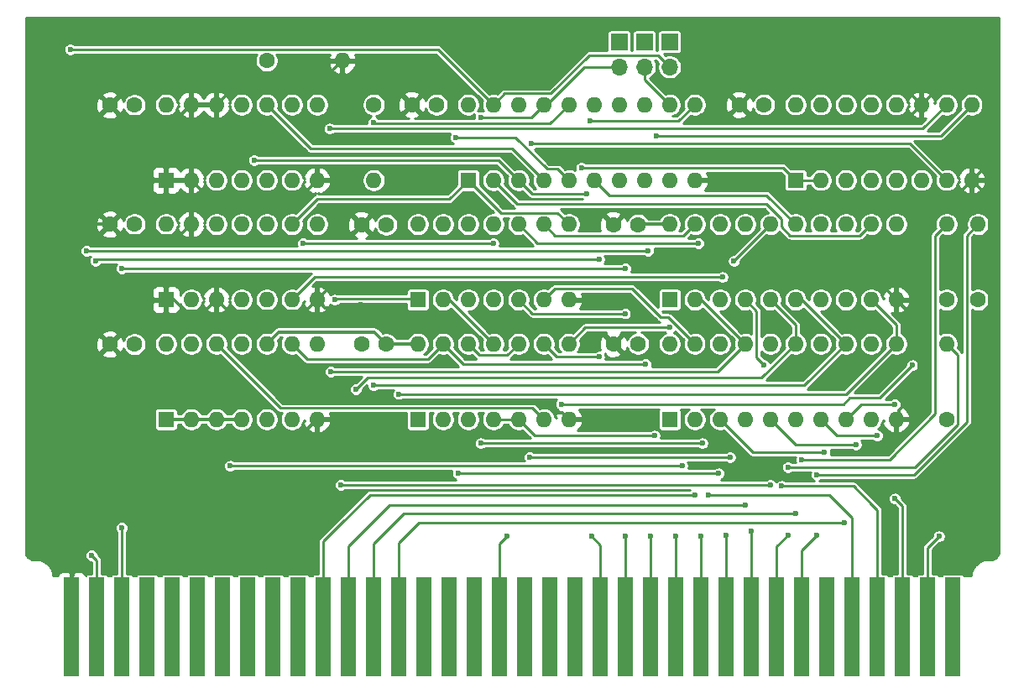
<source format=gbl>
G04 #@! TF.GenerationSoftware,KiCad,Pcbnew,(5.1.12)-1*
G04 #@! TF.CreationDate,2024-01-30T17:02:35+00:00*
G04 #@! TF.ProjectId,CPCRAMCtrl,43504352-414d-4437-9472-6c2e6b696361,rev?*
G04 #@! TF.SameCoordinates,Original*
G04 #@! TF.FileFunction,Copper,L2,Bot*
G04 #@! TF.FilePolarity,Positive*
%FSLAX46Y46*%
G04 Gerber Fmt 4.6, Leading zero omitted, Abs format (unit mm)*
G04 Created by KiCad (PCBNEW (5.1.12)-1) date 2024-01-30 17:02:35*
%MOMM*%
%LPD*%
G01*
G04 APERTURE LIST*
G04 #@! TA.AperFunction,SMDPad,CuDef*
%ADD10R,1.600000X10.000000*%
G04 #@! TD*
G04 #@! TA.AperFunction,ComponentPad*
%ADD11O,1.600000X1.600000*%
G04 #@! TD*
G04 #@! TA.AperFunction,ComponentPad*
%ADD12R,1.600000X1.600000*%
G04 #@! TD*
G04 #@! TA.AperFunction,ComponentPad*
%ADD13C,1.600000*%
G04 #@! TD*
G04 #@! TA.AperFunction,ComponentPad*
%ADD14O,1.700000X1.700000*%
G04 #@! TD*
G04 #@! TA.AperFunction,ComponentPad*
%ADD15R,1.700000X1.700000*%
G04 #@! TD*
G04 #@! TA.AperFunction,ViaPad*
%ADD16C,0.600000*%
G04 #@! TD*
G04 #@! TA.AperFunction,Conductor*
%ADD17C,0.350000*%
G04 #@! TD*
G04 #@! TA.AperFunction,Conductor*
%ADD18C,0.250000*%
G04 #@! TD*
G04 #@! TA.AperFunction,Conductor*
%ADD19C,0.254000*%
G04 #@! TD*
G04 #@! TA.AperFunction,Conductor*
%ADD20C,0.100000*%
G04 #@! TD*
G04 APERTURE END LIST*
D10*
X247650000Y-165735000D03*
X245110000Y-165735000D03*
X242570000Y-165735000D03*
X240030000Y-165735000D03*
X237490000Y-165735000D03*
X234950000Y-165735000D03*
X232410000Y-165735000D03*
X229870000Y-165735000D03*
X227330000Y-165735000D03*
X224790000Y-165735000D03*
X222250000Y-165735000D03*
X219710000Y-165735000D03*
X217170000Y-165735000D03*
X214630000Y-165735000D03*
X212090000Y-165735000D03*
X209550000Y-165735000D03*
X207010000Y-165735000D03*
X204470000Y-165735000D03*
X201930000Y-165735000D03*
X199390000Y-165735000D03*
X196850000Y-165735000D03*
X194310000Y-165735000D03*
X191770000Y-165735000D03*
X189230000Y-165735000D03*
X186690000Y-165735000D03*
X184150000Y-165735000D03*
X181610000Y-165735000D03*
X179070000Y-165735000D03*
X176530000Y-165735000D03*
X173990000Y-165735000D03*
X171450000Y-165735000D03*
X168910000Y-165735000D03*
X166370000Y-165735000D03*
X163830000Y-165735000D03*
X161290000Y-165735000D03*
X158750000Y-165735000D03*
D11*
X219075000Y-125095000D03*
X241935000Y-132715000D03*
X221615000Y-125095000D03*
X239395000Y-132715000D03*
X224155000Y-125095000D03*
X236855000Y-132715000D03*
X226695000Y-125095000D03*
X234315000Y-132715000D03*
X229235000Y-125095000D03*
X231775000Y-132715000D03*
X231775000Y-125095000D03*
X229235000Y-132715000D03*
X234315000Y-125095000D03*
X226695000Y-132715000D03*
X236855000Y-125095000D03*
X224155000Y-132715000D03*
X239395000Y-125095000D03*
X221615000Y-132715000D03*
X241935000Y-125095000D03*
D12*
X219075000Y-132715000D03*
D11*
X193675000Y-137160000D03*
X208915000Y-144780000D03*
X196215000Y-137160000D03*
X206375000Y-144780000D03*
X198755000Y-137160000D03*
X203835000Y-144780000D03*
X201295000Y-137160000D03*
X201295000Y-144780000D03*
X203835000Y-137160000D03*
X198755000Y-144780000D03*
X206375000Y-137160000D03*
X196215000Y-144780000D03*
X208915000Y-137160000D03*
D12*
X193675000Y-144780000D03*
D11*
X186055000Y-108585000D03*
D13*
X178435000Y-108585000D03*
D11*
X168275000Y-137160000D03*
X183515000Y-144780000D03*
X170815000Y-137160000D03*
X180975000Y-144780000D03*
X173355000Y-137160000D03*
X178435000Y-144780000D03*
X175895000Y-137160000D03*
X175895000Y-144780000D03*
X178435000Y-137160000D03*
X173355000Y-144780000D03*
X180975000Y-137160000D03*
X170815000Y-144780000D03*
X183515000Y-137160000D03*
D12*
X168275000Y-144780000D03*
D11*
X231775000Y-113030000D03*
X249555000Y-120650000D03*
X234315000Y-113030000D03*
X247015000Y-120650000D03*
X236855000Y-113030000D03*
X244475000Y-120650000D03*
X239395000Y-113030000D03*
X241935000Y-120650000D03*
X241935000Y-113030000D03*
X239395000Y-120650000D03*
X244475000Y-113030000D03*
X236855000Y-120650000D03*
X247015000Y-113030000D03*
X234315000Y-120650000D03*
X249555000Y-113030000D03*
D12*
X231775000Y-120650000D03*
D11*
X193675000Y-125095000D03*
X208915000Y-132715000D03*
X196215000Y-125095000D03*
X206375000Y-132715000D03*
X198755000Y-125095000D03*
X203835000Y-132715000D03*
X201295000Y-125095000D03*
X201295000Y-132715000D03*
X203835000Y-125095000D03*
X198755000Y-132715000D03*
X206375000Y-125095000D03*
X196215000Y-132715000D03*
X208915000Y-125095000D03*
D12*
X193675000Y-132715000D03*
D11*
X168275000Y-125095000D03*
X183515000Y-132715000D03*
X170815000Y-125095000D03*
X180975000Y-132715000D03*
X173355000Y-125095000D03*
X178435000Y-132715000D03*
X175895000Y-125095000D03*
X175895000Y-132715000D03*
X178435000Y-125095000D03*
X173355000Y-132715000D03*
X180975000Y-125095000D03*
X170815000Y-132715000D03*
X183515000Y-125095000D03*
D12*
X168275000Y-132715000D03*
D11*
X219075000Y-137160000D03*
X241935000Y-144780000D03*
X221615000Y-137160000D03*
X239395000Y-144780000D03*
X224155000Y-137160000D03*
X236855000Y-144780000D03*
X226695000Y-137160000D03*
X234315000Y-144780000D03*
X229235000Y-137160000D03*
X231775000Y-144780000D03*
X231775000Y-137160000D03*
X229235000Y-144780000D03*
X234315000Y-137160000D03*
X226695000Y-144780000D03*
X236855000Y-137160000D03*
X224155000Y-144780000D03*
X239395000Y-137160000D03*
X221615000Y-144780000D03*
X241935000Y-137160000D03*
D12*
X219075000Y-144780000D03*
D11*
X250190000Y-125095000D03*
D13*
X250190000Y-132715000D03*
D11*
X247015000Y-125095000D03*
D13*
X247015000Y-132715000D03*
D11*
X247015000Y-137160000D03*
D13*
X247015000Y-144780000D03*
D11*
X189230000Y-120650000D03*
D13*
X189230000Y-113030000D03*
D11*
X168275000Y-113030000D03*
X183515000Y-120650000D03*
X170815000Y-113030000D03*
X180975000Y-120650000D03*
X173355000Y-113030000D03*
X178435000Y-120650000D03*
X175895000Y-113030000D03*
X175895000Y-120650000D03*
X178435000Y-113030000D03*
X173355000Y-120650000D03*
X180975000Y-113030000D03*
X170815000Y-120650000D03*
X183515000Y-113030000D03*
D12*
X168275000Y-120650000D03*
D13*
X226100000Y-113030000D03*
X228600000Y-113030000D03*
D14*
X213995000Y-109220000D03*
D15*
X213995000Y-106680000D03*
D14*
X219075000Y-109220000D03*
D15*
X219075000Y-106680000D03*
D14*
X216535000Y-109220000D03*
D15*
X216535000Y-106680000D03*
D11*
X198755000Y-113030000D03*
X221615000Y-120650000D03*
X201295000Y-113030000D03*
X219075000Y-120650000D03*
X203835000Y-113030000D03*
X216535000Y-120650000D03*
X206375000Y-113030000D03*
X213995000Y-120650000D03*
X208915000Y-113030000D03*
X211455000Y-120650000D03*
X211455000Y-113030000D03*
X208915000Y-120650000D03*
X213995000Y-113030000D03*
X206375000Y-120650000D03*
X216535000Y-113030000D03*
X203835000Y-120650000D03*
X219075000Y-113030000D03*
X201295000Y-120650000D03*
X221615000Y-113030000D03*
D12*
X198755000Y-120650000D03*
D13*
X213400000Y-125135000D03*
X215900000Y-125135000D03*
X213400000Y-137160000D03*
X215900000Y-137160000D03*
X193080000Y-113030000D03*
X195580000Y-113030000D03*
X188000000Y-125135000D03*
X190500000Y-125135000D03*
X188000000Y-137200000D03*
X190500000Y-137200000D03*
X162600000Y-113070000D03*
X165100000Y-113070000D03*
X162600000Y-125095000D03*
X165100000Y-125095000D03*
X162600000Y-137200000D03*
X165100000Y-137200000D03*
D16*
X187960000Y-121793000D03*
X187960000Y-133215001D03*
X247650000Y-156591000D03*
X236728000Y-155194000D03*
X241808000Y-143256000D03*
X197485000Y-116342000D03*
X191770000Y-142239998D03*
X231775000Y-154305000D03*
X189230000Y-141351000D03*
X226695000Y-153416000D03*
X225569999Y-128795999D03*
X187452000Y-141732000D03*
X221615000Y-152400000D03*
X221996000Y-127000000D03*
X184912000Y-139954000D03*
X214630000Y-129540000D03*
X163830000Y-155702000D03*
X163830000Y-129540000D03*
X177165000Y-118618000D03*
X210693000Y-121999008D03*
X217710001Y-116172999D03*
X211963000Y-128651000D03*
X161163000Y-128778000D03*
X211201000Y-156591000D03*
X200025000Y-147193000D03*
X222377000Y-147193000D03*
X224790001Y-156463999D03*
X182118000Y-127000000D03*
X201295000Y-127000000D03*
X205105000Y-116967000D03*
X211962999Y-138475999D03*
X219075000Y-135509000D03*
X200025000Y-114300000D03*
X189230000Y-114817990D03*
X210185000Y-119380000D03*
X229235000Y-151384000D03*
X185928002Y-151384000D03*
X214630000Y-134112000D03*
X214630000Y-156591002D03*
X220345000Y-149479000D03*
X174752000Y-149479000D03*
X222250000Y-156591000D03*
X231013000Y-149606000D03*
X231013000Y-156464000D03*
X232410000Y-148844000D03*
X233934000Y-150368002D03*
X233934000Y-156463998D03*
X197739000Y-150241000D03*
X224028000Y-150241000D03*
X204978000Y-148590000D03*
X225171000Y-148590000D03*
X227330000Y-156083000D03*
X217170000Y-156591000D03*
X216662000Y-139192000D03*
X243586000Y-139319000D03*
X208153000Y-143256000D03*
X224409000Y-130429000D03*
X184785000Y-115443000D03*
X219710000Y-156591002D03*
X217551000Y-146431000D03*
X202692000Y-156591000D03*
X211074000Y-114681000D03*
X246243000Y-156591000D03*
X241808000Y-152781000D03*
X230378000Y-151511000D03*
X223012000Y-152400002D03*
X240030000Y-146431000D03*
X228600000Y-139319000D03*
X237871000Y-147320000D03*
X234696000Y-148082000D03*
X185293000Y-132715000D03*
X158623000Y-107442000D03*
X160782000Y-158496000D03*
X216916000Y-127762000D03*
X160274000Y-127762000D03*
D17*
X158750000Y-167640000D02*
X158750000Y-154178000D01*
X158750000Y-154178000D02*
X158115000Y-153543000D01*
X158750000Y-141050000D02*
X162600000Y-137200000D01*
X181864000Y-146431000D02*
X158750000Y-146431000D01*
X183515000Y-144780000D02*
X181864000Y-146431000D01*
X158750000Y-154178000D02*
X158750000Y-146431000D01*
X167085000Y-132715000D02*
X168275000Y-132715000D01*
X162600000Y-137200000D02*
X167085000Y-132715000D01*
X172179999Y-133890001D02*
X173355000Y-132715000D01*
X170250999Y-133890001D02*
X172179999Y-133890001D01*
X169075998Y-132715000D02*
X170250999Y-133890001D01*
X168275000Y-132715000D02*
X169075998Y-132715000D01*
X182339999Y-133890001D02*
X183515000Y-132715000D01*
X174530001Y-133890001D02*
X182339999Y-133890001D01*
X173355000Y-132715000D02*
X174530001Y-133890001D01*
X187660002Y-133514999D02*
X187960000Y-133215001D01*
X184314999Y-133514999D02*
X187660002Y-133514999D01*
X183515000Y-132715000D02*
X184314999Y-133514999D01*
X169639999Y-126270001D02*
X170815000Y-125095000D01*
X163775001Y-126270001D02*
X169639999Y-126270001D01*
X162600000Y-125095000D02*
X163775001Y-126270001D01*
X170815000Y-125095000D02*
X170815000Y-120650000D01*
X170815000Y-120650000D02*
X168275000Y-120650000D01*
X171990001Y-121825001D02*
X182339999Y-121825001D01*
X182339999Y-121825001D02*
X183515000Y-120650000D01*
X170815000Y-120650000D02*
X171990001Y-121825001D01*
X186817000Y-120650000D02*
X187960000Y-121793000D01*
X183515000Y-120650000D02*
X186817000Y-120650000D01*
X158750000Y-141478000D02*
X158750000Y-141050000D01*
X158750000Y-146431000D02*
X158750000Y-141478000D01*
X169599999Y-114245001D02*
X170815000Y-113030000D01*
X163775001Y-114245001D02*
X169599999Y-114245001D01*
X162600000Y-113070000D02*
X163775001Y-114245001D01*
X170815000Y-113030000D02*
X170815000Y-120650000D01*
X188635000Y-108585000D02*
X193080000Y-113030000D01*
X186055000Y-108585000D02*
X188635000Y-108585000D01*
X174530001Y-111854999D02*
X173355000Y-113030000D01*
X182785001Y-111854999D02*
X174530001Y-111854999D01*
X186055000Y-108585000D02*
X182785001Y-111854999D01*
X173355000Y-113030000D02*
X170815000Y-113030000D01*
X243299999Y-114205001D02*
X244475000Y-113030000D01*
X227275001Y-114205001D02*
X243299999Y-114205001D01*
X226100000Y-113030000D02*
X227275001Y-114205001D01*
X250730001Y-119474999D02*
X249555000Y-120650000D01*
X250730001Y-112465999D02*
X250730001Y-119474999D01*
X245650001Y-111854999D02*
X250119001Y-111854999D01*
X250119001Y-111854999D02*
X250730001Y-112465999D01*
X244475000Y-113030000D02*
X245650001Y-111854999D01*
X241935000Y-128270000D02*
X241935000Y-132715000D01*
X249555000Y-120650000D02*
X241935000Y-128270000D01*
X248379999Y-121825001D02*
X249555000Y-120650000D01*
X230674999Y-121825001D02*
X248379999Y-121825001D01*
X229499998Y-120650000D02*
X230674999Y-121825001D01*
X221615000Y-120650000D02*
X229499998Y-120650000D01*
X240759999Y-131539999D02*
X241935000Y-132715000D01*
X222979999Y-127205001D02*
X227314997Y-131539999D01*
X222979999Y-124720997D02*
X222979999Y-127205001D01*
X222179001Y-123919999D02*
X222979999Y-124720997D01*
X214615001Y-123919999D02*
X222179001Y-123919999D01*
X213400000Y-125135000D02*
X214615001Y-123919999D01*
X184690001Y-131539999D02*
X183515000Y-132715000D01*
X202470001Y-133089003D02*
X202470001Y-132150999D01*
X201859001Y-131539999D02*
X184690001Y-131539999D01*
X204167999Y-134787001D02*
X202470001Y-133089003D01*
X214954001Y-134787001D02*
X204167999Y-134787001D01*
X215305001Y-134436001D02*
X214954001Y-134787001D01*
X215305001Y-133787999D02*
X215305001Y-134436001D01*
X214232002Y-132715000D02*
X215305001Y-133787999D01*
X202470001Y-132150999D02*
X201859001Y-131539999D01*
X208915000Y-132715000D02*
X214232002Y-132715000D01*
X177070001Y-136430001D02*
X173355000Y-132715000D01*
X177070001Y-137534003D02*
X177070001Y-136430001D01*
X182450997Y-142914999D02*
X177070001Y-137534003D01*
X206249001Y-142914999D02*
X182450997Y-142914999D01*
X207479002Y-144145000D02*
X206249001Y-142914999D01*
X208280000Y-144145000D02*
X207479002Y-144145000D01*
X208915000Y-144780000D02*
X208280000Y-144145000D01*
X242189000Y-144526000D02*
X241935000Y-144780000D01*
X242189000Y-143874002D02*
X242189000Y-144526000D01*
X244261001Y-141802001D02*
X242189000Y-143874002D01*
X244261001Y-135041001D02*
X244261001Y-141802001D01*
X241935000Y-132715000D02*
X244261001Y-135041001D01*
X251365001Y-122460001D02*
X249555000Y-120650000D01*
X251365001Y-152875999D02*
X251365001Y-122460001D01*
X247650000Y-156591000D02*
X251365001Y-152875999D01*
X221050999Y-131539999D02*
X227805999Y-131539999D01*
X222790001Y-135629003D02*
X220439999Y-133279001D01*
X222790001Y-137724001D02*
X222790001Y-135629003D01*
X220439999Y-132150999D02*
X221050999Y-131539999D01*
X221997003Y-138516999D02*
X222790001Y-137724001D01*
X220439999Y-133279001D02*
X220439999Y-132150999D01*
X214756999Y-138516999D02*
X221997003Y-138516999D01*
X213400000Y-137160000D02*
X214756999Y-138516999D01*
X227805999Y-131539999D02*
X240759999Y-131539999D01*
X227314997Y-131539999D02*
X227805999Y-131539999D01*
X162600000Y-125095000D02*
X161306996Y-125095000D01*
X161306996Y-125095000D02*
X158750000Y-127651996D01*
X158750000Y-127651996D02*
X158750000Y-141478000D01*
X157947999Y-120442999D02*
X162600000Y-125095000D01*
X160161009Y-104904989D02*
X157947999Y-107117999D01*
X236349989Y-104904989D02*
X160161009Y-104904989D01*
X157947999Y-107117999D02*
X157947999Y-120442999D01*
X244475000Y-113030000D02*
X236349989Y-104904989D01*
X190540000Y-137160000D02*
X190500000Y-137200000D01*
X193675000Y-137160000D02*
X190540000Y-137160000D01*
X189284999Y-135984999D02*
X190500000Y-137200000D01*
X179610001Y-135984999D02*
X189284999Y-135984999D01*
X178435000Y-137160000D02*
X179610001Y-135984999D01*
X175895000Y-144780000D02*
X168275000Y-144780000D01*
X215940000Y-125095000D02*
X215900000Y-125135000D01*
X219075000Y-125095000D02*
X215940000Y-125095000D01*
D18*
X203708000Y-123063000D02*
X202094999Y-121449999D01*
X228868002Y-123063000D02*
X203708000Y-123063000D01*
X202094999Y-121449999D02*
X201295000Y-120650000D01*
X230360001Y-124554999D02*
X228868002Y-123063000D01*
X230360001Y-125345003D02*
X230360001Y-124554999D01*
X231234999Y-126220001D02*
X230360001Y-125345003D01*
X238269999Y-126220001D02*
X231234999Y-126220001D01*
X239395000Y-125095000D02*
X238269999Y-126220001D01*
X191770000Y-167640000D02*
X191770000Y-157226000D01*
X191770000Y-157226000D02*
X193802000Y-155194000D01*
X193802000Y-155194000D02*
X236728000Y-155194000D01*
X236855000Y-144780000D02*
X238379000Y-143256000D01*
X238379000Y-143256000D02*
X241808000Y-143256000D01*
X241935000Y-135255000D02*
X239395000Y-132715000D01*
X241935000Y-137160000D02*
X241935000Y-135255000D01*
X207789999Y-119524999D02*
X208915000Y-120650000D01*
X206737997Y-119524999D02*
X207789999Y-119524999D01*
X203554998Y-116342000D02*
X206737997Y-119524999D01*
X197485000Y-116342000D02*
X203554998Y-116342000D01*
X241935000Y-137160000D02*
X236855002Y-142239998D01*
X236855002Y-142239998D02*
X191770000Y-142239998D01*
X192278000Y-154305000D02*
X231775000Y-154305000D01*
X212979000Y-122174000D02*
X211455000Y-120650000D01*
X228854000Y-122174000D02*
X212979000Y-122174000D01*
X231775000Y-125095000D02*
X228854000Y-122174000D01*
X189230000Y-157353000D02*
X190246000Y-156337000D01*
X189230000Y-167640000D02*
X189230000Y-157353000D01*
X190246000Y-156337000D02*
X192278000Y-154305000D01*
X232410000Y-132715000D02*
X231775000Y-132715000D01*
X236855000Y-137160000D02*
X232410000Y-132715000D01*
X236855000Y-137160000D02*
X232664000Y-141351000D01*
X232664000Y-141351000D02*
X189230000Y-141351000D01*
X226695000Y-153416000D02*
X190816000Y-153416000D01*
X186690000Y-167640000D02*
X186690000Y-157542000D01*
X186690000Y-157542000D02*
X187737000Y-156495000D01*
X190816000Y-153416000D02*
X187737000Y-156495000D01*
X225569999Y-128760001D02*
X225569999Y-128795999D01*
X229235000Y-125095000D02*
X225569999Y-128760001D01*
X231775000Y-135255000D02*
X229235000Y-132715000D01*
X231775000Y-137160000D02*
X231775000Y-135255000D01*
X228346000Y-140589000D02*
X231775000Y-137160000D01*
X188595000Y-140589000D02*
X228346000Y-140589000D01*
X187452000Y-141732000D02*
X188595000Y-140589000D01*
X220449999Y-126260001D02*
X221615000Y-125095000D01*
X207540001Y-126260001D02*
X220449999Y-126260001D01*
X206375000Y-125095000D02*
X207540001Y-126260001D01*
X221615000Y-152400000D02*
X188849000Y-152400000D01*
X184150000Y-157099000D02*
X185928000Y-155321000D01*
X184150000Y-167640000D02*
X184150000Y-157099000D01*
X188849000Y-152400000D02*
X185928000Y-155321000D01*
X222250000Y-132715000D02*
X221615000Y-132715000D01*
X226695000Y-137160000D02*
X222250000Y-132715000D01*
X205740000Y-127000000D02*
X221996000Y-127000000D01*
X203835000Y-125095000D02*
X205740000Y-127000000D01*
X226695000Y-137160000D02*
X223901000Y-139954000D01*
X223901000Y-139954000D02*
X184912000Y-139954000D01*
X163830000Y-167640000D02*
X163830000Y-155702000D01*
X214630000Y-129540000D02*
X214205736Y-129540000D01*
X214205736Y-129540000D02*
X163830000Y-129540000D01*
X201803000Y-118618000D02*
X177165000Y-118618000D01*
X203835000Y-120650000D02*
X201803000Y-118618000D01*
X203835000Y-120650000D02*
X205184008Y-121999008D01*
X205184008Y-121999008D02*
X210693000Y-121999008D01*
X246412001Y-116172999D02*
X249555000Y-113030000D01*
X217710001Y-116172999D02*
X246412001Y-116172999D01*
X211963000Y-128651000D02*
X161290000Y-128651000D01*
X161290000Y-128651000D02*
X161163000Y-128778000D01*
X212090000Y-157480000D02*
X211201000Y-156591000D01*
X212090000Y-167640000D02*
X212090000Y-157480000D01*
X200025000Y-147193000D02*
X222377000Y-147193000D01*
X224790000Y-167640000D02*
X224790001Y-156888263D01*
X224790001Y-156888263D02*
X224790001Y-156463999D01*
X182542264Y-127000000D02*
X201295000Y-127000000D01*
X182118000Y-127000000D02*
X182542264Y-127000000D01*
X196850000Y-132715000D02*
X196215000Y-132715000D01*
X201295000Y-137160000D02*
X196850000Y-132715000D01*
X247015000Y-120650000D02*
X243332000Y-116967000D01*
X243332000Y-116967000D02*
X205105000Y-116967000D01*
X207690999Y-138475999D02*
X206375000Y-137160000D01*
X211962999Y-138475999D02*
X207690999Y-138475999D01*
X182880000Y-117475000D02*
X178435000Y-113030000D01*
X203200000Y-117475000D02*
X182880000Y-117475000D01*
X206375000Y-120650000D02*
X203200000Y-117475000D01*
X208915000Y-137160000D02*
X210566000Y-135509000D01*
X210566000Y-135509000D02*
X219075000Y-135509000D01*
X206630410Y-113030000D02*
X206375000Y-113030000D01*
X210440410Y-109220000D02*
X206630410Y-113030000D01*
X213995000Y-109220000D02*
X210440410Y-109220000D01*
X206375000Y-113030000D02*
X205105000Y-114300000D01*
X205105000Y-114300000D02*
X200025000Y-114300000D01*
X231775000Y-120650000D02*
X234315000Y-120650000D01*
X207000010Y-114944990D02*
X189357000Y-114944990D01*
X208915000Y-113030000D02*
X207000010Y-114944990D01*
X189357000Y-114944990D02*
X189230000Y-114817990D01*
X230505000Y-119380000D02*
X210185000Y-119380000D01*
X231775000Y-120650000D02*
X230505000Y-119380000D01*
X208915000Y-125095000D02*
X207789999Y-123969999D01*
X207789999Y-123969999D02*
X204360999Y-123969999D01*
X202074999Y-123969999D02*
X204360999Y-123969999D01*
X198755000Y-120650000D02*
X202074999Y-123969999D01*
X183515000Y-122555000D02*
X180975000Y-125095000D01*
X196850000Y-122555000D02*
X183515000Y-122555000D01*
X198755000Y-120650000D02*
X196850000Y-122555000D01*
X229235000Y-151384000D02*
X185928002Y-151384000D01*
X203835000Y-132715000D02*
X205232000Y-134112000D01*
X205232000Y-134112000D02*
X214630000Y-134112000D01*
X214630000Y-167640000D02*
X214630000Y-156591002D01*
X220345000Y-149479000D02*
X174752000Y-149479000D01*
X222250000Y-167640000D02*
X222250000Y-156591000D01*
X243854002Y-149606000D02*
X231013000Y-149606000D01*
X248140001Y-138285001D02*
X248140001Y-145320001D01*
X247015000Y-137160000D02*
X248140001Y-138285001D01*
X248140001Y-145320001D02*
X243854002Y-149606000D01*
X229870000Y-167640000D02*
X229870000Y-157607000D01*
X229870000Y-157607000D02*
X231013000Y-156464000D01*
X241285998Y-148844000D02*
X232410000Y-148844000D01*
X247015000Y-125095000D02*
X245889999Y-126220001D01*
X245889999Y-126220001D02*
X245889999Y-144239999D01*
X245889999Y-144239999D02*
X241285998Y-148844000D01*
X250190000Y-125095000D02*
X249064999Y-126220001D01*
X249064999Y-126220001D02*
X249064999Y-145031413D01*
X249064999Y-145031413D02*
X243728410Y-150368002D01*
X243728410Y-150368002D02*
X233934000Y-150368002D01*
X232410000Y-167640000D02*
X232410000Y-157987998D01*
X232410000Y-157987998D02*
X233934000Y-156463998D01*
X197739000Y-150241000D02*
X224028000Y-150241000D01*
X204978000Y-148590000D02*
X225171000Y-148590000D01*
X227330000Y-167640000D02*
X227330000Y-156083000D01*
X217170000Y-167640000D02*
X217170000Y-156591000D01*
X194691000Y-138684000D02*
X196215000Y-137160000D01*
X182499000Y-138684000D02*
X194691000Y-138684000D01*
X180975000Y-137160000D02*
X182499000Y-138684000D01*
X196215000Y-137160000D02*
X198247000Y-139192000D01*
X198247000Y-139192000D02*
X216662000Y-139192000D01*
X243586000Y-139319000D02*
X240284000Y-142621000D01*
X236601000Y-143256000D02*
X237236000Y-142621000D01*
X208153000Y-143256000D02*
X236601000Y-143256000D01*
X240284000Y-142621000D02*
X237236000Y-142621000D01*
X218957998Y-134502998D02*
X221615000Y-137160000D01*
X218195998Y-134502998D02*
X218957998Y-134502998D01*
X215282999Y-131589999D02*
X218195998Y-134502998D01*
X207500001Y-131589999D02*
X215282999Y-131589999D01*
X206375000Y-132715000D02*
X207500001Y-131589999D01*
X183261000Y-130429000D02*
X206629000Y-130429000D01*
X180975000Y-132715000D02*
X183261000Y-130429000D01*
X206629000Y-130429000D02*
X224409000Y-130429000D01*
X247015000Y-113030000D02*
X244602000Y-115443000D01*
X244602000Y-115443000D02*
X184785000Y-115443000D01*
X203835000Y-144780000D02*
X201295000Y-144780000D01*
X219710000Y-167640000D02*
X219710000Y-156591002D01*
X203835000Y-144780000D02*
X205486000Y-146431000D01*
X205486000Y-146431000D02*
X217551000Y-146431000D01*
X199880001Y-138285001D02*
X198755000Y-137160000D01*
X202709999Y-138285001D02*
X199880001Y-138285001D01*
X203835000Y-137160000D02*
X202709999Y-138285001D01*
X201930000Y-167640000D02*
X201930000Y-157353000D01*
X201930000Y-157353000D02*
X202692000Y-156591000D01*
X179849999Y-143654999D02*
X173355000Y-137160000D01*
X205249999Y-143654999D02*
X179849999Y-143654999D01*
X206375000Y-144780000D02*
X205249999Y-143654999D01*
X219964000Y-114681000D02*
X221615000Y-113030000D01*
X211074000Y-114681000D02*
X219964000Y-114681000D01*
X245110000Y-157724000D02*
X246243000Y-156591000D01*
X245110000Y-167640000D02*
X245110000Y-157724000D01*
X242570000Y-167640000D02*
X242570000Y-153543000D01*
X242570000Y-153543000D02*
X241808000Y-152781000D01*
X230378000Y-151511000D02*
X237617000Y-151511000D01*
X240030000Y-153924000D02*
X239522000Y-153416000D01*
X240030000Y-167640000D02*
X240030000Y-153924000D01*
X237617000Y-151511000D02*
X239522000Y-153416000D01*
X223012000Y-152400002D02*
X235204002Y-152400002D01*
X237490000Y-154686000D02*
X237299500Y-154495500D01*
X237490000Y-167640000D02*
X237490000Y-154686000D01*
X235204002Y-152400002D02*
X237299500Y-154495500D01*
X234315000Y-144780000D02*
X235966000Y-146431000D01*
X235966000Y-146431000D02*
X240030000Y-146431000D01*
X227820001Y-133840001D02*
X226695000Y-132715000D01*
X227820001Y-138539001D02*
X227820001Y-133840001D01*
X228600000Y-139319000D02*
X227820001Y-138539001D01*
X229235000Y-144780000D02*
X231775000Y-147320000D01*
X231775000Y-147320000D02*
X237871000Y-147320000D01*
X224155000Y-144780000D02*
X227457000Y-148082000D01*
X227457000Y-148082000D02*
X234696000Y-148082000D01*
X185418000Y-132590000D02*
X185293000Y-132715000D01*
X193550000Y-132590000D02*
X185418000Y-132590000D01*
X193675000Y-132715000D02*
X193550000Y-132590000D01*
X210979001Y-108044999D02*
X207119001Y-111904999D01*
X202420001Y-111904999D02*
X203979999Y-111904999D01*
X201295000Y-113030000D02*
X202420001Y-111904999D01*
X207119001Y-111904999D02*
X203979999Y-111904999D01*
X217899999Y-108044999D02*
X216502999Y-108044999D01*
X219075000Y-109220000D02*
X217899999Y-108044999D01*
X216502999Y-108044999D02*
X210979001Y-108044999D01*
X195707000Y-107442000D02*
X158623000Y-107442000D01*
X201295000Y-113030000D02*
X195707000Y-107442000D01*
X161290000Y-159004000D02*
X161290000Y-165735000D01*
X160782000Y-158496000D02*
X161290000Y-159004000D01*
X216535000Y-110490000D02*
X219075000Y-113030000D01*
X216535000Y-109220000D02*
X216535000Y-110490000D01*
X216916000Y-127762000D02*
X160274000Y-127762000D01*
D19*
X252274001Y-158092684D02*
X252256352Y-158272685D01*
X252210559Y-158424355D01*
X252136175Y-158564252D01*
X252036038Y-158687033D01*
X251913961Y-158788023D01*
X251774593Y-158863380D01*
X251623235Y-158910233D01*
X251444674Y-158929000D01*
X251183601Y-158929000D01*
X251163680Y-158930962D01*
X251155807Y-158930907D01*
X251149470Y-158931529D01*
X250902967Y-158957437D01*
X250862456Y-158965752D01*
X250821882Y-158973492D01*
X250815793Y-158975330D01*
X250815789Y-158975331D01*
X250815786Y-158975332D01*
X250815787Y-158975332D01*
X250579011Y-159048627D01*
X250540896Y-159064649D01*
X250502592Y-159080124D01*
X250496979Y-159083110D01*
X250496969Y-159083114D01*
X250496961Y-159083119D01*
X250278941Y-159201002D01*
X250244654Y-159224128D01*
X250210093Y-159246744D01*
X250205168Y-159250761D01*
X250205160Y-159250767D01*
X250205153Y-159250774D01*
X250014179Y-159408762D01*
X249985052Y-159438092D01*
X249955528Y-159467004D01*
X249951475Y-159471904D01*
X249951469Y-159471910D01*
X249951465Y-159471917D01*
X249794815Y-159663988D01*
X249771940Y-159698417D01*
X249748593Y-159732514D01*
X249745568Y-159738110D01*
X249745565Y-159738114D01*
X249745565Y-159738115D01*
X249629202Y-159956963D01*
X249613451Y-159995179D01*
X249597172Y-160033159D01*
X249595290Y-160039241D01*
X249523650Y-160276522D01*
X249515628Y-160317033D01*
X249507028Y-160357492D01*
X249506363Y-160363824D01*
X249490265Y-160528000D01*
X248771367Y-160528000D01*
X248768322Y-160522304D01*
X248720711Y-160464289D01*
X248662696Y-160416678D01*
X248596508Y-160381299D01*
X248524689Y-160359513D01*
X248450000Y-160352157D01*
X246850000Y-160352157D01*
X246775311Y-160359513D01*
X246703492Y-160381299D01*
X246637304Y-160416678D01*
X246579289Y-160464289D01*
X246531678Y-160522304D01*
X246528633Y-160528000D01*
X246231367Y-160528000D01*
X246228322Y-160522304D01*
X246180711Y-160464289D01*
X246122696Y-160416678D01*
X246056508Y-160381299D01*
X245984689Y-160359513D01*
X245910000Y-160352157D01*
X245616000Y-160352157D01*
X245616000Y-157933591D01*
X246277592Y-157272000D01*
X246310073Y-157272000D01*
X246441640Y-157245829D01*
X246565574Y-157194494D01*
X246677112Y-157119967D01*
X246771967Y-157025112D01*
X246846494Y-156913574D01*
X246897829Y-156789640D01*
X246924000Y-156658073D01*
X246924000Y-156523927D01*
X246897829Y-156392360D01*
X246846494Y-156268426D01*
X246771967Y-156156888D01*
X246677112Y-156062033D01*
X246565574Y-155987506D01*
X246441640Y-155936171D01*
X246310073Y-155910000D01*
X246175927Y-155910000D01*
X246044360Y-155936171D01*
X245920426Y-155987506D01*
X245808888Y-156062033D01*
X245714033Y-156156888D01*
X245639506Y-156268426D01*
X245588171Y-156392360D01*
X245562000Y-156523927D01*
X245562000Y-156556408D01*
X244769780Y-157348629D01*
X244750474Y-157364473D01*
X244687242Y-157441521D01*
X244678152Y-157458527D01*
X244640255Y-157529426D01*
X244611322Y-157624808D01*
X244601553Y-157724000D01*
X244604001Y-157748856D01*
X244604001Y-160352157D01*
X244310000Y-160352157D01*
X244235311Y-160359513D01*
X244163492Y-160381299D01*
X244097304Y-160416678D01*
X244039289Y-160464289D01*
X243991678Y-160522304D01*
X243988633Y-160528000D01*
X243691367Y-160528000D01*
X243688322Y-160522304D01*
X243640711Y-160464289D01*
X243582696Y-160416678D01*
X243516508Y-160381299D01*
X243444689Y-160359513D01*
X243370000Y-160352157D01*
X243076000Y-160352157D01*
X243076000Y-153567854D01*
X243078448Y-153543000D01*
X243068678Y-153443807D01*
X243039745Y-153348425D01*
X243022845Y-153316808D01*
X242992759Y-153260521D01*
X242929527Y-153183473D01*
X242910220Y-153167628D01*
X242489000Y-152746409D01*
X242489000Y-152713927D01*
X242462829Y-152582360D01*
X242411494Y-152458426D01*
X242336967Y-152346888D01*
X242242112Y-152252033D01*
X242130574Y-152177506D01*
X242006640Y-152126171D01*
X241875073Y-152100000D01*
X241740927Y-152100000D01*
X241609360Y-152126171D01*
X241485426Y-152177506D01*
X241373888Y-152252033D01*
X241279033Y-152346888D01*
X241204506Y-152458426D01*
X241153171Y-152582360D01*
X241127000Y-152713927D01*
X241127000Y-152848073D01*
X241153171Y-152979640D01*
X241204506Y-153103574D01*
X241279033Y-153215112D01*
X241373888Y-153309967D01*
X241485426Y-153384494D01*
X241609360Y-153435829D01*
X241740927Y-153462000D01*
X241773409Y-153462000D01*
X242064001Y-153752593D01*
X242064001Y-160352157D01*
X241770000Y-160352157D01*
X241695311Y-160359513D01*
X241623492Y-160381299D01*
X241557304Y-160416678D01*
X241499289Y-160464289D01*
X241451678Y-160522304D01*
X241448633Y-160528000D01*
X241151367Y-160528000D01*
X241148322Y-160522304D01*
X241100711Y-160464289D01*
X241042696Y-160416678D01*
X240976508Y-160381299D01*
X240904689Y-160359513D01*
X240830000Y-160352157D01*
X240536000Y-160352157D01*
X240536000Y-153948845D01*
X240538447Y-153923999D01*
X240536000Y-153899153D01*
X240536000Y-153899146D01*
X240528678Y-153824807D01*
X240499745Y-153729425D01*
X240452759Y-153641521D01*
X240389527Y-153564473D01*
X240370220Y-153548628D01*
X239897374Y-153075783D01*
X239897370Y-153075778D01*
X237992376Y-151170785D01*
X237976527Y-151151473D01*
X237899479Y-151088241D01*
X237811575Y-151041255D01*
X237716193Y-151012322D01*
X237641854Y-151005000D01*
X237641846Y-151005000D01*
X237617000Y-151002553D01*
X237592154Y-151005000D01*
X234175688Y-151005000D01*
X234256574Y-150971496D01*
X234368112Y-150896969D01*
X234391079Y-150874002D01*
X243703564Y-150874002D01*
X243728410Y-150876449D01*
X243753256Y-150874002D01*
X243753264Y-150874002D01*
X243827603Y-150866680D01*
X243922985Y-150837747D01*
X244010889Y-150790761D01*
X244087937Y-150727529D01*
X244103786Y-150708217D01*
X249405219Y-145406785D01*
X249424526Y-145390940D01*
X249487758Y-145313892D01*
X249534744Y-145225988D01*
X249563677Y-145130606D01*
X249570999Y-145056267D01*
X249573447Y-145031413D01*
X249570999Y-145006559D01*
X249570999Y-133721773D01*
X249630587Y-133761588D01*
X249845515Y-133850614D01*
X250073682Y-133896000D01*
X250306318Y-133896000D01*
X250534485Y-133850614D01*
X250749413Y-133761588D01*
X250942843Y-133632342D01*
X251107342Y-133467843D01*
X251236588Y-133274413D01*
X251325614Y-133059485D01*
X251371000Y-132831318D01*
X251371000Y-132598682D01*
X251325614Y-132370515D01*
X251236588Y-132155587D01*
X251107342Y-131962157D01*
X250942843Y-131797658D01*
X250749413Y-131668412D01*
X250534485Y-131579386D01*
X250306318Y-131534000D01*
X250073682Y-131534000D01*
X249845515Y-131579386D01*
X249630587Y-131668412D01*
X249570999Y-131708227D01*
X249570999Y-126429592D01*
X249792102Y-126208490D01*
X249845515Y-126230614D01*
X250073682Y-126276000D01*
X250306318Y-126276000D01*
X250534485Y-126230614D01*
X250749413Y-126141588D01*
X250942843Y-126012342D01*
X251107342Y-125847843D01*
X251236588Y-125654413D01*
X251325614Y-125439485D01*
X251371000Y-125211318D01*
X251371000Y-124978682D01*
X251325614Y-124750515D01*
X251236588Y-124535587D01*
X251107342Y-124342157D01*
X250942843Y-124177658D01*
X250749413Y-124048412D01*
X250534485Y-123959386D01*
X250306318Y-123914000D01*
X250073682Y-123914000D01*
X249845515Y-123959386D01*
X249630587Y-124048412D01*
X249437157Y-124177658D01*
X249272658Y-124342157D01*
X249143412Y-124535587D01*
X249054386Y-124750515D01*
X249009000Y-124978682D01*
X249009000Y-125211318D01*
X249054386Y-125439485D01*
X249076510Y-125492898D01*
X248724784Y-125844625D01*
X248705472Y-125860474D01*
X248642240Y-125937522D01*
X248595254Y-126025427D01*
X248566321Y-126120809D01*
X248558999Y-126195148D01*
X248558999Y-126195155D01*
X248556552Y-126220001D01*
X248558999Y-126244847D01*
X248559000Y-137997940D01*
X248499528Y-137925474D01*
X248480221Y-137909629D01*
X248128490Y-137557898D01*
X248150614Y-137504485D01*
X248196000Y-137276318D01*
X248196000Y-137043682D01*
X248150614Y-136815515D01*
X248061588Y-136600587D01*
X247932342Y-136407157D01*
X247767843Y-136242658D01*
X247574413Y-136113412D01*
X247359485Y-136024386D01*
X247131318Y-135979000D01*
X246898682Y-135979000D01*
X246670515Y-136024386D01*
X246455587Y-136113412D01*
X246395999Y-136153227D01*
X246395999Y-133721773D01*
X246455587Y-133761588D01*
X246670515Y-133850614D01*
X246898682Y-133896000D01*
X247131318Y-133896000D01*
X247359485Y-133850614D01*
X247574413Y-133761588D01*
X247767843Y-133632342D01*
X247932342Y-133467843D01*
X248061588Y-133274413D01*
X248150614Y-133059485D01*
X248196000Y-132831318D01*
X248196000Y-132598682D01*
X248150614Y-132370515D01*
X248061588Y-132155587D01*
X247932342Y-131962157D01*
X247767843Y-131797658D01*
X247574413Y-131668412D01*
X247359485Y-131579386D01*
X247131318Y-131534000D01*
X246898682Y-131534000D01*
X246670515Y-131579386D01*
X246455587Y-131668412D01*
X246395999Y-131708227D01*
X246395999Y-126429592D01*
X246617102Y-126208490D01*
X246670515Y-126230614D01*
X246898682Y-126276000D01*
X247131318Y-126276000D01*
X247359485Y-126230614D01*
X247574413Y-126141588D01*
X247767843Y-126012342D01*
X247932342Y-125847843D01*
X248061588Y-125654413D01*
X248150614Y-125439485D01*
X248196000Y-125211318D01*
X248196000Y-124978682D01*
X248150614Y-124750515D01*
X248061588Y-124535587D01*
X247932342Y-124342157D01*
X247767843Y-124177658D01*
X247574413Y-124048412D01*
X247359485Y-123959386D01*
X247131318Y-123914000D01*
X246898682Y-123914000D01*
X246670515Y-123959386D01*
X246455587Y-124048412D01*
X246262157Y-124177658D01*
X246097658Y-124342157D01*
X245968412Y-124535587D01*
X245879386Y-124750515D01*
X245834000Y-124978682D01*
X245834000Y-125211318D01*
X245879386Y-125439485D01*
X245901510Y-125492898D01*
X245549784Y-125844625D01*
X245530472Y-125860474D01*
X245467240Y-125937522D01*
X245420254Y-126025427D01*
X245391321Y-126120809D01*
X245383999Y-126195148D01*
X245383999Y-126195155D01*
X245381552Y-126220001D01*
X245383999Y-126244847D01*
X245384000Y-144030406D01*
X241076407Y-148338000D01*
X235327070Y-148338000D01*
X235350829Y-148280640D01*
X235377000Y-148149073D01*
X235377000Y-148014927D01*
X235350829Y-147883360D01*
X235327070Y-147826000D01*
X237413921Y-147826000D01*
X237436888Y-147848967D01*
X237548426Y-147923494D01*
X237672360Y-147974829D01*
X237803927Y-148001000D01*
X237938073Y-148001000D01*
X238069640Y-147974829D01*
X238193574Y-147923494D01*
X238305112Y-147848967D01*
X238399967Y-147754112D01*
X238474494Y-147642574D01*
X238525829Y-147518640D01*
X238552000Y-147387073D01*
X238552000Y-147252927D01*
X238525829Y-147121360D01*
X238474494Y-146997426D01*
X238434119Y-146937000D01*
X239572921Y-146937000D01*
X239595888Y-146959967D01*
X239707426Y-147034494D01*
X239831360Y-147085829D01*
X239962927Y-147112000D01*
X240097073Y-147112000D01*
X240228640Y-147085829D01*
X240352574Y-147034494D01*
X240464112Y-146959967D01*
X240558967Y-146865112D01*
X240633494Y-146753574D01*
X240684829Y-146629640D01*
X240711000Y-146498073D01*
X240711000Y-146363927D01*
X240684829Y-146232360D01*
X240633494Y-146108426D01*
X240558967Y-145996888D01*
X240464112Y-145902033D01*
X240352574Y-145827506D01*
X240228640Y-145776171D01*
X240097073Y-145750000D01*
X240069035Y-145750000D01*
X240147843Y-145697342D01*
X240312342Y-145532843D01*
X240441588Y-145339413D01*
X240530614Y-145124485D01*
X240573875Y-144907002D01*
X240664375Y-144907002D01*
X240543091Y-145129040D01*
X240637930Y-145393881D01*
X240782615Y-145635131D01*
X240971586Y-145843519D01*
X241197580Y-146011037D01*
X241451913Y-146131246D01*
X241585961Y-146171904D01*
X241808000Y-146049915D01*
X241808000Y-144907000D01*
X242062000Y-144907000D01*
X242062000Y-146049915D01*
X242284039Y-146171904D01*
X242418087Y-146131246D01*
X242672420Y-146011037D01*
X242898414Y-145843519D01*
X243087385Y-145635131D01*
X243232070Y-145393881D01*
X243326909Y-145129040D01*
X243205624Y-144907000D01*
X242062000Y-144907000D01*
X241808000Y-144907000D01*
X241788000Y-144907000D01*
X241788000Y-144653000D01*
X241808000Y-144653000D01*
X241808000Y-144633000D01*
X242062000Y-144633000D01*
X242062000Y-144653000D01*
X243205624Y-144653000D01*
X243326909Y-144430960D01*
X243232070Y-144166119D01*
X243087385Y-143924869D01*
X242898414Y-143716481D01*
X242672420Y-143548963D01*
X242463691Y-143450308D01*
X242489000Y-143323073D01*
X242489000Y-143188927D01*
X242462829Y-143057360D01*
X242411494Y-142933426D01*
X242336967Y-142821888D01*
X242242112Y-142727033D01*
X242130574Y-142652506D01*
X242006640Y-142601171D01*
X241875073Y-142575000D01*
X241740927Y-142575000D01*
X241609360Y-142601171D01*
X241485426Y-142652506D01*
X241373888Y-142727033D01*
X241350921Y-142750000D01*
X240870591Y-142750000D01*
X243620592Y-140000000D01*
X243653073Y-140000000D01*
X243784640Y-139973829D01*
X243908574Y-139922494D01*
X244020112Y-139847967D01*
X244114967Y-139753112D01*
X244189494Y-139641574D01*
X244240829Y-139517640D01*
X244267000Y-139386073D01*
X244267000Y-139251927D01*
X244240829Y-139120360D01*
X244189494Y-138996426D01*
X244114967Y-138884888D01*
X244020112Y-138790033D01*
X243908574Y-138715506D01*
X243784640Y-138664171D01*
X243653073Y-138638000D01*
X243518927Y-138638000D01*
X243387360Y-138664171D01*
X243263426Y-138715506D01*
X243151888Y-138790033D01*
X243057033Y-138884888D01*
X242982506Y-138996426D01*
X242931171Y-139120360D01*
X242905000Y-139251927D01*
X242905000Y-139284408D01*
X240074409Y-142115000D01*
X237695591Y-142115000D01*
X241537102Y-138273490D01*
X241590515Y-138295614D01*
X241818682Y-138341000D01*
X242051318Y-138341000D01*
X242279485Y-138295614D01*
X242494413Y-138206588D01*
X242687843Y-138077342D01*
X242852342Y-137912843D01*
X242981588Y-137719413D01*
X243070614Y-137504485D01*
X243116000Y-137276318D01*
X243116000Y-137043682D01*
X243070614Y-136815515D01*
X242981588Y-136600587D01*
X242852342Y-136407157D01*
X242687843Y-136242658D01*
X242494413Y-136113412D01*
X242441000Y-136091288D01*
X242441000Y-135279845D01*
X242443447Y-135254999D01*
X242441000Y-135230153D01*
X242441000Y-135230146D01*
X242433678Y-135155807D01*
X242404745Y-135060425D01*
X242357759Y-134972521D01*
X242294527Y-134895473D01*
X242275220Y-134879628D01*
X241466158Y-134070567D01*
X241585961Y-134106904D01*
X241808000Y-133984915D01*
X241808000Y-132842000D01*
X242062000Y-132842000D01*
X242062000Y-133984915D01*
X242284039Y-134106904D01*
X242418087Y-134066246D01*
X242672420Y-133946037D01*
X242898414Y-133778519D01*
X243087385Y-133570131D01*
X243232070Y-133328881D01*
X243326909Y-133064040D01*
X243205624Y-132842000D01*
X242062000Y-132842000D01*
X241808000Y-132842000D01*
X241788000Y-132842000D01*
X241788000Y-132588000D01*
X241808000Y-132588000D01*
X241808000Y-131445085D01*
X242062000Y-131445085D01*
X242062000Y-132588000D01*
X243205624Y-132588000D01*
X243326909Y-132365960D01*
X243232070Y-132101119D01*
X243087385Y-131859869D01*
X242898414Y-131651481D01*
X242672420Y-131483963D01*
X242418087Y-131363754D01*
X242284039Y-131323096D01*
X242062000Y-131445085D01*
X241808000Y-131445085D01*
X241585961Y-131323096D01*
X241451913Y-131363754D01*
X241197580Y-131483963D01*
X240971586Y-131651481D01*
X240782615Y-131859869D01*
X240637930Y-132101119D01*
X240543091Y-132365960D01*
X240664375Y-132587998D01*
X240573875Y-132587998D01*
X240530614Y-132370515D01*
X240441588Y-132155587D01*
X240312342Y-131962157D01*
X240147843Y-131797658D01*
X239954413Y-131668412D01*
X239739485Y-131579386D01*
X239511318Y-131534000D01*
X239278682Y-131534000D01*
X239050515Y-131579386D01*
X238835587Y-131668412D01*
X238642157Y-131797658D01*
X238477658Y-131962157D01*
X238348412Y-132155587D01*
X238259386Y-132370515D01*
X238214000Y-132598682D01*
X238214000Y-132831318D01*
X238259386Y-133059485D01*
X238348412Y-133274413D01*
X238477658Y-133467843D01*
X238642157Y-133632342D01*
X238835587Y-133761588D01*
X239050515Y-133850614D01*
X239278682Y-133896000D01*
X239511318Y-133896000D01*
X239739485Y-133850614D01*
X239792898Y-133828490D01*
X241429001Y-135464593D01*
X241429001Y-136091287D01*
X241375587Y-136113412D01*
X241182157Y-136242658D01*
X241017658Y-136407157D01*
X240888412Y-136600587D01*
X240799386Y-136815515D01*
X240754000Y-137043682D01*
X240754000Y-137276318D01*
X240799386Y-137504485D01*
X240821510Y-137557898D01*
X236645411Y-141733998D01*
X232994928Y-141733998D01*
X233023527Y-141710527D01*
X233039376Y-141691215D01*
X236457102Y-138273490D01*
X236510515Y-138295614D01*
X236738682Y-138341000D01*
X236971318Y-138341000D01*
X237199485Y-138295614D01*
X237414413Y-138206588D01*
X237607843Y-138077342D01*
X237772342Y-137912843D01*
X237901588Y-137719413D01*
X237990614Y-137504485D01*
X238036000Y-137276318D01*
X238036000Y-137043682D01*
X238214000Y-137043682D01*
X238214000Y-137276318D01*
X238259386Y-137504485D01*
X238348412Y-137719413D01*
X238477658Y-137912843D01*
X238642157Y-138077342D01*
X238835587Y-138206588D01*
X239050515Y-138295614D01*
X239278682Y-138341000D01*
X239511318Y-138341000D01*
X239739485Y-138295614D01*
X239954413Y-138206588D01*
X240147843Y-138077342D01*
X240312342Y-137912843D01*
X240441588Y-137719413D01*
X240530614Y-137504485D01*
X240576000Y-137276318D01*
X240576000Y-137043682D01*
X240530614Y-136815515D01*
X240441588Y-136600587D01*
X240312342Y-136407157D01*
X240147843Y-136242658D01*
X239954413Y-136113412D01*
X239739485Y-136024386D01*
X239511318Y-135979000D01*
X239278682Y-135979000D01*
X239050515Y-136024386D01*
X238835587Y-136113412D01*
X238642157Y-136242658D01*
X238477658Y-136407157D01*
X238348412Y-136600587D01*
X238259386Y-136815515D01*
X238214000Y-137043682D01*
X238036000Y-137043682D01*
X237990614Y-136815515D01*
X237901588Y-136600587D01*
X237772342Y-136407157D01*
X237607843Y-136242658D01*
X237414413Y-136113412D01*
X237199485Y-136024386D01*
X236971318Y-135979000D01*
X236738682Y-135979000D01*
X236510515Y-136024386D01*
X236457102Y-136046510D01*
X234306591Y-133896000D01*
X234431318Y-133896000D01*
X234659485Y-133850614D01*
X234874413Y-133761588D01*
X235067843Y-133632342D01*
X235232342Y-133467843D01*
X235361588Y-133274413D01*
X235450614Y-133059485D01*
X235496000Y-132831318D01*
X235496000Y-132598682D01*
X235674000Y-132598682D01*
X235674000Y-132831318D01*
X235719386Y-133059485D01*
X235808412Y-133274413D01*
X235937658Y-133467843D01*
X236102157Y-133632342D01*
X236295587Y-133761588D01*
X236510515Y-133850614D01*
X236738682Y-133896000D01*
X236971318Y-133896000D01*
X237199485Y-133850614D01*
X237414413Y-133761588D01*
X237607843Y-133632342D01*
X237772342Y-133467843D01*
X237901588Y-133274413D01*
X237990614Y-133059485D01*
X238036000Y-132831318D01*
X238036000Y-132598682D01*
X237990614Y-132370515D01*
X237901588Y-132155587D01*
X237772342Y-131962157D01*
X237607843Y-131797658D01*
X237414413Y-131668412D01*
X237199485Y-131579386D01*
X236971318Y-131534000D01*
X236738682Y-131534000D01*
X236510515Y-131579386D01*
X236295587Y-131668412D01*
X236102157Y-131797658D01*
X235937658Y-131962157D01*
X235808412Y-132155587D01*
X235719386Y-132370515D01*
X235674000Y-132598682D01*
X235496000Y-132598682D01*
X235450614Y-132370515D01*
X235361588Y-132155587D01*
X235232342Y-131962157D01*
X235067843Y-131797658D01*
X234874413Y-131668412D01*
X234659485Y-131579386D01*
X234431318Y-131534000D01*
X234198682Y-131534000D01*
X233970515Y-131579386D01*
X233755587Y-131668412D01*
X233562157Y-131797658D01*
X233397658Y-131962157D01*
X233268412Y-132155587D01*
X233179386Y-132370515D01*
X233134000Y-132598682D01*
X233134000Y-132723409D01*
X232942772Y-132532181D01*
X232910614Y-132370515D01*
X232821588Y-132155587D01*
X232692342Y-131962157D01*
X232527843Y-131797658D01*
X232334413Y-131668412D01*
X232119485Y-131579386D01*
X231891318Y-131534000D01*
X231658682Y-131534000D01*
X231430515Y-131579386D01*
X231215587Y-131668412D01*
X231022157Y-131797658D01*
X230857658Y-131962157D01*
X230728412Y-132155587D01*
X230639386Y-132370515D01*
X230594000Y-132598682D01*
X230594000Y-132831318D01*
X230639386Y-133059485D01*
X230728412Y-133274413D01*
X230857658Y-133467843D01*
X231022157Y-133632342D01*
X231215587Y-133761588D01*
X231430515Y-133850614D01*
X231658682Y-133896000D01*
X231891318Y-133896000D01*
X232119485Y-133850614D01*
X232334413Y-133761588D01*
X232527843Y-133632342D01*
X232569797Y-133590388D01*
X235741510Y-136762102D01*
X235719386Y-136815515D01*
X235674000Y-137043682D01*
X235674000Y-137276318D01*
X235719386Y-137504485D01*
X235741510Y-137557898D01*
X232454409Y-140845000D01*
X228805591Y-140845000D01*
X231377102Y-138273490D01*
X231430515Y-138295614D01*
X231658682Y-138341000D01*
X231891318Y-138341000D01*
X232119485Y-138295614D01*
X232334413Y-138206588D01*
X232527843Y-138077342D01*
X232692342Y-137912843D01*
X232821588Y-137719413D01*
X232910614Y-137504485D01*
X232956000Y-137276318D01*
X232956000Y-137043682D01*
X233134000Y-137043682D01*
X233134000Y-137276318D01*
X233179386Y-137504485D01*
X233268412Y-137719413D01*
X233397658Y-137912843D01*
X233562157Y-138077342D01*
X233755587Y-138206588D01*
X233970515Y-138295614D01*
X234198682Y-138341000D01*
X234431318Y-138341000D01*
X234659485Y-138295614D01*
X234874413Y-138206588D01*
X235067843Y-138077342D01*
X235232342Y-137912843D01*
X235361588Y-137719413D01*
X235450614Y-137504485D01*
X235496000Y-137276318D01*
X235496000Y-137043682D01*
X235450614Y-136815515D01*
X235361588Y-136600587D01*
X235232342Y-136407157D01*
X235067843Y-136242658D01*
X234874413Y-136113412D01*
X234659485Y-136024386D01*
X234431318Y-135979000D01*
X234198682Y-135979000D01*
X233970515Y-136024386D01*
X233755587Y-136113412D01*
X233562157Y-136242658D01*
X233397658Y-136407157D01*
X233268412Y-136600587D01*
X233179386Y-136815515D01*
X233134000Y-137043682D01*
X232956000Y-137043682D01*
X232910614Y-136815515D01*
X232821588Y-136600587D01*
X232692342Y-136407157D01*
X232527843Y-136242658D01*
X232334413Y-136113412D01*
X232281000Y-136091288D01*
X232281000Y-135279845D01*
X232283447Y-135254999D01*
X232281000Y-135230153D01*
X232281000Y-135230146D01*
X232273678Y-135155807D01*
X232244745Y-135060425D01*
X232197759Y-134972521D01*
X232134527Y-134895473D01*
X232115220Y-134879628D01*
X230348490Y-133112898D01*
X230370614Y-133059485D01*
X230416000Y-132831318D01*
X230416000Y-132598682D01*
X230370614Y-132370515D01*
X230281588Y-132155587D01*
X230152342Y-131962157D01*
X229987843Y-131797658D01*
X229794413Y-131668412D01*
X229579485Y-131579386D01*
X229351318Y-131534000D01*
X229118682Y-131534000D01*
X228890515Y-131579386D01*
X228675587Y-131668412D01*
X228482157Y-131797658D01*
X228317658Y-131962157D01*
X228188412Y-132155587D01*
X228099386Y-132370515D01*
X228054000Y-132598682D01*
X228054000Y-132831318D01*
X228099386Y-133059485D01*
X228188412Y-133274413D01*
X228317658Y-133467843D01*
X228482157Y-133632342D01*
X228675587Y-133761588D01*
X228890515Y-133850614D01*
X229118682Y-133896000D01*
X229351318Y-133896000D01*
X229579485Y-133850614D01*
X229632898Y-133828490D01*
X231269001Y-135464593D01*
X231269001Y-136091287D01*
X231215587Y-136113412D01*
X231022157Y-136242658D01*
X230857658Y-136407157D01*
X230728412Y-136600587D01*
X230639386Y-136815515D01*
X230594000Y-137043682D01*
X230594000Y-137276318D01*
X230639386Y-137504485D01*
X230661510Y-137557898D01*
X229209202Y-139010207D01*
X229203494Y-138996426D01*
X229128967Y-138884888D01*
X229034112Y-138790033D01*
X228922574Y-138715506D01*
X228798640Y-138664171D01*
X228667073Y-138638000D01*
X228634592Y-138638000D01*
X228326001Y-138329410D01*
X228326001Y-137921186D01*
X228482157Y-138077342D01*
X228675587Y-138206588D01*
X228890515Y-138295614D01*
X229118682Y-138341000D01*
X229351318Y-138341000D01*
X229579485Y-138295614D01*
X229794413Y-138206588D01*
X229987843Y-138077342D01*
X230152342Y-137912843D01*
X230281588Y-137719413D01*
X230370614Y-137504485D01*
X230416000Y-137276318D01*
X230416000Y-137043682D01*
X230370614Y-136815515D01*
X230281588Y-136600587D01*
X230152342Y-136407157D01*
X229987843Y-136242658D01*
X229794413Y-136113412D01*
X229579485Y-136024386D01*
X229351318Y-135979000D01*
X229118682Y-135979000D01*
X228890515Y-136024386D01*
X228675587Y-136113412D01*
X228482157Y-136242658D01*
X228326001Y-136398814D01*
X228326001Y-133864855D01*
X228328449Y-133840001D01*
X228318679Y-133740808D01*
X228289746Y-133645426D01*
X228268672Y-133606000D01*
X228242760Y-133557522D01*
X228179528Y-133480474D01*
X228160221Y-133464629D01*
X227808490Y-133112898D01*
X227830614Y-133059485D01*
X227876000Y-132831318D01*
X227876000Y-132598682D01*
X227830614Y-132370515D01*
X227741588Y-132155587D01*
X227612342Y-131962157D01*
X227447843Y-131797658D01*
X227254413Y-131668412D01*
X227039485Y-131579386D01*
X226811318Y-131534000D01*
X226578682Y-131534000D01*
X226350515Y-131579386D01*
X226135587Y-131668412D01*
X225942157Y-131797658D01*
X225777658Y-131962157D01*
X225648412Y-132155587D01*
X225559386Y-132370515D01*
X225514000Y-132598682D01*
X225514000Y-132831318D01*
X225559386Y-133059485D01*
X225648412Y-133274413D01*
X225777658Y-133467843D01*
X225942157Y-133632342D01*
X226135587Y-133761588D01*
X226350515Y-133850614D01*
X226578682Y-133896000D01*
X226811318Y-133896000D01*
X227039485Y-133850614D01*
X227092898Y-133828490D01*
X227314002Y-134049594D01*
X227314002Y-136153228D01*
X227254413Y-136113412D01*
X227039485Y-136024386D01*
X226811318Y-135979000D01*
X226578682Y-135979000D01*
X226350515Y-136024386D01*
X226297102Y-136046510D01*
X224146591Y-133896000D01*
X224271318Y-133896000D01*
X224499485Y-133850614D01*
X224714413Y-133761588D01*
X224907843Y-133632342D01*
X225072342Y-133467843D01*
X225201588Y-133274413D01*
X225290614Y-133059485D01*
X225336000Y-132831318D01*
X225336000Y-132598682D01*
X225290614Y-132370515D01*
X225201588Y-132155587D01*
X225072342Y-131962157D01*
X224907843Y-131797658D01*
X224714413Y-131668412D01*
X224499485Y-131579386D01*
X224271318Y-131534000D01*
X224038682Y-131534000D01*
X223810515Y-131579386D01*
X223595587Y-131668412D01*
X223402157Y-131797658D01*
X223237658Y-131962157D01*
X223108412Y-132155587D01*
X223019386Y-132370515D01*
X222974000Y-132598682D01*
X222974000Y-132723409D01*
X222782772Y-132532181D01*
X222750614Y-132370515D01*
X222661588Y-132155587D01*
X222532342Y-131962157D01*
X222367843Y-131797658D01*
X222174413Y-131668412D01*
X221959485Y-131579386D01*
X221731318Y-131534000D01*
X221498682Y-131534000D01*
X221270515Y-131579386D01*
X221055587Y-131668412D01*
X220862157Y-131797658D01*
X220697658Y-131962157D01*
X220568412Y-132155587D01*
X220479386Y-132370515D01*
X220434000Y-132598682D01*
X220434000Y-132831318D01*
X220479386Y-133059485D01*
X220568412Y-133274413D01*
X220697658Y-133467843D01*
X220862157Y-133632342D01*
X221055587Y-133761588D01*
X221270515Y-133850614D01*
X221498682Y-133896000D01*
X221731318Y-133896000D01*
X221959485Y-133850614D01*
X222174413Y-133761588D01*
X222367843Y-133632342D01*
X222409797Y-133590388D01*
X225581510Y-136762102D01*
X225559386Y-136815515D01*
X225514000Y-137043682D01*
X225514000Y-137276318D01*
X225559386Y-137504485D01*
X225581510Y-137557898D01*
X223691409Y-139448000D01*
X217293070Y-139448000D01*
X217316829Y-139390640D01*
X217343000Y-139259073D01*
X217343000Y-139124927D01*
X217316829Y-138993360D01*
X217265494Y-138869426D01*
X217190967Y-138757888D01*
X217096112Y-138663033D01*
X216984574Y-138588506D01*
X216860640Y-138537171D01*
X216729073Y-138511000D01*
X216594927Y-138511000D01*
X216463360Y-138537171D01*
X216339426Y-138588506D01*
X216227888Y-138663033D01*
X216204921Y-138686000D01*
X212613122Y-138686000D01*
X212617828Y-138674639D01*
X212643999Y-138543072D01*
X212643999Y-138408926D01*
X212617828Y-138277359D01*
X212572260Y-138167347D01*
X212586903Y-138152704D01*
X212658486Y-138396671D01*
X212913996Y-138517571D01*
X213188184Y-138586300D01*
X213470512Y-138600217D01*
X213750130Y-138558787D01*
X214016292Y-138463603D01*
X214141514Y-138396671D01*
X214213097Y-138152702D01*
X213400000Y-137339605D01*
X213385858Y-137353748D01*
X213206253Y-137174143D01*
X213220395Y-137160000D01*
X212407298Y-136346903D01*
X212163329Y-136418486D01*
X212042429Y-136673996D01*
X211973700Y-136948184D01*
X211959783Y-137230512D01*
X212001213Y-137510130D01*
X212096397Y-137776292D01*
X212115476Y-137811987D01*
X212030072Y-137794999D01*
X211895926Y-137794999D01*
X211764359Y-137821170D01*
X211640425Y-137872505D01*
X211528887Y-137947032D01*
X211505920Y-137969999D01*
X209775186Y-137969999D01*
X209832342Y-137912843D01*
X209961588Y-137719413D01*
X210050614Y-137504485D01*
X210096000Y-137276318D01*
X210096000Y-137043682D01*
X210050614Y-136815515D01*
X210028490Y-136762102D01*
X210775592Y-136015000D01*
X212631589Y-136015000D01*
X212586903Y-136167298D01*
X213400000Y-136980395D01*
X214213097Y-136167298D01*
X214168411Y-136015000D01*
X215602701Y-136015000D01*
X215555515Y-136024386D01*
X215340587Y-136113412D01*
X215147157Y-136242658D01*
X214982658Y-136407157D01*
X214853412Y-136600587D01*
X214783931Y-136768329D01*
X214703603Y-136543708D01*
X214636671Y-136418486D01*
X214392702Y-136346903D01*
X213579605Y-137160000D01*
X214392702Y-137973097D01*
X214636671Y-137901514D01*
X214757571Y-137646004D01*
X214782240Y-137547589D01*
X214853412Y-137719413D01*
X214982658Y-137912843D01*
X215147157Y-138077342D01*
X215340587Y-138206588D01*
X215555515Y-138295614D01*
X215783682Y-138341000D01*
X216016318Y-138341000D01*
X216244485Y-138295614D01*
X216459413Y-138206588D01*
X216652843Y-138077342D01*
X216817342Y-137912843D01*
X216946588Y-137719413D01*
X217035614Y-137504485D01*
X217081000Y-137276318D01*
X217081000Y-137043682D01*
X217035614Y-136815515D01*
X216946588Y-136600587D01*
X216817342Y-136407157D01*
X216652843Y-136242658D01*
X216459413Y-136113412D01*
X216244485Y-136024386D01*
X216197299Y-136015000D01*
X218617921Y-136015000D01*
X218640888Y-136037967D01*
X218662640Y-136052501D01*
X218515587Y-136113412D01*
X218322157Y-136242658D01*
X218157658Y-136407157D01*
X218028412Y-136600587D01*
X217939386Y-136815515D01*
X217894000Y-137043682D01*
X217894000Y-137276318D01*
X217939386Y-137504485D01*
X218028412Y-137719413D01*
X218157658Y-137912843D01*
X218322157Y-138077342D01*
X218515587Y-138206588D01*
X218730515Y-138295614D01*
X218958682Y-138341000D01*
X219191318Y-138341000D01*
X219419485Y-138295614D01*
X219634413Y-138206588D01*
X219827843Y-138077342D01*
X219992342Y-137912843D01*
X220121588Y-137719413D01*
X220210614Y-137504485D01*
X220256000Y-137276318D01*
X220256000Y-137043682D01*
X220210614Y-136815515D01*
X220121588Y-136600587D01*
X219992342Y-136407157D01*
X219827843Y-136242658D01*
X219634413Y-136113412D01*
X219487360Y-136052501D01*
X219509112Y-136037967D01*
X219603967Y-135943112D01*
X219635431Y-135896022D01*
X220501510Y-136762102D01*
X220479386Y-136815515D01*
X220434000Y-137043682D01*
X220434000Y-137276318D01*
X220479386Y-137504485D01*
X220568412Y-137719413D01*
X220697658Y-137912843D01*
X220862157Y-138077342D01*
X221055587Y-138206588D01*
X221270515Y-138295614D01*
X221498682Y-138341000D01*
X221731318Y-138341000D01*
X221959485Y-138295614D01*
X222174413Y-138206588D01*
X222367843Y-138077342D01*
X222532342Y-137912843D01*
X222661588Y-137719413D01*
X222750614Y-137504485D01*
X222796000Y-137276318D01*
X222796000Y-137043682D01*
X222974000Y-137043682D01*
X222974000Y-137276318D01*
X223019386Y-137504485D01*
X223108412Y-137719413D01*
X223237658Y-137912843D01*
X223402157Y-138077342D01*
X223595587Y-138206588D01*
X223810515Y-138295614D01*
X224038682Y-138341000D01*
X224271318Y-138341000D01*
X224499485Y-138295614D01*
X224714413Y-138206588D01*
X224907843Y-138077342D01*
X225072342Y-137912843D01*
X225201588Y-137719413D01*
X225290614Y-137504485D01*
X225336000Y-137276318D01*
X225336000Y-137043682D01*
X225290614Y-136815515D01*
X225201588Y-136600587D01*
X225072342Y-136407157D01*
X224907843Y-136242658D01*
X224714413Y-136113412D01*
X224499485Y-136024386D01*
X224271318Y-135979000D01*
X224038682Y-135979000D01*
X223810515Y-136024386D01*
X223595587Y-136113412D01*
X223402157Y-136242658D01*
X223237658Y-136407157D01*
X223108412Y-136600587D01*
X223019386Y-136815515D01*
X222974000Y-137043682D01*
X222796000Y-137043682D01*
X222750614Y-136815515D01*
X222661588Y-136600587D01*
X222532342Y-136407157D01*
X222367843Y-136242658D01*
X222174413Y-136113412D01*
X221959485Y-136024386D01*
X221731318Y-135979000D01*
X221498682Y-135979000D01*
X221270515Y-136024386D01*
X221217102Y-136046510D01*
X219333374Y-134162783D01*
X219317525Y-134143471D01*
X219240477Y-134080239D01*
X219152573Y-134033253D01*
X219057191Y-134004320D01*
X218982852Y-133996998D01*
X218982844Y-133996998D01*
X218957998Y-133994551D01*
X218933152Y-133996998D01*
X218405590Y-133996998D01*
X218306435Y-133897843D01*
X219875000Y-133897843D01*
X219949689Y-133890487D01*
X220021508Y-133868701D01*
X220087696Y-133833322D01*
X220145711Y-133785711D01*
X220193322Y-133727696D01*
X220228701Y-133661508D01*
X220250487Y-133589689D01*
X220257843Y-133515000D01*
X220257843Y-131915000D01*
X220250487Y-131840311D01*
X220228701Y-131768492D01*
X220193322Y-131702304D01*
X220145711Y-131644289D01*
X220087696Y-131596678D01*
X220021508Y-131561299D01*
X219949689Y-131539513D01*
X219875000Y-131532157D01*
X218275000Y-131532157D01*
X218200311Y-131539513D01*
X218128492Y-131561299D01*
X218062304Y-131596678D01*
X218004289Y-131644289D01*
X217956678Y-131702304D01*
X217921299Y-131768492D01*
X217899513Y-131840311D01*
X217892157Y-131915000D01*
X217892157Y-133483565D01*
X215658375Y-131249784D01*
X215642526Y-131230472D01*
X215565478Y-131167240D01*
X215477574Y-131120254D01*
X215382192Y-131091321D01*
X215307853Y-131083999D01*
X215307845Y-131083999D01*
X215282999Y-131081552D01*
X215258153Y-131083999D01*
X207524855Y-131083999D01*
X207500001Y-131081551D01*
X207475147Y-131083999D01*
X207400808Y-131091321D01*
X207305426Y-131120254D01*
X207217522Y-131167240D01*
X207140474Y-131230472D01*
X207124629Y-131249779D01*
X206772898Y-131601510D01*
X206719485Y-131579386D01*
X206491318Y-131534000D01*
X206258682Y-131534000D01*
X206030515Y-131579386D01*
X205815587Y-131668412D01*
X205622157Y-131797658D01*
X205457658Y-131962157D01*
X205328412Y-132155587D01*
X205239386Y-132370515D01*
X205194000Y-132598682D01*
X205194000Y-132831318D01*
X205239386Y-133059485D01*
X205328412Y-133274413D01*
X205457658Y-133467843D01*
X205595815Y-133606000D01*
X205441592Y-133606000D01*
X204948490Y-133112898D01*
X204970614Y-133059485D01*
X205016000Y-132831318D01*
X205016000Y-132598682D01*
X204970614Y-132370515D01*
X204881588Y-132155587D01*
X204752342Y-131962157D01*
X204587843Y-131797658D01*
X204394413Y-131668412D01*
X204179485Y-131579386D01*
X203951318Y-131534000D01*
X203718682Y-131534000D01*
X203490515Y-131579386D01*
X203275587Y-131668412D01*
X203082157Y-131797658D01*
X202917658Y-131962157D01*
X202788412Y-132155587D01*
X202699386Y-132370515D01*
X202654000Y-132598682D01*
X202654000Y-132831318D01*
X202699386Y-133059485D01*
X202788412Y-133274413D01*
X202917658Y-133467843D01*
X203082157Y-133632342D01*
X203275587Y-133761588D01*
X203490515Y-133850614D01*
X203718682Y-133896000D01*
X203951318Y-133896000D01*
X204179485Y-133850614D01*
X204232898Y-133828490D01*
X204856628Y-134452220D01*
X204872473Y-134471527D01*
X204949521Y-134534759D01*
X205037425Y-134581745D01*
X205110607Y-134603944D01*
X205132806Y-134610678D01*
X205142694Y-134611652D01*
X205207146Y-134618000D01*
X205207153Y-134618000D01*
X205231999Y-134620447D01*
X205256845Y-134618000D01*
X214172921Y-134618000D01*
X214195888Y-134640967D01*
X214307426Y-134715494D01*
X214431360Y-134766829D01*
X214562927Y-134793000D01*
X214697073Y-134793000D01*
X214828640Y-134766829D01*
X214952574Y-134715494D01*
X215064112Y-134640967D01*
X215158967Y-134546112D01*
X215233494Y-134434574D01*
X215284829Y-134310640D01*
X215311000Y-134179073D01*
X215311000Y-134044927D01*
X215284829Y-133913360D01*
X215233494Y-133789426D01*
X215158967Y-133677888D01*
X215064112Y-133583033D01*
X214952574Y-133508506D01*
X214828640Y-133457171D01*
X214697073Y-133431000D01*
X214562927Y-133431000D01*
X214431360Y-133457171D01*
X214307426Y-133508506D01*
X214195888Y-133583033D01*
X214172921Y-133606000D01*
X210034858Y-133606000D01*
X210067385Y-133570131D01*
X210212070Y-133328881D01*
X210306909Y-133064040D01*
X210185624Y-132842000D01*
X209042000Y-132842000D01*
X209042000Y-132862000D01*
X208788000Y-132862000D01*
X208788000Y-132842000D01*
X208768000Y-132842000D01*
X208768000Y-132588000D01*
X208788000Y-132588000D01*
X208788000Y-132568000D01*
X209042000Y-132568000D01*
X209042000Y-132588000D01*
X210185624Y-132588000D01*
X210306909Y-132365960D01*
X210212070Y-132101119D01*
X210208999Y-132095999D01*
X215073408Y-132095999D01*
X217820626Y-134843218D01*
X217836471Y-134862525D01*
X217913519Y-134925757D01*
X218001008Y-134972521D01*
X218001423Y-134972743D01*
X218096805Y-135001676D01*
X218110247Y-135003000D01*
X210590854Y-135003000D01*
X210566000Y-135000552D01*
X210541146Y-135003000D01*
X210466807Y-135010322D01*
X210371425Y-135039255D01*
X210283521Y-135086241D01*
X210206473Y-135149473D01*
X210190628Y-135168780D01*
X209312898Y-136046510D01*
X209259485Y-136024386D01*
X209031318Y-135979000D01*
X208798682Y-135979000D01*
X208570515Y-136024386D01*
X208355587Y-136113412D01*
X208162157Y-136242658D01*
X207997658Y-136407157D01*
X207868412Y-136600587D01*
X207779386Y-136815515D01*
X207734000Y-137043682D01*
X207734000Y-137276318D01*
X207779386Y-137504485D01*
X207868412Y-137719413D01*
X207997658Y-137912843D01*
X208054814Y-137969999D01*
X207900591Y-137969999D01*
X207488490Y-137557898D01*
X207510614Y-137504485D01*
X207556000Y-137276318D01*
X207556000Y-137043682D01*
X207510614Y-136815515D01*
X207421588Y-136600587D01*
X207292342Y-136407157D01*
X207127843Y-136242658D01*
X206934413Y-136113412D01*
X206719485Y-136024386D01*
X206491318Y-135979000D01*
X206258682Y-135979000D01*
X206030515Y-136024386D01*
X205815587Y-136113412D01*
X205622157Y-136242658D01*
X205457658Y-136407157D01*
X205328412Y-136600587D01*
X205239386Y-136815515D01*
X205194000Y-137043682D01*
X205194000Y-137276318D01*
X205239386Y-137504485D01*
X205328412Y-137719413D01*
X205457658Y-137912843D01*
X205622157Y-138077342D01*
X205815587Y-138206588D01*
X206030515Y-138295614D01*
X206258682Y-138341000D01*
X206491318Y-138341000D01*
X206719485Y-138295614D01*
X206772898Y-138273490D01*
X207185408Y-138686000D01*
X203018992Y-138686000D01*
X203069526Y-138644528D01*
X203085375Y-138625216D01*
X203437102Y-138273490D01*
X203490515Y-138295614D01*
X203718682Y-138341000D01*
X203951318Y-138341000D01*
X204179485Y-138295614D01*
X204394413Y-138206588D01*
X204587843Y-138077342D01*
X204752342Y-137912843D01*
X204881588Y-137719413D01*
X204970614Y-137504485D01*
X205016000Y-137276318D01*
X205016000Y-137043682D01*
X204970614Y-136815515D01*
X204881588Y-136600587D01*
X204752342Y-136407157D01*
X204587843Y-136242658D01*
X204394413Y-136113412D01*
X204179485Y-136024386D01*
X203951318Y-135979000D01*
X203718682Y-135979000D01*
X203490515Y-136024386D01*
X203275587Y-136113412D01*
X203082157Y-136242658D01*
X202917658Y-136407157D01*
X202788412Y-136600587D01*
X202699386Y-136815515D01*
X202654000Y-137043682D01*
X202654000Y-137276318D01*
X202699386Y-137504485D01*
X202721510Y-137557898D01*
X202500408Y-137779001D01*
X202301773Y-137779001D01*
X202341588Y-137719413D01*
X202430614Y-137504485D01*
X202476000Y-137276318D01*
X202476000Y-137043682D01*
X202430614Y-136815515D01*
X202341588Y-136600587D01*
X202212342Y-136407157D01*
X202047843Y-136242658D01*
X201854413Y-136113412D01*
X201639485Y-136024386D01*
X201411318Y-135979000D01*
X201178682Y-135979000D01*
X200950515Y-136024386D01*
X200897102Y-136046510D01*
X198746591Y-133896000D01*
X198871318Y-133896000D01*
X199099485Y-133850614D01*
X199314413Y-133761588D01*
X199507843Y-133632342D01*
X199672342Y-133467843D01*
X199801588Y-133274413D01*
X199890614Y-133059485D01*
X199936000Y-132831318D01*
X199936000Y-132598682D01*
X200114000Y-132598682D01*
X200114000Y-132831318D01*
X200159386Y-133059485D01*
X200248412Y-133274413D01*
X200377658Y-133467843D01*
X200542157Y-133632342D01*
X200735587Y-133761588D01*
X200950515Y-133850614D01*
X201178682Y-133896000D01*
X201411318Y-133896000D01*
X201639485Y-133850614D01*
X201854413Y-133761588D01*
X202047843Y-133632342D01*
X202212342Y-133467843D01*
X202341588Y-133274413D01*
X202430614Y-133059485D01*
X202476000Y-132831318D01*
X202476000Y-132598682D01*
X202430614Y-132370515D01*
X202341588Y-132155587D01*
X202212342Y-131962157D01*
X202047843Y-131797658D01*
X201854413Y-131668412D01*
X201639485Y-131579386D01*
X201411318Y-131534000D01*
X201178682Y-131534000D01*
X200950515Y-131579386D01*
X200735587Y-131668412D01*
X200542157Y-131797658D01*
X200377658Y-131962157D01*
X200248412Y-132155587D01*
X200159386Y-132370515D01*
X200114000Y-132598682D01*
X199936000Y-132598682D01*
X199890614Y-132370515D01*
X199801588Y-132155587D01*
X199672342Y-131962157D01*
X199507843Y-131797658D01*
X199314413Y-131668412D01*
X199099485Y-131579386D01*
X198871318Y-131534000D01*
X198638682Y-131534000D01*
X198410515Y-131579386D01*
X198195587Y-131668412D01*
X198002157Y-131797658D01*
X197837658Y-131962157D01*
X197708412Y-132155587D01*
X197619386Y-132370515D01*
X197574000Y-132598682D01*
X197574000Y-132723409D01*
X197382772Y-132532181D01*
X197350614Y-132370515D01*
X197261588Y-132155587D01*
X197132342Y-131962157D01*
X196967843Y-131797658D01*
X196774413Y-131668412D01*
X196559485Y-131579386D01*
X196331318Y-131534000D01*
X196098682Y-131534000D01*
X195870515Y-131579386D01*
X195655587Y-131668412D01*
X195462157Y-131797658D01*
X195297658Y-131962157D01*
X195168412Y-132155587D01*
X195079386Y-132370515D01*
X195034000Y-132598682D01*
X195034000Y-132831318D01*
X195079386Y-133059485D01*
X195168412Y-133274413D01*
X195297658Y-133467843D01*
X195462157Y-133632342D01*
X195655587Y-133761588D01*
X195870515Y-133850614D01*
X196098682Y-133896000D01*
X196331318Y-133896000D01*
X196559485Y-133850614D01*
X196774413Y-133761588D01*
X196967843Y-133632342D01*
X197009797Y-133590388D01*
X200181510Y-136762102D01*
X200159386Y-136815515D01*
X200114000Y-137043682D01*
X200114000Y-137276318D01*
X200159386Y-137504485D01*
X200248412Y-137719413D01*
X200288227Y-137779001D01*
X200089593Y-137779001D01*
X199868490Y-137557898D01*
X199890614Y-137504485D01*
X199936000Y-137276318D01*
X199936000Y-137043682D01*
X199890614Y-136815515D01*
X199801588Y-136600587D01*
X199672342Y-136407157D01*
X199507843Y-136242658D01*
X199314413Y-136113412D01*
X199099485Y-136024386D01*
X198871318Y-135979000D01*
X198638682Y-135979000D01*
X198410515Y-136024386D01*
X198195587Y-136113412D01*
X198002157Y-136242658D01*
X197837658Y-136407157D01*
X197708412Y-136600587D01*
X197619386Y-136815515D01*
X197574000Y-137043682D01*
X197574000Y-137276318D01*
X197619386Y-137504485D01*
X197708412Y-137719413D01*
X197837658Y-137912843D01*
X198002157Y-138077342D01*
X198195587Y-138206588D01*
X198410515Y-138295614D01*
X198638682Y-138341000D01*
X198871318Y-138341000D01*
X199099485Y-138295614D01*
X199152898Y-138273490D01*
X199504629Y-138625221D01*
X199520474Y-138644528D01*
X199571008Y-138686000D01*
X198456592Y-138686000D01*
X197328490Y-137557898D01*
X197350614Y-137504485D01*
X197396000Y-137276318D01*
X197396000Y-137043682D01*
X197350614Y-136815515D01*
X197261588Y-136600587D01*
X197132342Y-136407157D01*
X196967843Y-136242658D01*
X196774413Y-136113412D01*
X196559485Y-136024386D01*
X196331318Y-135979000D01*
X196098682Y-135979000D01*
X195870515Y-136024386D01*
X195655587Y-136113412D01*
X195462157Y-136242658D01*
X195297658Y-136407157D01*
X195168412Y-136600587D01*
X195079386Y-136815515D01*
X195034000Y-137043682D01*
X195034000Y-137276318D01*
X195079386Y-137504485D01*
X195101510Y-137557898D01*
X194481409Y-138178000D01*
X194277198Y-138178000D01*
X194427843Y-138077342D01*
X194592342Y-137912843D01*
X194721588Y-137719413D01*
X194810614Y-137504485D01*
X194856000Y-137276318D01*
X194856000Y-137043682D01*
X194810614Y-136815515D01*
X194721588Y-136600587D01*
X194592342Y-136407157D01*
X194427843Y-136242658D01*
X194234413Y-136113412D01*
X194019485Y-136024386D01*
X193791318Y-135979000D01*
X193558682Y-135979000D01*
X193330515Y-136024386D01*
X193115587Y-136113412D01*
X192922157Y-136242658D01*
X192757658Y-136407157D01*
X192628412Y-136600587D01*
X192626998Y-136604000D01*
X191522141Y-136604000D01*
X191417342Y-136447157D01*
X191252843Y-136282658D01*
X191059413Y-136153412D01*
X190844485Y-136064386D01*
X190616318Y-136019000D01*
X190383682Y-136019000D01*
X190155515Y-136064386D01*
X190152101Y-136065800D01*
X189697468Y-135611167D01*
X189680052Y-135589946D01*
X189595391Y-135520465D01*
X189498800Y-135468837D01*
X189393994Y-135437044D01*
X189312311Y-135428999D01*
X189312303Y-135428999D01*
X189284999Y-135426310D01*
X189257695Y-135428999D01*
X179637305Y-135428999D01*
X179610000Y-135426310D01*
X179582695Y-135428999D01*
X179582689Y-135428999D01*
X179512041Y-135435957D01*
X179501005Y-135437044D01*
X179484909Y-135441927D01*
X179396200Y-135468837D01*
X179299609Y-135520465D01*
X179258982Y-135553807D01*
X179236161Y-135572536D01*
X179236158Y-135572539D01*
X179214948Y-135589946D01*
X179197541Y-135611156D01*
X178782898Y-136025800D01*
X178779485Y-136024386D01*
X178551318Y-135979000D01*
X178318682Y-135979000D01*
X178090515Y-136024386D01*
X177875587Y-136113412D01*
X177682157Y-136242658D01*
X177517658Y-136407157D01*
X177388412Y-136600587D01*
X177299386Y-136815515D01*
X177254000Y-137043682D01*
X177254000Y-137276318D01*
X177299386Y-137504485D01*
X177388412Y-137719413D01*
X177517658Y-137912843D01*
X177682157Y-138077342D01*
X177875587Y-138206588D01*
X178090515Y-138295614D01*
X178318682Y-138341000D01*
X178551318Y-138341000D01*
X178779485Y-138295614D01*
X178994413Y-138206588D01*
X179187843Y-138077342D01*
X179352342Y-137912843D01*
X179481588Y-137719413D01*
X179570614Y-137504485D01*
X179616000Y-137276318D01*
X179616000Y-137043682D01*
X179570614Y-136815515D01*
X179569200Y-136812102D01*
X179840304Y-136540999D01*
X179968227Y-136540999D01*
X179928412Y-136600587D01*
X179839386Y-136815515D01*
X179794000Y-137043682D01*
X179794000Y-137276318D01*
X179839386Y-137504485D01*
X179928412Y-137719413D01*
X180057658Y-137912843D01*
X180222157Y-138077342D01*
X180415587Y-138206588D01*
X180630515Y-138295614D01*
X180858682Y-138341000D01*
X181091318Y-138341000D01*
X181319485Y-138295614D01*
X181372898Y-138273490D01*
X182123628Y-139024220D01*
X182139473Y-139043527D01*
X182216521Y-139106759D01*
X182304425Y-139153745D01*
X182377607Y-139175944D01*
X182399806Y-139182678D01*
X182409694Y-139183652D01*
X182474146Y-139190000D01*
X182474153Y-139190000D01*
X182498999Y-139192447D01*
X182523845Y-139190000D01*
X194666154Y-139190000D01*
X194691000Y-139192447D01*
X194715846Y-139190000D01*
X194715854Y-139190000D01*
X194790193Y-139182678D01*
X194885575Y-139153745D01*
X194973479Y-139106759D01*
X195050527Y-139043527D01*
X195066376Y-139024215D01*
X195817102Y-138273490D01*
X195870515Y-138295614D01*
X196098682Y-138341000D01*
X196331318Y-138341000D01*
X196559485Y-138295614D01*
X196612898Y-138273490D01*
X197787408Y-139448000D01*
X185369079Y-139448000D01*
X185346112Y-139425033D01*
X185234574Y-139350506D01*
X185110640Y-139299171D01*
X184979073Y-139273000D01*
X184844927Y-139273000D01*
X184713360Y-139299171D01*
X184589426Y-139350506D01*
X184477888Y-139425033D01*
X184383033Y-139519888D01*
X184308506Y-139631426D01*
X184257171Y-139755360D01*
X184231000Y-139886927D01*
X184231000Y-140021073D01*
X184257171Y-140152640D01*
X184308506Y-140276574D01*
X184383033Y-140388112D01*
X184477888Y-140482967D01*
X184589426Y-140557494D01*
X184713360Y-140608829D01*
X184844927Y-140635000D01*
X184979073Y-140635000D01*
X185110640Y-140608829D01*
X185234574Y-140557494D01*
X185346112Y-140482967D01*
X185369079Y-140460000D01*
X188008408Y-140460000D01*
X187417409Y-141051000D01*
X187384927Y-141051000D01*
X187253360Y-141077171D01*
X187129426Y-141128506D01*
X187017888Y-141203033D01*
X186923033Y-141297888D01*
X186848506Y-141409426D01*
X186797171Y-141533360D01*
X186771000Y-141664927D01*
X186771000Y-141799073D01*
X186797171Y-141930640D01*
X186848506Y-142054574D01*
X186923033Y-142166112D01*
X187017888Y-142260967D01*
X187129426Y-142335494D01*
X187253360Y-142386829D01*
X187384927Y-142413000D01*
X187519073Y-142413000D01*
X187650640Y-142386829D01*
X187774574Y-142335494D01*
X187886112Y-142260967D01*
X187980967Y-142166112D01*
X188055494Y-142054574D01*
X188106829Y-141930640D01*
X188133000Y-141799073D01*
X188133000Y-141766591D01*
X188549000Y-141350592D01*
X188549000Y-141418073D01*
X188575171Y-141549640D01*
X188626506Y-141673574D01*
X188701033Y-141785112D01*
X188795888Y-141879967D01*
X188907426Y-141954494D01*
X189031360Y-142005829D01*
X189162927Y-142032000D01*
X189297073Y-142032000D01*
X189428640Y-142005829D01*
X189552574Y-141954494D01*
X189664112Y-141879967D01*
X189687079Y-141857000D01*
X191206880Y-141857000D01*
X191166506Y-141917424D01*
X191115171Y-142041358D01*
X191089000Y-142172925D01*
X191089000Y-142307071D01*
X191115171Y-142438638D01*
X191166506Y-142562572D01*
X191241033Y-142674110D01*
X191335888Y-142768965D01*
X191447426Y-142843492D01*
X191571360Y-142894827D01*
X191702927Y-142920998D01*
X191837073Y-142920998D01*
X191968640Y-142894827D01*
X192092574Y-142843492D01*
X192204112Y-142768965D01*
X192227079Y-142745998D01*
X207699923Y-142745998D01*
X207624033Y-142821888D01*
X207549506Y-142933426D01*
X207498171Y-143057360D01*
X207472000Y-143188927D01*
X207472000Y-143323073D01*
X207498171Y-143454640D01*
X207549506Y-143578574D01*
X207624033Y-143690112D01*
X207718888Y-143784967D01*
X207825116Y-143855946D01*
X207762615Y-143924869D01*
X207617930Y-144166119D01*
X207523091Y-144430960D01*
X207644375Y-144652998D01*
X207553875Y-144652998D01*
X207510614Y-144435515D01*
X207421588Y-144220587D01*
X207292342Y-144027157D01*
X207127843Y-143862658D01*
X206934413Y-143733412D01*
X206719485Y-143644386D01*
X206491318Y-143599000D01*
X206258682Y-143599000D01*
X206030515Y-143644386D01*
X205977102Y-143666510D01*
X205625375Y-143314784D01*
X205609526Y-143295472D01*
X205532478Y-143232240D01*
X205444574Y-143185254D01*
X205349192Y-143156321D01*
X205274853Y-143148999D01*
X205274845Y-143148999D01*
X205249999Y-143146552D01*
X205225153Y-143148999D01*
X180059591Y-143148999D01*
X174468489Y-137557898D01*
X174490614Y-137504485D01*
X174536000Y-137276318D01*
X174536000Y-137043682D01*
X174714000Y-137043682D01*
X174714000Y-137276318D01*
X174759386Y-137504485D01*
X174848412Y-137719413D01*
X174977658Y-137912843D01*
X175142157Y-138077342D01*
X175335587Y-138206588D01*
X175550515Y-138295614D01*
X175778682Y-138341000D01*
X176011318Y-138341000D01*
X176239485Y-138295614D01*
X176454413Y-138206588D01*
X176647843Y-138077342D01*
X176812342Y-137912843D01*
X176941588Y-137719413D01*
X177030614Y-137504485D01*
X177076000Y-137276318D01*
X177076000Y-137043682D01*
X177030614Y-136815515D01*
X176941588Y-136600587D01*
X176812342Y-136407157D01*
X176647843Y-136242658D01*
X176454413Y-136113412D01*
X176239485Y-136024386D01*
X176011318Y-135979000D01*
X175778682Y-135979000D01*
X175550515Y-136024386D01*
X175335587Y-136113412D01*
X175142157Y-136242658D01*
X174977658Y-136407157D01*
X174848412Y-136600587D01*
X174759386Y-136815515D01*
X174714000Y-137043682D01*
X174536000Y-137043682D01*
X174490614Y-136815515D01*
X174401588Y-136600587D01*
X174272342Y-136407157D01*
X174107843Y-136242658D01*
X173914413Y-136113412D01*
X173699485Y-136024386D01*
X173471318Y-135979000D01*
X173238682Y-135979000D01*
X173010515Y-136024386D01*
X172795587Y-136113412D01*
X172602157Y-136242658D01*
X172437658Y-136407157D01*
X172308412Y-136600587D01*
X172219386Y-136815515D01*
X172174000Y-137043682D01*
X172174000Y-137276318D01*
X172219386Y-137504485D01*
X172308412Y-137719413D01*
X172437658Y-137912843D01*
X172602157Y-138077342D01*
X172795587Y-138206588D01*
X173010515Y-138295614D01*
X173238682Y-138341000D01*
X173471318Y-138341000D01*
X173699485Y-138295614D01*
X173752898Y-138273489D01*
X179474627Y-143995219D01*
X179490472Y-144014526D01*
X179567520Y-144077758D01*
X179655424Y-144124744D01*
X179750806Y-144153677D01*
X179849999Y-144163447D01*
X179874853Y-144160999D01*
X179968227Y-144160999D01*
X179928412Y-144220587D01*
X179839386Y-144435515D01*
X179794000Y-144663682D01*
X179794000Y-144896318D01*
X179839386Y-145124485D01*
X179928412Y-145339413D01*
X180057658Y-145532843D01*
X180222157Y-145697342D01*
X180415587Y-145826588D01*
X180630515Y-145915614D01*
X180858682Y-145961000D01*
X181091318Y-145961000D01*
X181319485Y-145915614D01*
X181534413Y-145826588D01*
X181727843Y-145697342D01*
X181892342Y-145532843D01*
X182021588Y-145339413D01*
X182110614Y-145124485D01*
X182153875Y-144907002D01*
X182244375Y-144907002D01*
X182123091Y-145129040D01*
X182217930Y-145393881D01*
X182362615Y-145635131D01*
X182551586Y-145843519D01*
X182777580Y-146011037D01*
X183031913Y-146131246D01*
X183165961Y-146171904D01*
X183388000Y-146049915D01*
X183388000Y-144907000D01*
X183642000Y-144907000D01*
X183642000Y-146049915D01*
X183864039Y-146171904D01*
X183998087Y-146131246D01*
X184252420Y-146011037D01*
X184478414Y-145843519D01*
X184667385Y-145635131D01*
X184812070Y-145393881D01*
X184906909Y-145129040D01*
X184785624Y-144907000D01*
X183642000Y-144907000D01*
X183388000Y-144907000D01*
X183368000Y-144907000D01*
X183368000Y-144653000D01*
X183388000Y-144653000D01*
X183388000Y-144633000D01*
X183642000Y-144633000D01*
X183642000Y-144653000D01*
X184785624Y-144653000D01*
X184906909Y-144430960D01*
X184812070Y-144166119D01*
X184808999Y-144160999D01*
X192492157Y-144160999D01*
X192492157Y-145580000D01*
X192499513Y-145654689D01*
X192521299Y-145726508D01*
X192556678Y-145792696D01*
X192604289Y-145850711D01*
X192662304Y-145898322D01*
X192728492Y-145933701D01*
X192800311Y-145955487D01*
X192875000Y-145962843D01*
X194475000Y-145962843D01*
X194549689Y-145955487D01*
X194621508Y-145933701D01*
X194687696Y-145898322D01*
X194745711Y-145850711D01*
X194793322Y-145792696D01*
X194828701Y-145726508D01*
X194850487Y-145654689D01*
X194857843Y-145580000D01*
X194857843Y-144160999D01*
X195208227Y-144160999D01*
X195168412Y-144220587D01*
X195079386Y-144435515D01*
X195034000Y-144663682D01*
X195034000Y-144896318D01*
X195079386Y-145124485D01*
X195168412Y-145339413D01*
X195297658Y-145532843D01*
X195462157Y-145697342D01*
X195655587Y-145826588D01*
X195870515Y-145915614D01*
X196098682Y-145961000D01*
X196331318Y-145961000D01*
X196559485Y-145915614D01*
X196774413Y-145826588D01*
X196967843Y-145697342D01*
X197132342Y-145532843D01*
X197261588Y-145339413D01*
X197350614Y-145124485D01*
X197396000Y-144896318D01*
X197396000Y-144663682D01*
X197350614Y-144435515D01*
X197261588Y-144220587D01*
X197221773Y-144160999D01*
X197748227Y-144160999D01*
X197708412Y-144220587D01*
X197619386Y-144435515D01*
X197574000Y-144663682D01*
X197574000Y-144896318D01*
X197619386Y-145124485D01*
X197708412Y-145339413D01*
X197837658Y-145532843D01*
X198002157Y-145697342D01*
X198195587Y-145826588D01*
X198410515Y-145915614D01*
X198638682Y-145961000D01*
X198871318Y-145961000D01*
X199099485Y-145915614D01*
X199314413Y-145826588D01*
X199507843Y-145697342D01*
X199672342Y-145532843D01*
X199801588Y-145339413D01*
X199890614Y-145124485D01*
X199936000Y-144896318D01*
X199936000Y-144663682D01*
X199890614Y-144435515D01*
X199801588Y-144220587D01*
X199761773Y-144160999D01*
X200288227Y-144160999D01*
X200248412Y-144220587D01*
X200159386Y-144435515D01*
X200114000Y-144663682D01*
X200114000Y-144896318D01*
X200159386Y-145124485D01*
X200248412Y-145339413D01*
X200377658Y-145532843D01*
X200542157Y-145697342D01*
X200735587Y-145826588D01*
X200950515Y-145915614D01*
X201178682Y-145961000D01*
X201411318Y-145961000D01*
X201639485Y-145915614D01*
X201854413Y-145826588D01*
X202047843Y-145697342D01*
X202212342Y-145532843D01*
X202341588Y-145339413D01*
X202363712Y-145286000D01*
X202766288Y-145286000D01*
X202788412Y-145339413D01*
X202917658Y-145532843D01*
X203082157Y-145697342D01*
X203275587Y-145826588D01*
X203490515Y-145915614D01*
X203718682Y-145961000D01*
X203951318Y-145961000D01*
X204179485Y-145915614D01*
X204232898Y-145893490D01*
X205026408Y-146687000D01*
X200482079Y-146687000D01*
X200459112Y-146664033D01*
X200347574Y-146589506D01*
X200223640Y-146538171D01*
X200092073Y-146512000D01*
X199957927Y-146512000D01*
X199826360Y-146538171D01*
X199702426Y-146589506D01*
X199590888Y-146664033D01*
X199496033Y-146758888D01*
X199421506Y-146870426D01*
X199370171Y-146994360D01*
X199344000Y-147125927D01*
X199344000Y-147260073D01*
X199370171Y-147391640D01*
X199421506Y-147515574D01*
X199496033Y-147627112D01*
X199590888Y-147721967D01*
X199702426Y-147796494D01*
X199826360Y-147847829D01*
X199957927Y-147874000D01*
X200092073Y-147874000D01*
X200223640Y-147847829D01*
X200347574Y-147796494D01*
X200459112Y-147721967D01*
X200482079Y-147699000D01*
X221919921Y-147699000D01*
X221942888Y-147721967D01*
X222054426Y-147796494D01*
X222178360Y-147847829D01*
X222309927Y-147874000D01*
X222444073Y-147874000D01*
X222575640Y-147847829D01*
X222699574Y-147796494D01*
X222811112Y-147721967D01*
X222905967Y-147627112D01*
X222980494Y-147515574D01*
X223031829Y-147391640D01*
X223058000Y-147260073D01*
X223058000Y-147125927D01*
X223031829Y-146994360D01*
X222980494Y-146870426D01*
X222905967Y-146758888D01*
X222811112Y-146664033D01*
X222699574Y-146589506D01*
X222575640Y-146538171D01*
X222444073Y-146512000D01*
X222309927Y-146512000D01*
X222178360Y-146538171D01*
X222054426Y-146589506D01*
X221942888Y-146664033D01*
X221919921Y-146687000D01*
X218182070Y-146687000D01*
X218205829Y-146629640D01*
X218232000Y-146498073D01*
X218232000Y-146363927D01*
X218205829Y-146232360D01*
X218154494Y-146108426D01*
X218079967Y-145996888D01*
X217985112Y-145902033D01*
X217873574Y-145827506D01*
X217749640Y-145776171D01*
X217618073Y-145750000D01*
X217483927Y-145750000D01*
X217352360Y-145776171D01*
X217228426Y-145827506D01*
X217116888Y-145902033D01*
X217093921Y-145925000D01*
X209768490Y-145925000D01*
X209878414Y-145843519D01*
X210067385Y-145635131D01*
X210212070Y-145393881D01*
X210306909Y-145129040D01*
X210185624Y-144907000D01*
X209042000Y-144907000D01*
X209042000Y-144927000D01*
X208788000Y-144927000D01*
X208788000Y-144907000D01*
X208768000Y-144907000D01*
X208768000Y-144653000D01*
X208788000Y-144653000D01*
X208788000Y-144633000D01*
X209042000Y-144633000D01*
X209042000Y-144653000D01*
X210185624Y-144653000D01*
X210306909Y-144430960D01*
X210212070Y-144166119D01*
X210067385Y-143924869D01*
X209919692Y-143762000D01*
X217961031Y-143762000D01*
X217956678Y-143767304D01*
X217921299Y-143833492D01*
X217899513Y-143905311D01*
X217892157Y-143980000D01*
X217892157Y-145580000D01*
X217899513Y-145654689D01*
X217921299Y-145726508D01*
X217956678Y-145792696D01*
X218004289Y-145850711D01*
X218062304Y-145898322D01*
X218128492Y-145933701D01*
X218200311Y-145955487D01*
X218275000Y-145962843D01*
X219875000Y-145962843D01*
X219949689Y-145955487D01*
X220021508Y-145933701D01*
X220087696Y-145898322D01*
X220145711Y-145850711D01*
X220193322Y-145792696D01*
X220228701Y-145726508D01*
X220250487Y-145654689D01*
X220257843Y-145580000D01*
X220257843Y-143980000D01*
X220250487Y-143905311D01*
X220228701Y-143833492D01*
X220193322Y-143767304D01*
X220188969Y-143762000D01*
X221012802Y-143762000D01*
X220862157Y-143862658D01*
X220697658Y-144027157D01*
X220568412Y-144220587D01*
X220479386Y-144435515D01*
X220434000Y-144663682D01*
X220434000Y-144896318D01*
X220479386Y-145124485D01*
X220568412Y-145339413D01*
X220697658Y-145532843D01*
X220862157Y-145697342D01*
X221055587Y-145826588D01*
X221270515Y-145915614D01*
X221498682Y-145961000D01*
X221731318Y-145961000D01*
X221959485Y-145915614D01*
X222174413Y-145826588D01*
X222367843Y-145697342D01*
X222532342Y-145532843D01*
X222661588Y-145339413D01*
X222750614Y-145124485D01*
X222796000Y-144896318D01*
X222796000Y-144663682D01*
X222750614Y-144435515D01*
X222661588Y-144220587D01*
X222532342Y-144027157D01*
X222367843Y-143862658D01*
X222217198Y-143762000D01*
X223552802Y-143762000D01*
X223402157Y-143862658D01*
X223237658Y-144027157D01*
X223108412Y-144220587D01*
X223019386Y-144435515D01*
X222974000Y-144663682D01*
X222974000Y-144896318D01*
X223019386Y-145124485D01*
X223108412Y-145339413D01*
X223237658Y-145532843D01*
X223402157Y-145697342D01*
X223595587Y-145826588D01*
X223810515Y-145915614D01*
X224038682Y-145961000D01*
X224271318Y-145961000D01*
X224499485Y-145915614D01*
X224552898Y-145893490D01*
X227081628Y-148422220D01*
X227097473Y-148441527D01*
X227174521Y-148504759D01*
X227262425Y-148551745D01*
X227357806Y-148580678D01*
X227367694Y-148581652D01*
X227432146Y-148588000D01*
X227432153Y-148588000D01*
X227456999Y-148590447D01*
X227481845Y-148588000D01*
X231778930Y-148588000D01*
X231755171Y-148645360D01*
X231729000Y-148776927D01*
X231729000Y-148911073D01*
X231755171Y-149042640D01*
X231778930Y-149100000D01*
X231470079Y-149100000D01*
X231447112Y-149077033D01*
X231335574Y-149002506D01*
X231211640Y-148951171D01*
X231080073Y-148925000D01*
X230945927Y-148925000D01*
X230814360Y-148951171D01*
X230690426Y-149002506D01*
X230578888Y-149077033D01*
X230484033Y-149171888D01*
X230409506Y-149283426D01*
X230358171Y-149407360D01*
X230332000Y-149538927D01*
X230332000Y-149673073D01*
X230358171Y-149804640D01*
X230409506Y-149928574D01*
X230484033Y-150040112D01*
X230578888Y-150134967D01*
X230690426Y-150209494D01*
X230814360Y-150260829D01*
X230945927Y-150287000D01*
X231080073Y-150287000D01*
X231211640Y-150260829D01*
X231335574Y-150209494D01*
X231447112Y-150134967D01*
X231470079Y-150112000D01*
X233302931Y-150112000D01*
X233279171Y-150169362D01*
X233253000Y-150300929D01*
X233253000Y-150435075D01*
X233279171Y-150566642D01*
X233330506Y-150690576D01*
X233405033Y-150802114D01*
X233499888Y-150896969D01*
X233611426Y-150971496D01*
X233692312Y-151005000D01*
X230835079Y-151005000D01*
X230812112Y-150982033D01*
X230700574Y-150907506D01*
X230576640Y-150856171D01*
X230445073Y-150830000D01*
X230310927Y-150830000D01*
X230179360Y-150856171D01*
X230055426Y-150907506D01*
X229943888Y-150982033D01*
X229849033Y-151076888D01*
X229846481Y-151080708D01*
X229838494Y-151061426D01*
X229763967Y-150949888D01*
X229669112Y-150855033D01*
X229557574Y-150780506D01*
X229433640Y-150729171D01*
X229302073Y-150703000D01*
X229167927Y-150703000D01*
X229036360Y-150729171D01*
X228912426Y-150780506D01*
X228800888Y-150855033D01*
X228777921Y-150878000D01*
X224269683Y-150878000D01*
X224350574Y-150844494D01*
X224462112Y-150769967D01*
X224556967Y-150675112D01*
X224631494Y-150563574D01*
X224682829Y-150439640D01*
X224709000Y-150308073D01*
X224709000Y-150173927D01*
X224682829Y-150042360D01*
X224631494Y-149918426D01*
X224556967Y-149806888D01*
X224462112Y-149712033D01*
X224350574Y-149637506D01*
X224226640Y-149586171D01*
X224095073Y-149560000D01*
X223960927Y-149560000D01*
X223829360Y-149586171D01*
X223705426Y-149637506D01*
X223593888Y-149712033D01*
X223570921Y-149735000D01*
X220976070Y-149735000D01*
X220999829Y-149677640D01*
X221026000Y-149546073D01*
X221026000Y-149411927D01*
X220999829Y-149280360D01*
X220948494Y-149156426D01*
X220908119Y-149096000D01*
X224713921Y-149096000D01*
X224736888Y-149118967D01*
X224848426Y-149193494D01*
X224972360Y-149244829D01*
X225103927Y-149271000D01*
X225238073Y-149271000D01*
X225369640Y-149244829D01*
X225493574Y-149193494D01*
X225605112Y-149118967D01*
X225699967Y-149024112D01*
X225774494Y-148912574D01*
X225825829Y-148788640D01*
X225852000Y-148657073D01*
X225852000Y-148522927D01*
X225825829Y-148391360D01*
X225774494Y-148267426D01*
X225699967Y-148155888D01*
X225605112Y-148061033D01*
X225493574Y-147986506D01*
X225369640Y-147935171D01*
X225238073Y-147909000D01*
X225103927Y-147909000D01*
X224972360Y-147935171D01*
X224848426Y-147986506D01*
X224736888Y-148061033D01*
X224713921Y-148084000D01*
X205435079Y-148084000D01*
X205412112Y-148061033D01*
X205300574Y-147986506D01*
X205176640Y-147935171D01*
X205045073Y-147909000D01*
X204910927Y-147909000D01*
X204779360Y-147935171D01*
X204655426Y-147986506D01*
X204543888Y-148061033D01*
X204449033Y-148155888D01*
X204374506Y-148267426D01*
X204323171Y-148391360D01*
X204297000Y-148522927D01*
X204297000Y-148657073D01*
X204323171Y-148788640D01*
X204374506Y-148912574D01*
X204414881Y-148973000D01*
X175209079Y-148973000D01*
X175186112Y-148950033D01*
X175074574Y-148875506D01*
X174950640Y-148824171D01*
X174819073Y-148798000D01*
X174684927Y-148798000D01*
X174553360Y-148824171D01*
X174429426Y-148875506D01*
X174317888Y-148950033D01*
X174223033Y-149044888D01*
X174148506Y-149156426D01*
X174097171Y-149280360D01*
X174071000Y-149411927D01*
X174071000Y-149546073D01*
X174097171Y-149677640D01*
X174148506Y-149801574D01*
X174223033Y-149913112D01*
X174317888Y-150007967D01*
X174429426Y-150082494D01*
X174553360Y-150133829D01*
X174684927Y-150160000D01*
X174819073Y-150160000D01*
X174950640Y-150133829D01*
X175074574Y-150082494D01*
X175186112Y-150007967D01*
X175209079Y-149985000D01*
X197107930Y-149985000D01*
X197084171Y-150042360D01*
X197058000Y-150173927D01*
X197058000Y-150308073D01*
X197084171Y-150439640D01*
X197135506Y-150563574D01*
X197210033Y-150675112D01*
X197304888Y-150769967D01*
X197416426Y-150844494D01*
X197497317Y-150878000D01*
X186385081Y-150878000D01*
X186362114Y-150855033D01*
X186250576Y-150780506D01*
X186126642Y-150729171D01*
X185995075Y-150703000D01*
X185860929Y-150703000D01*
X185729362Y-150729171D01*
X185605428Y-150780506D01*
X185493890Y-150855033D01*
X185399035Y-150949888D01*
X185324508Y-151061426D01*
X185273173Y-151185360D01*
X185247002Y-151316927D01*
X185247002Y-151451073D01*
X185273173Y-151582640D01*
X185324508Y-151706574D01*
X185399035Y-151818112D01*
X185493890Y-151912967D01*
X185605428Y-151987494D01*
X185729362Y-152038829D01*
X185860929Y-152065000D01*
X185995075Y-152065000D01*
X186126642Y-152038829D01*
X186250576Y-151987494D01*
X186362114Y-151912967D01*
X186385081Y-151890000D01*
X221161921Y-151890000D01*
X221157921Y-151894000D01*
X188873854Y-151894000D01*
X188849000Y-151891552D01*
X188824146Y-151894000D01*
X188749807Y-151901322D01*
X188654425Y-151930255D01*
X188566521Y-151977241D01*
X188489473Y-152040473D01*
X188473628Y-152059780D01*
X185587784Y-154945625D01*
X185587778Y-154945630D01*
X183809781Y-156723628D01*
X183790474Y-156739473D01*
X183727242Y-156816521D01*
X183712259Y-156844552D01*
X183680255Y-156904426D01*
X183651322Y-156999808D01*
X183641553Y-157099000D01*
X183644001Y-157123856D01*
X183644001Y-160352157D01*
X183350000Y-160352157D01*
X183275311Y-160359513D01*
X183203492Y-160381299D01*
X183137304Y-160416678D01*
X183079289Y-160464289D01*
X183031678Y-160522304D01*
X183028633Y-160528000D01*
X182731367Y-160528000D01*
X182728322Y-160522304D01*
X182680711Y-160464289D01*
X182622696Y-160416678D01*
X182556508Y-160381299D01*
X182484689Y-160359513D01*
X182410000Y-160352157D01*
X180810000Y-160352157D01*
X180735311Y-160359513D01*
X180663492Y-160381299D01*
X180597304Y-160416678D01*
X180539289Y-160464289D01*
X180491678Y-160522304D01*
X180488633Y-160528000D01*
X180191367Y-160528000D01*
X180188322Y-160522304D01*
X180140711Y-160464289D01*
X180082696Y-160416678D01*
X180016508Y-160381299D01*
X179944689Y-160359513D01*
X179870000Y-160352157D01*
X178270000Y-160352157D01*
X178195311Y-160359513D01*
X178123492Y-160381299D01*
X178057304Y-160416678D01*
X177999289Y-160464289D01*
X177951678Y-160522304D01*
X177948633Y-160528000D01*
X177651367Y-160528000D01*
X177648322Y-160522304D01*
X177600711Y-160464289D01*
X177542696Y-160416678D01*
X177476508Y-160381299D01*
X177404689Y-160359513D01*
X177330000Y-160352157D01*
X175730000Y-160352157D01*
X175655311Y-160359513D01*
X175583492Y-160381299D01*
X175517304Y-160416678D01*
X175459289Y-160464289D01*
X175411678Y-160522304D01*
X175408633Y-160528000D01*
X175111367Y-160528000D01*
X175108322Y-160522304D01*
X175060711Y-160464289D01*
X175002696Y-160416678D01*
X174936508Y-160381299D01*
X174864689Y-160359513D01*
X174790000Y-160352157D01*
X173190000Y-160352157D01*
X173115311Y-160359513D01*
X173043492Y-160381299D01*
X172977304Y-160416678D01*
X172919289Y-160464289D01*
X172871678Y-160522304D01*
X172868633Y-160528000D01*
X172571367Y-160528000D01*
X172568322Y-160522304D01*
X172520711Y-160464289D01*
X172462696Y-160416678D01*
X172396508Y-160381299D01*
X172324689Y-160359513D01*
X172250000Y-160352157D01*
X170650000Y-160352157D01*
X170575311Y-160359513D01*
X170503492Y-160381299D01*
X170437304Y-160416678D01*
X170379289Y-160464289D01*
X170331678Y-160522304D01*
X170328633Y-160528000D01*
X170031367Y-160528000D01*
X170028322Y-160522304D01*
X169980711Y-160464289D01*
X169922696Y-160416678D01*
X169856508Y-160381299D01*
X169784689Y-160359513D01*
X169710000Y-160352157D01*
X168110000Y-160352157D01*
X168035311Y-160359513D01*
X167963492Y-160381299D01*
X167897304Y-160416678D01*
X167839289Y-160464289D01*
X167791678Y-160522304D01*
X167788633Y-160528000D01*
X167491367Y-160528000D01*
X167488322Y-160522304D01*
X167440711Y-160464289D01*
X167382696Y-160416678D01*
X167316508Y-160381299D01*
X167244689Y-160359513D01*
X167170000Y-160352157D01*
X165570000Y-160352157D01*
X165495311Y-160359513D01*
X165423492Y-160381299D01*
X165357304Y-160416678D01*
X165299289Y-160464289D01*
X165251678Y-160522304D01*
X165248633Y-160528000D01*
X164951367Y-160528000D01*
X164948322Y-160522304D01*
X164900711Y-160464289D01*
X164842696Y-160416678D01*
X164776508Y-160381299D01*
X164704689Y-160359513D01*
X164630000Y-160352157D01*
X164336000Y-160352157D01*
X164336000Y-156159079D01*
X164358967Y-156136112D01*
X164433494Y-156024574D01*
X164484829Y-155900640D01*
X164511000Y-155769073D01*
X164511000Y-155634927D01*
X164484829Y-155503360D01*
X164433494Y-155379426D01*
X164358967Y-155267888D01*
X164264112Y-155173033D01*
X164152574Y-155098506D01*
X164028640Y-155047171D01*
X163897073Y-155021000D01*
X163762927Y-155021000D01*
X163631360Y-155047171D01*
X163507426Y-155098506D01*
X163395888Y-155173033D01*
X163301033Y-155267888D01*
X163226506Y-155379426D01*
X163175171Y-155503360D01*
X163149000Y-155634927D01*
X163149000Y-155769073D01*
X163175171Y-155900640D01*
X163226506Y-156024574D01*
X163301033Y-156136112D01*
X163324001Y-156159080D01*
X163324001Y-160352157D01*
X163030000Y-160352157D01*
X162955311Y-160359513D01*
X162883492Y-160381299D01*
X162817304Y-160416678D01*
X162759289Y-160464289D01*
X162711678Y-160522304D01*
X162708633Y-160528000D01*
X162411367Y-160528000D01*
X162408322Y-160522304D01*
X162360711Y-160464289D01*
X162302696Y-160416678D01*
X162236508Y-160381299D01*
X162164689Y-160359513D01*
X162090000Y-160352157D01*
X161796000Y-160352157D01*
X161796000Y-159028845D01*
X161798447Y-159003999D01*
X161796000Y-158979153D01*
X161796000Y-158979146D01*
X161788678Y-158904807D01*
X161759745Y-158809425D01*
X161712759Y-158721521D01*
X161649527Y-158644473D01*
X161630220Y-158628628D01*
X161463000Y-158461408D01*
X161463000Y-158428927D01*
X161436829Y-158297360D01*
X161385494Y-158173426D01*
X161310967Y-158061888D01*
X161216112Y-157967033D01*
X161104574Y-157892506D01*
X160980640Y-157841171D01*
X160849073Y-157815000D01*
X160714927Y-157815000D01*
X160583360Y-157841171D01*
X160459426Y-157892506D01*
X160347888Y-157967033D01*
X160253033Y-158061888D01*
X160178506Y-158173426D01*
X160127171Y-158297360D01*
X160101000Y-158428927D01*
X160101000Y-158563073D01*
X160127171Y-158694640D01*
X160178506Y-158818574D01*
X160253033Y-158930112D01*
X160347888Y-159024967D01*
X160459426Y-159099494D01*
X160583360Y-159150829D01*
X160714927Y-159177000D01*
X160747408Y-159177000D01*
X160784000Y-159213592D01*
X160784000Y-160352157D01*
X160490000Y-160352157D01*
X160415311Y-160359513D01*
X160343492Y-160381299D01*
X160277304Y-160416678D01*
X160219289Y-160464289D01*
X160171678Y-160522304D01*
X160168633Y-160528000D01*
X160150780Y-160528000D01*
X160139502Y-160490820D01*
X160080537Y-160380506D01*
X160001185Y-160283815D01*
X159904494Y-160204463D01*
X159794180Y-160145498D01*
X159674482Y-160109188D01*
X159550000Y-160096928D01*
X159035750Y-160100000D01*
X158877000Y-160258750D01*
X158877000Y-160528000D01*
X158623000Y-160528000D01*
X158623000Y-160258750D01*
X158464250Y-160100000D01*
X157950000Y-160096928D01*
X157825518Y-160109188D01*
X157705820Y-160145498D01*
X157595506Y-160204463D01*
X157498815Y-160283815D01*
X157419463Y-160380506D01*
X157360498Y-160490820D01*
X157349220Y-160528000D01*
X156910064Y-160528000D01*
X156891563Y-160351967D01*
X156883248Y-160311456D01*
X156875508Y-160270882D01*
X156873668Y-160264787D01*
X156800373Y-160028011D01*
X156784351Y-159989896D01*
X156768876Y-159951592D01*
X156765890Y-159945979D01*
X156765886Y-159945969D01*
X156765881Y-159945961D01*
X156647998Y-159727941D01*
X156624872Y-159693654D01*
X156602256Y-159659093D01*
X156598239Y-159654168D01*
X156598233Y-159654160D01*
X156598226Y-159654153D01*
X156440238Y-159463179D01*
X156410908Y-159434052D01*
X156381996Y-159404528D01*
X156377096Y-159400475D01*
X156377090Y-159400469D01*
X156377083Y-159400465D01*
X156185012Y-159243815D01*
X156150583Y-159220940D01*
X156116486Y-159197593D01*
X156110890Y-159194568D01*
X156110886Y-159194565D01*
X156110882Y-159194563D01*
X155892037Y-159078202D01*
X155853821Y-159062451D01*
X155815841Y-159046172D01*
X155809759Y-159044290D01*
X155809761Y-159044290D01*
X155809753Y-159044288D01*
X155572478Y-158972650D01*
X155531967Y-158964628D01*
X155491508Y-158956028D01*
X155485178Y-158955363D01*
X155485176Y-158955363D01*
X155238498Y-158931176D01*
X155238493Y-158931176D01*
X155216399Y-158929000D01*
X154962305Y-158929000D01*
X154782315Y-158911352D01*
X154630645Y-158865559D01*
X154490748Y-158791175D01*
X154367967Y-158691038D01*
X154266977Y-158568961D01*
X154191620Y-158429593D01*
X154144767Y-158278235D01*
X154126000Y-158099674D01*
X154126000Y-143980000D01*
X167092157Y-143980000D01*
X167092157Y-145580000D01*
X167099513Y-145654689D01*
X167121299Y-145726508D01*
X167156678Y-145792696D01*
X167204289Y-145850711D01*
X167262304Y-145898322D01*
X167328492Y-145933701D01*
X167400311Y-145955487D01*
X167475000Y-145962843D01*
X169075000Y-145962843D01*
X169149689Y-145955487D01*
X169221508Y-145933701D01*
X169287696Y-145898322D01*
X169345711Y-145850711D01*
X169393322Y-145792696D01*
X169428701Y-145726508D01*
X169450487Y-145654689D01*
X169457843Y-145580000D01*
X169457843Y-145336000D01*
X169766998Y-145336000D01*
X169768412Y-145339413D01*
X169897658Y-145532843D01*
X170062157Y-145697342D01*
X170255587Y-145826588D01*
X170470515Y-145915614D01*
X170698682Y-145961000D01*
X170931318Y-145961000D01*
X171159485Y-145915614D01*
X171374413Y-145826588D01*
X171567843Y-145697342D01*
X171732342Y-145532843D01*
X171861588Y-145339413D01*
X171863002Y-145336000D01*
X172306998Y-145336000D01*
X172308412Y-145339413D01*
X172437658Y-145532843D01*
X172602157Y-145697342D01*
X172795587Y-145826588D01*
X173010515Y-145915614D01*
X173238682Y-145961000D01*
X173471318Y-145961000D01*
X173699485Y-145915614D01*
X173914413Y-145826588D01*
X174107843Y-145697342D01*
X174272342Y-145532843D01*
X174401588Y-145339413D01*
X174403002Y-145336000D01*
X174846998Y-145336000D01*
X174848412Y-145339413D01*
X174977658Y-145532843D01*
X175142157Y-145697342D01*
X175335587Y-145826588D01*
X175550515Y-145915614D01*
X175778682Y-145961000D01*
X176011318Y-145961000D01*
X176239485Y-145915614D01*
X176454413Y-145826588D01*
X176647843Y-145697342D01*
X176812342Y-145532843D01*
X176941588Y-145339413D01*
X177030614Y-145124485D01*
X177076000Y-144896318D01*
X177076000Y-144663682D01*
X177254000Y-144663682D01*
X177254000Y-144896318D01*
X177299386Y-145124485D01*
X177388412Y-145339413D01*
X177517658Y-145532843D01*
X177682157Y-145697342D01*
X177875587Y-145826588D01*
X178090515Y-145915614D01*
X178318682Y-145961000D01*
X178551318Y-145961000D01*
X178779485Y-145915614D01*
X178994413Y-145826588D01*
X179187843Y-145697342D01*
X179352342Y-145532843D01*
X179481588Y-145339413D01*
X179570614Y-145124485D01*
X179616000Y-144896318D01*
X179616000Y-144663682D01*
X179570614Y-144435515D01*
X179481588Y-144220587D01*
X179352342Y-144027157D01*
X179187843Y-143862658D01*
X178994413Y-143733412D01*
X178779485Y-143644386D01*
X178551318Y-143599000D01*
X178318682Y-143599000D01*
X178090515Y-143644386D01*
X177875587Y-143733412D01*
X177682157Y-143862658D01*
X177517658Y-144027157D01*
X177388412Y-144220587D01*
X177299386Y-144435515D01*
X177254000Y-144663682D01*
X177076000Y-144663682D01*
X177030614Y-144435515D01*
X176941588Y-144220587D01*
X176812342Y-144027157D01*
X176647843Y-143862658D01*
X176454413Y-143733412D01*
X176239485Y-143644386D01*
X176011318Y-143599000D01*
X175778682Y-143599000D01*
X175550515Y-143644386D01*
X175335587Y-143733412D01*
X175142157Y-143862658D01*
X174977658Y-144027157D01*
X174848412Y-144220587D01*
X174846998Y-144224000D01*
X174403002Y-144224000D01*
X174401588Y-144220587D01*
X174272342Y-144027157D01*
X174107843Y-143862658D01*
X173914413Y-143733412D01*
X173699485Y-143644386D01*
X173471318Y-143599000D01*
X173238682Y-143599000D01*
X173010515Y-143644386D01*
X172795587Y-143733412D01*
X172602157Y-143862658D01*
X172437658Y-144027157D01*
X172308412Y-144220587D01*
X172306998Y-144224000D01*
X171863002Y-144224000D01*
X171861588Y-144220587D01*
X171732342Y-144027157D01*
X171567843Y-143862658D01*
X171374413Y-143733412D01*
X171159485Y-143644386D01*
X170931318Y-143599000D01*
X170698682Y-143599000D01*
X170470515Y-143644386D01*
X170255587Y-143733412D01*
X170062157Y-143862658D01*
X169897658Y-144027157D01*
X169768412Y-144220587D01*
X169766998Y-144224000D01*
X169457843Y-144224000D01*
X169457843Y-143980000D01*
X169450487Y-143905311D01*
X169428701Y-143833492D01*
X169393322Y-143767304D01*
X169345711Y-143709289D01*
X169287696Y-143661678D01*
X169221508Y-143626299D01*
X169149689Y-143604513D01*
X169075000Y-143597157D01*
X167475000Y-143597157D01*
X167400311Y-143604513D01*
X167328492Y-143626299D01*
X167262304Y-143661678D01*
X167204289Y-143709289D01*
X167156678Y-143767304D01*
X167121299Y-143833492D01*
X167099513Y-143905311D01*
X167092157Y-143980000D01*
X154126000Y-143980000D01*
X154126000Y-138192702D01*
X161786903Y-138192702D01*
X161858486Y-138436671D01*
X162113996Y-138557571D01*
X162388184Y-138626300D01*
X162670512Y-138640217D01*
X162950130Y-138598787D01*
X163216292Y-138503603D01*
X163341514Y-138436671D01*
X163413097Y-138192702D01*
X162600000Y-137379605D01*
X161786903Y-138192702D01*
X154126000Y-138192702D01*
X154126000Y-137270512D01*
X161159783Y-137270512D01*
X161201213Y-137550130D01*
X161296397Y-137816292D01*
X161363329Y-137941514D01*
X161607298Y-138013097D01*
X162420395Y-137200000D01*
X162779605Y-137200000D01*
X163592702Y-138013097D01*
X163836671Y-137941514D01*
X163957571Y-137686004D01*
X163982240Y-137587589D01*
X164053412Y-137759413D01*
X164182658Y-137952843D01*
X164347157Y-138117342D01*
X164540587Y-138246588D01*
X164755515Y-138335614D01*
X164983682Y-138381000D01*
X165216318Y-138381000D01*
X165444485Y-138335614D01*
X165659413Y-138246588D01*
X165852843Y-138117342D01*
X166017342Y-137952843D01*
X166146588Y-137759413D01*
X166235614Y-137544485D01*
X166281000Y-137316318D01*
X166281000Y-137083682D01*
X166273044Y-137043682D01*
X167094000Y-137043682D01*
X167094000Y-137276318D01*
X167139386Y-137504485D01*
X167228412Y-137719413D01*
X167357658Y-137912843D01*
X167522157Y-138077342D01*
X167715587Y-138206588D01*
X167930515Y-138295614D01*
X168158682Y-138341000D01*
X168391318Y-138341000D01*
X168619485Y-138295614D01*
X168834413Y-138206588D01*
X169027843Y-138077342D01*
X169192342Y-137912843D01*
X169321588Y-137719413D01*
X169410614Y-137504485D01*
X169456000Y-137276318D01*
X169456000Y-137043682D01*
X169634000Y-137043682D01*
X169634000Y-137276318D01*
X169679386Y-137504485D01*
X169768412Y-137719413D01*
X169897658Y-137912843D01*
X170062157Y-138077342D01*
X170255587Y-138206588D01*
X170470515Y-138295614D01*
X170698682Y-138341000D01*
X170931318Y-138341000D01*
X171159485Y-138295614D01*
X171374413Y-138206588D01*
X171567843Y-138077342D01*
X171732342Y-137912843D01*
X171861588Y-137719413D01*
X171950614Y-137504485D01*
X171996000Y-137276318D01*
X171996000Y-137043682D01*
X171950614Y-136815515D01*
X171861588Y-136600587D01*
X171732342Y-136407157D01*
X171567843Y-136242658D01*
X171374413Y-136113412D01*
X171159485Y-136024386D01*
X170931318Y-135979000D01*
X170698682Y-135979000D01*
X170470515Y-136024386D01*
X170255587Y-136113412D01*
X170062157Y-136242658D01*
X169897658Y-136407157D01*
X169768412Y-136600587D01*
X169679386Y-136815515D01*
X169634000Y-137043682D01*
X169456000Y-137043682D01*
X169410614Y-136815515D01*
X169321588Y-136600587D01*
X169192342Y-136407157D01*
X169027843Y-136242658D01*
X168834413Y-136113412D01*
X168619485Y-136024386D01*
X168391318Y-135979000D01*
X168158682Y-135979000D01*
X167930515Y-136024386D01*
X167715587Y-136113412D01*
X167522157Y-136242658D01*
X167357658Y-136407157D01*
X167228412Y-136600587D01*
X167139386Y-136815515D01*
X167094000Y-137043682D01*
X166273044Y-137043682D01*
X166235614Y-136855515D01*
X166146588Y-136640587D01*
X166017342Y-136447157D01*
X165852843Y-136282658D01*
X165659413Y-136153412D01*
X165444485Y-136064386D01*
X165216318Y-136019000D01*
X164983682Y-136019000D01*
X164755515Y-136064386D01*
X164540587Y-136153412D01*
X164347157Y-136282658D01*
X164182658Y-136447157D01*
X164053412Y-136640587D01*
X163983931Y-136808329D01*
X163903603Y-136583708D01*
X163836671Y-136458486D01*
X163592702Y-136386903D01*
X162779605Y-137200000D01*
X162420395Y-137200000D01*
X161607298Y-136386903D01*
X161363329Y-136458486D01*
X161242429Y-136713996D01*
X161173700Y-136988184D01*
X161159783Y-137270512D01*
X154126000Y-137270512D01*
X154126000Y-136207298D01*
X161786903Y-136207298D01*
X162600000Y-137020395D01*
X163413097Y-136207298D01*
X163341514Y-135963329D01*
X163086004Y-135842429D01*
X162811816Y-135773700D01*
X162529488Y-135759783D01*
X162249870Y-135801213D01*
X161983708Y-135896397D01*
X161858486Y-135963329D01*
X161786903Y-136207298D01*
X154126000Y-136207298D01*
X154126000Y-133515000D01*
X166836928Y-133515000D01*
X166849188Y-133639482D01*
X166885498Y-133759180D01*
X166944463Y-133869494D01*
X167023815Y-133966185D01*
X167120506Y-134045537D01*
X167230820Y-134104502D01*
X167350518Y-134140812D01*
X167475000Y-134153072D01*
X167989250Y-134150000D01*
X168148000Y-133991250D01*
X168148000Y-132842000D01*
X166998750Y-132842000D01*
X166840000Y-133000750D01*
X166836928Y-133515000D01*
X154126000Y-133515000D01*
X154126000Y-131915000D01*
X166836928Y-131915000D01*
X166840000Y-132429250D01*
X166998750Y-132588000D01*
X168148000Y-132588000D01*
X168148000Y-131438750D01*
X168402000Y-131438750D01*
X168402000Y-132588000D01*
X168422000Y-132588000D01*
X168422000Y-132842000D01*
X168402000Y-132842000D01*
X168402000Y-133991250D01*
X168560750Y-134150000D01*
X169075000Y-134153072D01*
X169199482Y-134140812D01*
X169319180Y-134104502D01*
X169429494Y-134045537D01*
X169526185Y-133966185D01*
X169605537Y-133869494D01*
X169664502Y-133759180D01*
X169700812Y-133639482D01*
X169713072Y-133515000D01*
X169710804Y-133135335D01*
X169768412Y-133274413D01*
X169897658Y-133467843D01*
X170062157Y-133632342D01*
X170255587Y-133761588D01*
X170470515Y-133850614D01*
X170698682Y-133896000D01*
X170931318Y-133896000D01*
X171159485Y-133850614D01*
X171374413Y-133761588D01*
X171567843Y-133632342D01*
X171732342Y-133467843D01*
X171861588Y-133274413D01*
X171950614Y-133059485D01*
X171993875Y-132842002D01*
X172084375Y-132842002D01*
X171963091Y-133064040D01*
X172057930Y-133328881D01*
X172202615Y-133570131D01*
X172391586Y-133778519D01*
X172617580Y-133946037D01*
X172871913Y-134066246D01*
X173005961Y-134106904D01*
X173228000Y-133984915D01*
X173228000Y-132842000D01*
X173208000Y-132842000D01*
X173208000Y-132588000D01*
X173228000Y-132588000D01*
X173228000Y-131445085D01*
X173482000Y-131445085D01*
X173482000Y-132588000D01*
X173502000Y-132588000D01*
X173502000Y-132842000D01*
X173482000Y-132842000D01*
X173482000Y-133984915D01*
X173704039Y-134106904D01*
X173838087Y-134066246D01*
X174092420Y-133946037D01*
X174318414Y-133778519D01*
X174507385Y-133570131D01*
X174652070Y-133328881D01*
X174746909Y-133064040D01*
X174625625Y-132842002D01*
X174716125Y-132842002D01*
X174759386Y-133059485D01*
X174848412Y-133274413D01*
X174977658Y-133467843D01*
X175142157Y-133632342D01*
X175335587Y-133761588D01*
X175550515Y-133850614D01*
X175778682Y-133896000D01*
X176011318Y-133896000D01*
X176239485Y-133850614D01*
X176454413Y-133761588D01*
X176647843Y-133632342D01*
X176812342Y-133467843D01*
X176941588Y-133274413D01*
X177030614Y-133059485D01*
X177076000Y-132831318D01*
X177076000Y-132598682D01*
X177254000Y-132598682D01*
X177254000Y-132831318D01*
X177299386Y-133059485D01*
X177388412Y-133274413D01*
X177517658Y-133467843D01*
X177682157Y-133632342D01*
X177875587Y-133761588D01*
X178090515Y-133850614D01*
X178318682Y-133896000D01*
X178551318Y-133896000D01*
X178779485Y-133850614D01*
X178994413Y-133761588D01*
X179187843Y-133632342D01*
X179352342Y-133467843D01*
X179481588Y-133274413D01*
X179570614Y-133059485D01*
X179616000Y-132831318D01*
X179616000Y-132598682D01*
X179570614Y-132370515D01*
X179481588Y-132155587D01*
X179352342Y-131962157D01*
X179187843Y-131797658D01*
X178994413Y-131668412D01*
X178779485Y-131579386D01*
X178551318Y-131534000D01*
X178318682Y-131534000D01*
X178090515Y-131579386D01*
X177875587Y-131668412D01*
X177682157Y-131797658D01*
X177517658Y-131962157D01*
X177388412Y-132155587D01*
X177299386Y-132370515D01*
X177254000Y-132598682D01*
X177076000Y-132598682D01*
X177030614Y-132370515D01*
X176941588Y-132155587D01*
X176812342Y-131962157D01*
X176647843Y-131797658D01*
X176454413Y-131668412D01*
X176239485Y-131579386D01*
X176011318Y-131534000D01*
X175778682Y-131534000D01*
X175550515Y-131579386D01*
X175335587Y-131668412D01*
X175142157Y-131797658D01*
X174977658Y-131962157D01*
X174848412Y-132155587D01*
X174759386Y-132370515D01*
X174716125Y-132587998D01*
X174625625Y-132587998D01*
X174746909Y-132365960D01*
X174652070Y-132101119D01*
X174507385Y-131859869D01*
X174318414Y-131651481D01*
X174092420Y-131483963D01*
X173838087Y-131363754D01*
X173704039Y-131323096D01*
X173482000Y-131445085D01*
X173228000Y-131445085D01*
X173005961Y-131323096D01*
X172871913Y-131363754D01*
X172617580Y-131483963D01*
X172391586Y-131651481D01*
X172202615Y-131859869D01*
X172057930Y-132101119D01*
X171963091Y-132365960D01*
X172084375Y-132587998D01*
X171993875Y-132587998D01*
X171950614Y-132370515D01*
X171861588Y-132155587D01*
X171732342Y-131962157D01*
X171567843Y-131797658D01*
X171374413Y-131668412D01*
X171159485Y-131579386D01*
X170931318Y-131534000D01*
X170698682Y-131534000D01*
X170470515Y-131579386D01*
X170255587Y-131668412D01*
X170062157Y-131797658D01*
X169897658Y-131962157D01*
X169768412Y-132155587D01*
X169710804Y-132294665D01*
X169713072Y-131915000D01*
X169700812Y-131790518D01*
X169664502Y-131670820D01*
X169605537Y-131560506D01*
X169526185Y-131463815D01*
X169429494Y-131384463D01*
X169319180Y-131325498D01*
X169199482Y-131289188D01*
X169075000Y-131276928D01*
X168560750Y-131280000D01*
X168402000Y-131438750D01*
X168148000Y-131438750D01*
X167989250Y-131280000D01*
X167475000Y-131276928D01*
X167350518Y-131289188D01*
X167230820Y-131325498D01*
X167120506Y-131384463D01*
X167023815Y-131463815D01*
X166944463Y-131560506D01*
X166885498Y-131670820D01*
X166849188Y-131790518D01*
X166836928Y-131915000D01*
X154126000Y-131915000D01*
X154126000Y-126087702D01*
X161786903Y-126087702D01*
X161858486Y-126331671D01*
X162113996Y-126452571D01*
X162388184Y-126521300D01*
X162670512Y-126535217D01*
X162950130Y-126493787D01*
X163216292Y-126398603D01*
X163341514Y-126331671D01*
X163413097Y-126087702D01*
X162600000Y-125274605D01*
X161786903Y-126087702D01*
X154126000Y-126087702D01*
X154126000Y-125165512D01*
X161159783Y-125165512D01*
X161201213Y-125445130D01*
X161296397Y-125711292D01*
X161363329Y-125836514D01*
X161607298Y-125908097D01*
X162420395Y-125095000D01*
X162779605Y-125095000D01*
X163592702Y-125908097D01*
X163836671Y-125836514D01*
X163957571Y-125581004D01*
X163982240Y-125482589D01*
X164053412Y-125654413D01*
X164182658Y-125847843D01*
X164347157Y-126012342D01*
X164540587Y-126141588D01*
X164755515Y-126230614D01*
X164983682Y-126276000D01*
X165216318Y-126276000D01*
X165444485Y-126230614D01*
X165659413Y-126141588D01*
X165852843Y-126012342D01*
X166017342Y-125847843D01*
X166146588Y-125654413D01*
X166235614Y-125439485D01*
X166281000Y-125211318D01*
X166281000Y-124978682D01*
X167094000Y-124978682D01*
X167094000Y-125211318D01*
X167139386Y-125439485D01*
X167228412Y-125654413D01*
X167357658Y-125847843D01*
X167522157Y-126012342D01*
X167715587Y-126141588D01*
X167930515Y-126230614D01*
X168158682Y-126276000D01*
X168391318Y-126276000D01*
X168619485Y-126230614D01*
X168834413Y-126141588D01*
X169027843Y-126012342D01*
X169192342Y-125847843D01*
X169321588Y-125654413D01*
X169410614Y-125439485D01*
X169453875Y-125222002D01*
X169544375Y-125222002D01*
X169423091Y-125444040D01*
X169517930Y-125708881D01*
X169662615Y-125950131D01*
X169851586Y-126158519D01*
X170077580Y-126326037D01*
X170331913Y-126446246D01*
X170465961Y-126486904D01*
X170688000Y-126364915D01*
X170688000Y-125222000D01*
X170668000Y-125222000D01*
X170668000Y-124968000D01*
X170688000Y-124968000D01*
X170688000Y-123825085D01*
X170942000Y-123825085D01*
X170942000Y-124968000D01*
X170962000Y-124968000D01*
X170962000Y-125222000D01*
X170942000Y-125222000D01*
X170942000Y-126364915D01*
X171164039Y-126486904D01*
X171298087Y-126446246D01*
X171552420Y-126326037D01*
X171778414Y-126158519D01*
X171967385Y-125950131D01*
X172112070Y-125708881D01*
X172206909Y-125444040D01*
X172085625Y-125222002D01*
X172176125Y-125222002D01*
X172219386Y-125439485D01*
X172308412Y-125654413D01*
X172437658Y-125847843D01*
X172602157Y-126012342D01*
X172795587Y-126141588D01*
X173010515Y-126230614D01*
X173238682Y-126276000D01*
X173471318Y-126276000D01*
X173699485Y-126230614D01*
X173914413Y-126141588D01*
X174107843Y-126012342D01*
X174272342Y-125847843D01*
X174401588Y-125654413D01*
X174490614Y-125439485D01*
X174536000Y-125211318D01*
X174536000Y-124978682D01*
X174714000Y-124978682D01*
X174714000Y-125211318D01*
X174759386Y-125439485D01*
X174848412Y-125654413D01*
X174977658Y-125847843D01*
X175142157Y-126012342D01*
X175335587Y-126141588D01*
X175550515Y-126230614D01*
X175778682Y-126276000D01*
X176011318Y-126276000D01*
X176239485Y-126230614D01*
X176454413Y-126141588D01*
X176647843Y-126012342D01*
X176812342Y-125847843D01*
X176941588Y-125654413D01*
X177030614Y-125439485D01*
X177076000Y-125211318D01*
X177076000Y-124978682D01*
X177254000Y-124978682D01*
X177254000Y-125211318D01*
X177299386Y-125439485D01*
X177388412Y-125654413D01*
X177517658Y-125847843D01*
X177682157Y-126012342D01*
X177875587Y-126141588D01*
X178090515Y-126230614D01*
X178318682Y-126276000D01*
X178551318Y-126276000D01*
X178779485Y-126230614D01*
X178994413Y-126141588D01*
X179187843Y-126012342D01*
X179352342Y-125847843D01*
X179481588Y-125654413D01*
X179570614Y-125439485D01*
X179616000Y-125211318D01*
X179616000Y-124978682D01*
X179570614Y-124750515D01*
X179481588Y-124535587D01*
X179352342Y-124342157D01*
X179187843Y-124177658D01*
X178994413Y-124048412D01*
X178779485Y-123959386D01*
X178551318Y-123914000D01*
X178318682Y-123914000D01*
X178090515Y-123959386D01*
X177875587Y-124048412D01*
X177682157Y-124177658D01*
X177517658Y-124342157D01*
X177388412Y-124535587D01*
X177299386Y-124750515D01*
X177254000Y-124978682D01*
X177076000Y-124978682D01*
X177030614Y-124750515D01*
X176941588Y-124535587D01*
X176812342Y-124342157D01*
X176647843Y-124177658D01*
X176454413Y-124048412D01*
X176239485Y-123959386D01*
X176011318Y-123914000D01*
X175778682Y-123914000D01*
X175550515Y-123959386D01*
X175335587Y-124048412D01*
X175142157Y-124177658D01*
X174977658Y-124342157D01*
X174848412Y-124535587D01*
X174759386Y-124750515D01*
X174714000Y-124978682D01*
X174536000Y-124978682D01*
X174490614Y-124750515D01*
X174401588Y-124535587D01*
X174272342Y-124342157D01*
X174107843Y-124177658D01*
X173914413Y-124048412D01*
X173699485Y-123959386D01*
X173471318Y-123914000D01*
X173238682Y-123914000D01*
X173010515Y-123959386D01*
X172795587Y-124048412D01*
X172602157Y-124177658D01*
X172437658Y-124342157D01*
X172308412Y-124535587D01*
X172219386Y-124750515D01*
X172176125Y-124967998D01*
X172085625Y-124967998D01*
X172206909Y-124745960D01*
X172112070Y-124481119D01*
X171967385Y-124239869D01*
X171778414Y-124031481D01*
X171552420Y-123863963D01*
X171298087Y-123743754D01*
X171164039Y-123703096D01*
X170942000Y-123825085D01*
X170688000Y-123825085D01*
X170465961Y-123703096D01*
X170331913Y-123743754D01*
X170077580Y-123863963D01*
X169851586Y-124031481D01*
X169662615Y-124239869D01*
X169517930Y-124481119D01*
X169423091Y-124745960D01*
X169544375Y-124967998D01*
X169453875Y-124967998D01*
X169410614Y-124750515D01*
X169321588Y-124535587D01*
X169192342Y-124342157D01*
X169027843Y-124177658D01*
X168834413Y-124048412D01*
X168619485Y-123959386D01*
X168391318Y-123914000D01*
X168158682Y-123914000D01*
X167930515Y-123959386D01*
X167715587Y-124048412D01*
X167522157Y-124177658D01*
X167357658Y-124342157D01*
X167228412Y-124535587D01*
X167139386Y-124750515D01*
X167094000Y-124978682D01*
X166281000Y-124978682D01*
X166235614Y-124750515D01*
X166146588Y-124535587D01*
X166017342Y-124342157D01*
X165852843Y-124177658D01*
X165659413Y-124048412D01*
X165444485Y-123959386D01*
X165216318Y-123914000D01*
X164983682Y-123914000D01*
X164755515Y-123959386D01*
X164540587Y-124048412D01*
X164347157Y-124177658D01*
X164182658Y-124342157D01*
X164053412Y-124535587D01*
X163983931Y-124703329D01*
X163903603Y-124478708D01*
X163836671Y-124353486D01*
X163592702Y-124281903D01*
X162779605Y-125095000D01*
X162420395Y-125095000D01*
X161607298Y-124281903D01*
X161363329Y-124353486D01*
X161242429Y-124608996D01*
X161173700Y-124883184D01*
X161159783Y-125165512D01*
X154126000Y-125165512D01*
X154126000Y-124102298D01*
X161786903Y-124102298D01*
X162600000Y-124915395D01*
X163413097Y-124102298D01*
X163341514Y-123858329D01*
X163086004Y-123737429D01*
X162811816Y-123668700D01*
X162529488Y-123654783D01*
X162249870Y-123696213D01*
X161983708Y-123791397D01*
X161858486Y-123858329D01*
X161786903Y-124102298D01*
X154126000Y-124102298D01*
X154126000Y-121450000D01*
X166836928Y-121450000D01*
X166849188Y-121574482D01*
X166885498Y-121694180D01*
X166944463Y-121804494D01*
X167023815Y-121901185D01*
X167120506Y-121980537D01*
X167230820Y-122039502D01*
X167350518Y-122075812D01*
X167475000Y-122088072D01*
X167989250Y-122085000D01*
X168148000Y-121926250D01*
X168148000Y-120777000D01*
X168402000Y-120777000D01*
X168402000Y-121926250D01*
X168560750Y-122085000D01*
X169075000Y-122088072D01*
X169199482Y-122075812D01*
X169319180Y-122039502D01*
X169429494Y-121980537D01*
X169526185Y-121901185D01*
X169605537Y-121804494D01*
X169664502Y-121694180D01*
X169700812Y-121574482D01*
X169703231Y-121549920D01*
X169851586Y-121713519D01*
X170077580Y-121881037D01*
X170331913Y-122001246D01*
X170465961Y-122041904D01*
X170688000Y-121919915D01*
X170688000Y-120777000D01*
X168402000Y-120777000D01*
X168148000Y-120777000D01*
X166998750Y-120777000D01*
X166840000Y-120935750D01*
X166836928Y-121450000D01*
X154126000Y-121450000D01*
X154126000Y-119850000D01*
X166836928Y-119850000D01*
X166840000Y-120364250D01*
X166998750Y-120523000D01*
X168148000Y-120523000D01*
X168148000Y-119373750D01*
X168402000Y-119373750D01*
X168402000Y-120523000D01*
X170688000Y-120523000D01*
X170688000Y-119380085D01*
X170942000Y-119380085D01*
X170942000Y-120523000D01*
X170962000Y-120523000D01*
X170962000Y-120777000D01*
X170942000Y-120777000D01*
X170942000Y-121919915D01*
X171164039Y-122041904D01*
X171298087Y-122001246D01*
X171552420Y-121881037D01*
X171778414Y-121713519D01*
X171967385Y-121505131D01*
X172112070Y-121263881D01*
X172206909Y-120999040D01*
X172085625Y-120777002D01*
X172176125Y-120777002D01*
X172219386Y-120994485D01*
X172308412Y-121209413D01*
X172437658Y-121402843D01*
X172602157Y-121567342D01*
X172795587Y-121696588D01*
X173010515Y-121785614D01*
X173238682Y-121831000D01*
X173471318Y-121831000D01*
X173699485Y-121785614D01*
X173914413Y-121696588D01*
X174107843Y-121567342D01*
X174272342Y-121402843D01*
X174401588Y-121209413D01*
X174490614Y-120994485D01*
X174536000Y-120766318D01*
X174536000Y-120533682D01*
X174714000Y-120533682D01*
X174714000Y-120766318D01*
X174759386Y-120994485D01*
X174848412Y-121209413D01*
X174977658Y-121402843D01*
X175142157Y-121567342D01*
X175335587Y-121696588D01*
X175550515Y-121785614D01*
X175778682Y-121831000D01*
X176011318Y-121831000D01*
X176239485Y-121785614D01*
X176454413Y-121696588D01*
X176647843Y-121567342D01*
X176812342Y-121402843D01*
X176941588Y-121209413D01*
X177030614Y-120994485D01*
X177076000Y-120766318D01*
X177076000Y-120533682D01*
X177254000Y-120533682D01*
X177254000Y-120766318D01*
X177299386Y-120994485D01*
X177388412Y-121209413D01*
X177517658Y-121402843D01*
X177682157Y-121567342D01*
X177875587Y-121696588D01*
X178090515Y-121785614D01*
X178318682Y-121831000D01*
X178551318Y-121831000D01*
X178779485Y-121785614D01*
X178994413Y-121696588D01*
X179187843Y-121567342D01*
X179352342Y-121402843D01*
X179481588Y-121209413D01*
X179570614Y-120994485D01*
X179616000Y-120766318D01*
X179616000Y-120533682D01*
X179570614Y-120305515D01*
X179481588Y-120090587D01*
X179352342Y-119897157D01*
X179187843Y-119732658D01*
X178994413Y-119603412D01*
X178779485Y-119514386D01*
X178551318Y-119469000D01*
X178318682Y-119469000D01*
X178090515Y-119514386D01*
X177875587Y-119603412D01*
X177682157Y-119732658D01*
X177517658Y-119897157D01*
X177388412Y-120090587D01*
X177299386Y-120305515D01*
X177254000Y-120533682D01*
X177076000Y-120533682D01*
X177030614Y-120305515D01*
X176941588Y-120090587D01*
X176812342Y-119897157D01*
X176647843Y-119732658D01*
X176454413Y-119603412D01*
X176239485Y-119514386D01*
X176011318Y-119469000D01*
X175778682Y-119469000D01*
X175550515Y-119514386D01*
X175335587Y-119603412D01*
X175142157Y-119732658D01*
X174977658Y-119897157D01*
X174848412Y-120090587D01*
X174759386Y-120305515D01*
X174714000Y-120533682D01*
X174536000Y-120533682D01*
X174490614Y-120305515D01*
X174401588Y-120090587D01*
X174272342Y-119897157D01*
X174107843Y-119732658D01*
X173914413Y-119603412D01*
X173699485Y-119514386D01*
X173471318Y-119469000D01*
X173238682Y-119469000D01*
X173010515Y-119514386D01*
X172795587Y-119603412D01*
X172602157Y-119732658D01*
X172437658Y-119897157D01*
X172308412Y-120090587D01*
X172219386Y-120305515D01*
X172176125Y-120522998D01*
X172085625Y-120522998D01*
X172206909Y-120300960D01*
X172112070Y-120036119D01*
X171967385Y-119794869D01*
X171778414Y-119586481D01*
X171552420Y-119418963D01*
X171298087Y-119298754D01*
X171164039Y-119258096D01*
X170942000Y-119380085D01*
X170688000Y-119380085D01*
X170465961Y-119258096D01*
X170331913Y-119298754D01*
X170077580Y-119418963D01*
X169851586Y-119586481D01*
X169703231Y-119750080D01*
X169700812Y-119725518D01*
X169664502Y-119605820D01*
X169605537Y-119495506D01*
X169526185Y-119398815D01*
X169429494Y-119319463D01*
X169319180Y-119260498D01*
X169199482Y-119224188D01*
X169075000Y-119211928D01*
X168560750Y-119215000D01*
X168402000Y-119373750D01*
X168148000Y-119373750D01*
X167989250Y-119215000D01*
X167475000Y-119211928D01*
X167350518Y-119224188D01*
X167230820Y-119260498D01*
X167120506Y-119319463D01*
X167023815Y-119398815D01*
X166944463Y-119495506D01*
X166885498Y-119605820D01*
X166849188Y-119725518D01*
X166836928Y-119850000D01*
X154126000Y-119850000D01*
X154126000Y-114062702D01*
X161786903Y-114062702D01*
X161858486Y-114306671D01*
X162113996Y-114427571D01*
X162388184Y-114496300D01*
X162670512Y-114510217D01*
X162950130Y-114468787D01*
X163216292Y-114373603D01*
X163341514Y-114306671D01*
X163413097Y-114062702D01*
X162600000Y-113249605D01*
X161786903Y-114062702D01*
X154126000Y-114062702D01*
X154126000Y-113140512D01*
X161159783Y-113140512D01*
X161201213Y-113420130D01*
X161296397Y-113686292D01*
X161363329Y-113811514D01*
X161607298Y-113883097D01*
X162420395Y-113070000D01*
X162779605Y-113070000D01*
X163592702Y-113883097D01*
X163836671Y-113811514D01*
X163957571Y-113556004D01*
X163982240Y-113457589D01*
X164053412Y-113629413D01*
X164182658Y-113822843D01*
X164347157Y-113987342D01*
X164540587Y-114116588D01*
X164755515Y-114205614D01*
X164983682Y-114251000D01*
X165216318Y-114251000D01*
X165444485Y-114205614D01*
X165659413Y-114116588D01*
X165852843Y-113987342D01*
X166017342Y-113822843D01*
X166146588Y-113629413D01*
X166235614Y-113414485D01*
X166281000Y-113186318D01*
X166281000Y-112953682D01*
X166273044Y-112913682D01*
X167094000Y-112913682D01*
X167094000Y-113146318D01*
X167139386Y-113374485D01*
X167228412Y-113589413D01*
X167357658Y-113782843D01*
X167522157Y-113947342D01*
X167715587Y-114076588D01*
X167930515Y-114165614D01*
X168158682Y-114211000D01*
X168391318Y-114211000D01*
X168619485Y-114165614D01*
X168834413Y-114076588D01*
X169027843Y-113947342D01*
X169192342Y-113782843D01*
X169321588Y-113589413D01*
X169410614Y-113374485D01*
X169453875Y-113157002D01*
X169544375Y-113157002D01*
X169423091Y-113379040D01*
X169517930Y-113643881D01*
X169662615Y-113885131D01*
X169851586Y-114093519D01*
X170077580Y-114261037D01*
X170331913Y-114381246D01*
X170465961Y-114421904D01*
X170688000Y-114299915D01*
X170688000Y-113157000D01*
X170942000Y-113157000D01*
X170942000Y-114299915D01*
X171164039Y-114421904D01*
X171298087Y-114381246D01*
X171552420Y-114261037D01*
X171778414Y-114093519D01*
X171967385Y-113885131D01*
X172085000Y-113689018D01*
X172202615Y-113885131D01*
X172391586Y-114093519D01*
X172617580Y-114261037D01*
X172871913Y-114381246D01*
X173005961Y-114421904D01*
X173228000Y-114299915D01*
X173228000Y-113157000D01*
X170942000Y-113157000D01*
X170688000Y-113157000D01*
X170668000Y-113157000D01*
X170668000Y-112903000D01*
X170688000Y-112903000D01*
X170688000Y-111760085D01*
X170942000Y-111760085D01*
X170942000Y-112903000D01*
X173228000Y-112903000D01*
X173228000Y-111760085D01*
X173482000Y-111760085D01*
X173482000Y-112903000D01*
X173502000Y-112903000D01*
X173502000Y-113157000D01*
X173482000Y-113157000D01*
X173482000Y-114299915D01*
X173704039Y-114421904D01*
X173838087Y-114381246D01*
X174092420Y-114261037D01*
X174318414Y-114093519D01*
X174507385Y-113885131D01*
X174652070Y-113643881D01*
X174746909Y-113379040D01*
X174625625Y-113157002D01*
X174716125Y-113157002D01*
X174759386Y-113374485D01*
X174848412Y-113589413D01*
X174977658Y-113782843D01*
X175142157Y-113947342D01*
X175335587Y-114076588D01*
X175550515Y-114165614D01*
X175778682Y-114211000D01*
X176011318Y-114211000D01*
X176239485Y-114165614D01*
X176454413Y-114076588D01*
X176647843Y-113947342D01*
X176812342Y-113782843D01*
X176941588Y-113589413D01*
X177030614Y-113374485D01*
X177076000Y-113146318D01*
X177076000Y-112913682D01*
X177030614Y-112685515D01*
X176941588Y-112470587D01*
X176812342Y-112277157D01*
X176647843Y-112112658D01*
X176454413Y-111983412D01*
X176239485Y-111894386D01*
X176011318Y-111849000D01*
X175778682Y-111849000D01*
X175550515Y-111894386D01*
X175335587Y-111983412D01*
X175142157Y-112112658D01*
X174977658Y-112277157D01*
X174848412Y-112470587D01*
X174759386Y-112685515D01*
X174716125Y-112902998D01*
X174625625Y-112902998D01*
X174746909Y-112680960D01*
X174652070Y-112416119D01*
X174507385Y-112174869D01*
X174318414Y-111966481D01*
X174092420Y-111798963D01*
X173838087Y-111678754D01*
X173704039Y-111638096D01*
X173482000Y-111760085D01*
X173228000Y-111760085D01*
X173005961Y-111638096D01*
X172871913Y-111678754D01*
X172617580Y-111798963D01*
X172391586Y-111966481D01*
X172202615Y-112174869D01*
X172085000Y-112370982D01*
X171967385Y-112174869D01*
X171778414Y-111966481D01*
X171552420Y-111798963D01*
X171298087Y-111678754D01*
X171164039Y-111638096D01*
X170942000Y-111760085D01*
X170688000Y-111760085D01*
X170465961Y-111638096D01*
X170331913Y-111678754D01*
X170077580Y-111798963D01*
X169851586Y-111966481D01*
X169662615Y-112174869D01*
X169517930Y-112416119D01*
X169423091Y-112680960D01*
X169544375Y-112902998D01*
X169453875Y-112902998D01*
X169410614Y-112685515D01*
X169321588Y-112470587D01*
X169192342Y-112277157D01*
X169027843Y-112112658D01*
X168834413Y-111983412D01*
X168619485Y-111894386D01*
X168391318Y-111849000D01*
X168158682Y-111849000D01*
X167930515Y-111894386D01*
X167715587Y-111983412D01*
X167522157Y-112112658D01*
X167357658Y-112277157D01*
X167228412Y-112470587D01*
X167139386Y-112685515D01*
X167094000Y-112913682D01*
X166273044Y-112913682D01*
X166235614Y-112725515D01*
X166146588Y-112510587D01*
X166017342Y-112317157D01*
X165852843Y-112152658D01*
X165659413Y-112023412D01*
X165444485Y-111934386D01*
X165216318Y-111889000D01*
X164983682Y-111889000D01*
X164755515Y-111934386D01*
X164540587Y-112023412D01*
X164347157Y-112152658D01*
X164182658Y-112317157D01*
X164053412Y-112510587D01*
X163983931Y-112678329D01*
X163903603Y-112453708D01*
X163836671Y-112328486D01*
X163592702Y-112256903D01*
X162779605Y-113070000D01*
X162420395Y-113070000D01*
X161607298Y-112256903D01*
X161363329Y-112328486D01*
X161242429Y-112583996D01*
X161173700Y-112858184D01*
X161159783Y-113140512D01*
X154126000Y-113140512D01*
X154126000Y-112077298D01*
X161786903Y-112077298D01*
X162600000Y-112890395D01*
X163413097Y-112077298D01*
X163341514Y-111833329D01*
X163086004Y-111712429D01*
X162811816Y-111643700D01*
X162529488Y-111629783D01*
X162249870Y-111671213D01*
X161983708Y-111766397D01*
X161858486Y-111833329D01*
X161786903Y-112077298D01*
X154126000Y-112077298D01*
X154126000Y-107374927D01*
X157942000Y-107374927D01*
X157942000Y-107509073D01*
X157968171Y-107640640D01*
X158019506Y-107764574D01*
X158094033Y-107876112D01*
X158188888Y-107970967D01*
X158300426Y-108045494D01*
X158424360Y-108096829D01*
X158555927Y-108123000D01*
X158690073Y-108123000D01*
X158821640Y-108096829D01*
X158945574Y-108045494D01*
X159057112Y-107970967D01*
X159080079Y-107948000D01*
X177440254Y-107948000D01*
X177388412Y-108025587D01*
X177299386Y-108240515D01*
X177254000Y-108468682D01*
X177254000Y-108701318D01*
X177299386Y-108929485D01*
X177388412Y-109144413D01*
X177517658Y-109337843D01*
X177682157Y-109502342D01*
X177875587Y-109631588D01*
X178090515Y-109720614D01*
X178318682Y-109766000D01*
X178551318Y-109766000D01*
X178779485Y-109720614D01*
X178994413Y-109631588D01*
X179187843Y-109502342D01*
X179352342Y-109337843D01*
X179481588Y-109144413D01*
X179568727Y-108934039D01*
X184663096Y-108934039D01*
X184703754Y-109068087D01*
X184823963Y-109322420D01*
X184991481Y-109548414D01*
X185199869Y-109737385D01*
X185441119Y-109882070D01*
X185705960Y-109976909D01*
X185928000Y-109855624D01*
X185928000Y-108712000D01*
X186182000Y-108712000D01*
X186182000Y-109855624D01*
X186404040Y-109976909D01*
X186668881Y-109882070D01*
X186910131Y-109737385D01*
X187118519Y-109548414D01*
X187286037Y-109322420D01*
X187406246Y-109068087D01*
X187446904Y-108934039D01*
X187324915Y-108712000D01*
X186182000Y-108712000D01*
X185928000Y-108712000D01*
X184785085Y-108712000D01*
X184663096Y-108934039D01*
X179568727Y-108934039D01*
X179570614Y-108929485D01*
X179616000Y-108701318D01*
X179616000Y-108468682D01*
X179570614Y-108240515D01*
X179481588Y-108025587D01*
X179429746Y-107948000D01*
X184776500Y-107948000D01*
X184703754Y-108101913D01*
X184663096Y-108235961D01*
X184785085Y-108458000D01*
X185928000Y-108458000D01*
X185928000Y-108438000D01*
X186182000Y-108438000D01*
X186182000Y-108458000D01*
X187324915Y-108458000D01*
X187446904Y-108235961D01*
X187406246Y-108101913D01*
X187333500Y-107948000D01*
X195497409Y-107948000D01*
X200181510Y-112632102D01*
X200159386Y-112685515D01*
X200114000Y-112913682D01*
X200114000Y-113146318D01*
X200159386Y-113374485D01*
X200248412Y-113589413D01*
X200309406Y-113680696D01*
X200223640Y-113645171D01*
X200092073Y-113619000D01*
X199957927Y-113619000D01*
X199826360Y-113645171D01*
X199740594Y-113680696D01*
X199801588Y-113589413D01*
X199890614Y-113374485D01*
X199936000Y-113146318D01*
X199936000Y-112913682D01*
X199890614Y-112685515D01*
X199801588Y-112470587D01*
X199672342Y-112277157D01*
X199507843Y-112112658D01*
X199314413Y-111983412D01*
X199099485Y-111894386D01*
X198871318Y-111849000D01*
X198638682Y-111849000D01*
X198410515Y-111894386D01*
X198195587Y-111983412D01*
X198002157Y-112112658D01*
X197837658Y-112277157D01*
X197708412Y-112470587D01*
X197619386Y-112685515D01*
X197574000Y-112913682D01*
X197574000Y-113146318D01*
X197619386Y-113374485D01*
X197708412Y-113589413D01*
X197837658Y-113782843D01*
X198002157Y-113947342D01*
X198195587Y-114076588D01*
X198410515Y-114165614D01*
X198638682Y-114211000D01*
X198871318Y-114211000D01*
X199099485Y-114165614D01*
X199314413Y-114076588D01*
X199405696Y-114015594D01*
X199370171Y-114101360D01*
X199344000Y-114232927D01*
X199344000Y-114367073D01*
X199358306Y-114438990D01*
X193361268Y-114438990D01*
X193430130Y-114428787D01*
X193696292Y-114333603D01*
X193821514Y-114266671D01*
X193893097Y-114022702D01*
X193080000Y-113209605D01*
X192266903Y-114022702D01*
X192338486Y-114266671D01*
X192593996Y-114387571D01*
X192799127Y-114438990D01*
X189795792Y-114438990D01*
X189758967Y-114383878D01*
X189664112Y-114289023D01*
X189552574Y-114214496D01*
X189479957Y-114184417D01*
X189574485Y-114165614D01*
X189789413Y-114076588D01*
X189982843Y-113947342D01*
X190147342Y-113782843D01*
X190276588Y-113589413D01*
X190365614Y-113374485D01*
X190411000Y-113146318D01*
X190411000Y-113100512D01*
X191639783Y-113100512D01*
X191681213Y-113380130D01*
X191776397Y-113646292D01*
X191843329Y-113771514D01*
X192087298Y-113843097D01*
X192900395Y-113030000D01*
X193259605Y-113030000D01*
X194072702Y-113843097D01*
X194316671Y-113771514D01*
X194437571Y-113516004D01*
X194462240Y-113417589D01*
X194533412Y-113589413D01*
X194662658Y-113782843D01*
X194827157Y-113947342D01*
X195020587Y-114076588D01*
X195235515Y-114165614D01*
X195463682Y-114211000D01*
X195696318Y-114211000D01*
X195924485Y-114165614D01*
X196139413Y-114076588D01*
X196332843Y-113947342D01*
X196497342Y-113782843D01*
X196626588Y-113589413D01*
X196715614Y-113374485D01*
X196761000Y-113146318D01*
X196761000Y-112913682D01*
X196715614Y-112685515D01*
X196626588Y-112470587D01*
X196497342Y-112277157D01*
X196332843Y-112112658D01*
X196139413Y-111983412D01*
X195924485Y-111894386D01*
X195696318Y-111849000D01*
X195463682Y-111849000D01*
X195235515Y-111894386D01*
X195020587Y-111983412D01*
X194827157Y-112112658D01*
X194662658Y-112277157D01*
X194533412Y-112470587D01*
X194463931Y-112638329D01*
X194383603Y-112413708D01*
X194316671Y-112288486D01*
X194072702Y-112216903D01*
X193259605Y-113030000D01*
X192900395Y-113030000D01*
X192087298Y-112216903D01*
X191843329Y-112288486D01*
X191722429Y-112543996D01*
X191653700Y-112818184D01*
X191639783Y-113100512D01*
X190411000Y-113100512D01*
X190411000Y-112913682D01*
X190365614Y-112685515D01*
X190276588Y-112470587D01*
X190147342Y-112277157D01*
X189982843Y-112112658D01*
X189870059Y-112037298D01*
X192266903Y-112037298D01*
X193080000Y-112850395D01*
X193893097Y-112037298D01*
X193821514Y-111793329D01*
X193566004Y-111672429D01*
X193291816Y-111603700D01*
X193009488Y-111589783D01*
X192729870Y-111631213D01*
X192463708Y-111726397D01*
X192338486Y-111793329D01*
X192266903Y-112037298D01*
X189870059Y-112037298D01*
X189789413Y-111983412D01*
X189574485Y-111894386D01*
X189346318Y-111849000D01*
X189113682Y-111849000D01*
X188885515Y-111894386D01*
X188670587Y-111983412D01*
X188477157Y-112112658D01*
X188312658Y-112277157D01*
X188183412Y-112470587D01*
X188094386Y-112685515D01*
X188049000Y-112913682D01*
X188049000Y-113146318D01*
X188094386Y-113374485D01*
X188183412Y-113589413D01*
X188312658Y-113782843D01*
X188477157Y-113947342D01*
X188670587Y-114076588D01*
X188885515Y-114165614D01*
X188980043Y-114184417D01*
X188907426Y-114214496D01*
X188795888Y-114289023D01*
X188701033Y-114383878D01*
X188626506Y-114495416D01*
X188575171Y-114619350D01*
X188549000Y-114750917D01*
X188549000Y-114885063D01*
X188559331Y-114937000D01*
X185242079Y-114937000D01*
X185219112Y-114914033D01*
X185107574Y-114839506D01*
X184983640Y-114788171D01*
X184852073Y-114762000D01*
X184717927Y-114762000D01*
X184586360Y-114788171D01*
X184462426Y-114839506D01*
X184350888Y-114914033D01*
X184256033Y-115008888D01*
X184181506Y-115120426D01*
X184130171Y-115244360D01*
X184104000Y-115375927D01*
X184104000Y-115510073D01*
X184130171Y-115641640D01*
X184181506Y-115765574D01*
X184256033Y-115877112D01*
X184350888Y-115971967D01*
X184462426Y-116046494D01*
X184586360Y-116097829D01*
X184717927Y-116124000D01*
X184852073Y-116124000D01*
X184983640Y-116097829D01*
X185107574Y-116046494D01*
X185219112Y-115971967D01*
X185242079Y-115949000D01*
X196928563Y-115949000D01*
X196881506Y-116019426D01*
X196830171Y-116143360D01*
X196804000Y-116274927D01*
X196804000Y-116409073D01*
X196830171Y-116540640D01*
X196881506Y-116664574D01*
X196956033Y-116776112D01*
X197050888Y-116870967D01*
X197162426Y-116945494D01*
X197219175Y-116969000D01*
X183089592Y-116969000D01*
X179548489Y-113427898D01*
X179570614Y-113374485D01*
X179616000Y-113146318D01*
X179616000Y-112913682D01*
X179794000Y-112913682D01*
X179794000Y-113146318D01*
X179839386Y-113374485D01*
X179928412Y-113589413D01*
X180057658Y-113782843D01*
X180222157Y-113947342D01*
X180415587Y-114076588D01*
X180630515Y-114165614D01*
X180858682Y-114211000D01*
X181091318Y-114211000D01*
X181319485Y-114165614D01*
X181534413Y-114076588D01*
X181727843Y-113947342D01*
X181892342Y-113782843D01*
X182021588Y-113589413D01*
X182110614Y-113374485D01*
X182156000Y-113146318D01*
X182156000Y-112913682D01*
X182334000Y-112913682D01*
X182334000Y-113146318D01*
X182379386Y-113374485D01*
X182468412Y-113589413D01*
X182597658Y-113782843D01*
X182762157Y-113947342D01*
X182955587Y-114076588D01*
X183170515Y-114165614D01*
X183398682Y-114211000D01*
X183631318Y-114211000D01*
X183859485Y-114165614D01*
X184074413Y-114076588D01*
X184267843Y-113947342D01*
X184432342Y-113782843D01*
X184561588Y-113589413D01*
X184650614Y-113374485D01*
X184696000Y-113146318D01*
X184696000Y-112913682D01*
X184650614Y-112685515D01*
X184561588Y-112470587D01*
X184432342Y-112277157D01*
X184267843Y-112112658D01*
X184074413Y-111983412D01*
X183859485Y-111894386D01*
X183631318Y-111849000D01*
X183398682Y-111849000D01*
X183170515Y-111894386D01*
X182955587Y-111983412D01*
X182762157Y-112112658D01*
X182597658Y-112277157D01*
X182468412Y-112470587D01*
X182379386Y-112685515D01*
X182334000Y-112913682D01*
X182156000Y-112913682D01*
X182110614Y-112685515D01*
X182021588Y-112470587D01*
X181892342Y-112277157D01*
X181727843Y-112112658D01*
X181534413Y-111983412D01*
X181319485Y-111894386D01*
X181091318Y-111849000D01*
X180858682Y-111849000D01*
X180630515Y-111894386D01*
X180415587Y-111983412D01*
X180222157Y-112112658D01*
X180057658Y-112277157D01*
X179928412Y-112470587D01*
X179839386Y-112685515D01*
X179794000Y-112913682D01*
X179616000Y-112913682D01*
X179570614Y-112685515D01*
X179481588Y-112470587D01*
X179352342Y-112277157D01*
X179187843Y-112112658D01*
X178994413Y-111983412D01*
X178779485Y-111894386D01*
X178551318Y-111849000D01*
X178318682Y-111849000D01*
X178090515Y-111894386D01*
X177875587Y-111983412D01*
X177682157Y-112112658D01*
X177517658Y-112277157D01*
X177388412Y-112470587D01*
X177299386Y-112685515D01*
X177254000Y-112913682D01*
X177254000Y-113146318D01*
X177299386Y-113374485D01*
X177388412Y-113589413D01*
X177517658Y-113782843D01*
X177682157Y-113947342D01*
X177875587Y-114076588D01*
X178090515Y-114165614D01*
X178318682Y-114211000D01*
X178551318Y-114211000D01*
X178779485Y-114165614D01*
X178832898Y-114143489D01*
X182504628Y-117815220D01*
X182520473Y-117834527D01*
X182597521Y-117897759D01*
X182685425Y-117944745D01*
X182758607Y-117966944D01*
X182780806Y-117973678D01*
X182790694Y-117974652D01*
X182855146Y-117981000D01*
X182855153Y-117981000D01*
X182879999Y-117983447D01*
X182904845Y-117981000D01*
X202990409Y-117981000D01*
X205261510Y-120252102D01*
X205239386Y-120305515D01*
X205194000Y-120533682D01*
X205194000Y-120766318D01*
X205239386Y-120994485D01*
X205328412Y-121209413D01*
X205457658Y-121402843D01*
X205547823Y-121493008D01*
X205393600Y-121493008D01*
X204948490Y-121047898D01*
X204970614Y-120994485D01*
X205016000Y-120766318D01*
X205016000Y-120533682D01*
X204970614Y-120305515D01*
X204881588Y-120090587D01*
X204752342Y-119897157D01*
X204587843Y-119732658D01*
X204394413Y-119603412D01*
X204179485Y-119514386D01*
X203951318Y-119469000D01*
X203718682Y-119469000D01*
X203490515Y-119514386D01*
X203437102Y-119536510D01*
X202178376Y-118277785D01*
X202162527Y-118258473D01*
X202085479Y-118195241D01*
X201997575Y-118148255D01*
X201902193Y-118119322D01*
X201827854Y-118112000D01*
X201827846Y-118112000D01*
X201803000Y-118109553D01*
X201778154Y-118112000D01*
X177622079Y-118112000D01*
X177599112Y-118089033D01*
X177487574Y-118014506D01*
X177363640Y-117963171D01*
X177232073Y-117937000D01*
X177097927Y-117937000D01*
X176966360Y-117963171D01*
X176842426Y-118014506D01*
X176730888Y-118089033D01*
X176636033Y-118183888D01*
X176561506Y-118295426D01*
X176510171Y-118419360D01*
X176484000Y-118550927D01*
X176484000Y-118685073D01*
X176510171Y-118816640D01*
X176561506Y-118940574D01*
X176636033Y-119052112D01*
X176730888Y-119146967D01*
X176842426Y-119221494D01*
X176966360Y-119272829D01*
X177097927Y-119299000D01*
X177232073Y-119299000D01*
X177363640Y-119272829D01*
X177487574Y-119221494D01*
X177599112Y-119146967D01*
X177622079Y-119124000D01*
X201593409Y-119124000D01*
X202721510Y-120252102D01*
X202699386Y-120305515D01*
X202654000Y-120533682D01*
X202654000Y-120766318D01*
X202699386Y-120994485D01*
X202788412Y-121209413D01*
X202917658Y-121402843D01*
X203082157Y-121567342D01*
X203275587Y-121696588D01*
X203490515Y-121785614D01*
X203718682Y-121831000D01*
X203951318Y-121831000D01*
X204179485Y-121785614D01*
X204232898Y-121763490D01*
X204808636Y-122339228D01*
X204824481Y-122358535D01*
X204901529Y-122421767D01*
X204989433Y-122468753D01*
X205062615Y-122490952D01*
X205084814Y-122497686D01*
X205094702Y-122498660D01*
X205159154Y-122505008D01*
X205159161Y-122505008D01*
X205184007Y-122507455D01*
X205208853Y-122505008D01*
X210235921Y-122505008D01*
X210258888Y-122527975D01*
X210302327Y-122557000D01*
X203917592Y-122557000D01*
X202470373Y-121109782D01*
X202470369Y-121109777D01*
X202408490Y-121047898D01*
X202430614Y-120994485D01*
X202476000Y-120766318D01*
X202476000Y-120533682D01*
X202430614Y-120305515D01*
X202341588Y-120090587D01*
X202212342Y-119897157D01*
X202047843Y-119732658D01*
X201854413Y-119603412D01*
X201639485Y-119514386D01*
X201411318Y-119469000D01*
X201178682Y-119469000D01*
X200950515Y-119514386D01*
X200735587Y-119603412D01*
X200542157Y-119732658D01*
X200377658Y-119897157D01*
X200248412Y-120090587D01*
X200159386Y-120305515D01*
X200114000Y-120533682D01*
X200114000Y-120766318D01*
X200159386Y-120994485D01*
X200248412Y-121209413D01*
X200377658Y-121402843D01*
X200542157Y-121567342D01*
X200735587Y-121696588D01*
X200950515Y-121785614D01*
X201178682Y-121831000D01*
X201411318Y-121831000D01*
X201639485Y-121785614D01*
X201692898Y-121763490D01*
X201754777Y-121825369D01*
X201754782Y-121825373D01*
X203332628Y-123403220D01*
X203348473Y-123422527D01*
X203399007Y-123463999D01*
X202284591Y-123463999D01*
X199937843Y-121117252D01*
X199937843Y-119850000D01*
X199930487Y-119775311D01*
X199908701Y-119703492D01*
X199873322Y-119637304D01*
X199825711Y-119579289D01*
X199767696Y-119531678D01*
X199701508Y-119496299D01*
X199629689Y-119474513D01*
X199555000Y-119467157D01*
X197955000Y-119467157D01*
X197880311Y-119474513D01*
X197808492Y-119496299D01*
X197742304Y-119531678D01*
X197684289Y-119579289D01*
X197636678Y-119637304D01*
X197601299Y-119703492D01*
X197579513Y-119775311D01*
X197572157Y-119850000D01*
X197572157Y-121117251D01*
X196640409Y-122049000D01*
X183642002Y-122049000D01*
X183642002Y-121919916D01*
X183864039Y-122041904D01*
X183998087Y-122001246D01*
X184252420Y-121881037D01*
X184478414Y-121713519D01*
X184667385Y-121505131D01*
X184812070Y-121263881D01*
X184906909Y-120999040D01*
X184785624Y-120777000D01*
X183642000Y-120777000D01*
X183642000Y-120797000D01*
X183388000Y-120797000D01*
X183388000Y-120777000D01*
X183368000Y-120777000D01*
X183368000Y-120533682D01*
X188049000Y-120533682D01*
X188049000Y-120766318D01*
X188094386Y-120994485D01*
X188183412Y-121209413D01*
X188312658Y-121402843D01*
X188477157Y-121567342D01*
X188670587Y-121696588D01*
X188885515Y-121785614D01*
X189113682Y-121831000D01*
X189346318Y-121831000D01*
X189574485Y-121785614D01*
X189789413Y-121696588D01*
X189982843Y-121567342D01*
X190147342Y-121402843D01*
X190276588Y-121209413D01*
X190365614Y-120994485D01*
X190411000Y-120766318D01*
X190411000Y-120533682D01*
X190365614Y-120305515D01*
X190276588Y-120090587D01*
X190147342Y-119897157D01*
X189982843Y-119732658D01*
X189789413Y-119603412D01*
X189574485Y-119514386D01*
X189346318Y-119469000D01*
X189113682Y-119469000D01*
X188885515Y-119514386D01*
X188670587Y-119603412D01*
X188477157Y-119732658D01*
X188312658Y-119897157D01*
X188183412Y-120090587D01*
X188094386Y-120305515D01*
X188049000Y-120533682D01*
X183368000Y-120533682D01*
X183368000Y-120523000D01*
X183388000Y-120523000D01*
X183388000Y-119380085D01*
X183642000Y-119380085D01*
X183642000Y-120523000D01*
X184785624Y-120523000D01*
X184906909Y-120300960D01*
X184812070Y-120036119D01*
X184667385Y-119794869D01*
X184478414Y-119586481D01*
X184252420Y-119418963D01*
X183998087Y-119298754D01*
X183864039Y-119258096D01*
X183642000Y-119380085D01*
X183388000Y-119380085D01*
X183165961Y-119258096D01*
X183031913Y-119298754D01*
X182777580Y-119418963D01*
X182551586Y-119586481D01*
X182362615Y-119794869D01*
X182217930Y-120036119D01*
X182123091Y-120300960D01*
X182244375Y-120522998D01*
X182153875Y-120522998D01*
X182110614Y-120305515D01*
X182021588Y-120090587D01*
X181892342Y-119897157D01*
X181727843Y-119732658D01*
X181534413Y-119603412D01*
X181319485Y-119514386D01*
X181091318Y-119469000D01*
X180858682Y-119469000D01*
X180630515Y-119514386D01*
X180415587Y-119603412D01*
X180222157Y-119732658D01*
X180057658Y-119897157D01*
X179928412Y-120090587D01*
X179839386Y-120305515D01*
X179794000Y-120533682D01*
X179794000Y-120766318D01*
X179839386Y-120994485D01*
X179928412Y-121209413D01*
X180057658Y-121402843D01*
X180222157Y-121567342D01*
X180415587Y-121696588D01*
X180630515Y-121785614D01*
X180858682Y-121831000D01*
X181091318Y-121831000D01*
X181319485Y-121785614D01*
X181534413Y-121696588D01*
X181727843Y-121567342D01*
X181892342Y-121402843D01*
X182021588Y-121209413D01*
X182110614Y-120994485D01*
X182153875Y-120777002D01*
X182244375Y-120777002D01*
X182123091Y-120999040D01*
X182217930Y-121263881D01*
X182362615Y-121505131D01*
X182551586Y-121713519D01*
X182777580Y-121881037D01*
X183031913Y-122001246D01*
X183165961Y-122041904D01*
X183387998Y-121919916D01*
X183387998Y-122064757D01*
X183320425Y-122085255D01*
X183232521Y-122132241D01*
X183155473Y-122195473D01*
X183139629Y-122214779D01*
X181372898Y-123981510D01*
X181319485Y-123959386D01*
X181091318Y-123914000D01*
X180858682Y-123914000D01*
X180630515Y-123959386D01*
X180415587Y-124048412D01*
X180222157Y-124177658D01*
X180057658Y-124342157D01*
X179928412Y-124535587D01*
X179839386Y-124750515D01*
X179794000Y-124978682D01*
X179794000Y-125211318D01*
X179839386Y-125439485D01*
X179928412Y-125654413D01*
X180057658Y-125847843D01*
X180222157Y-126012342D01*
X180415587Y-126141588D01*
X180630515Y-126230614D01*
X180858682Y-126276000D01*
X181091318Y-126276000D01*
X181319485Y-126230614D01*
X181534413Y-126141588D01*
X181727843Y-126012342D01*
X181892342Y-125847843D01*
X182021588Y-125654413D01*
X182110614Y-125439485D01*
X182156000Y-125211318D01*
X182156000Y-124978682D01*
X182334000Y-124978682D01*
X182334000Y-125211318D01*
X182379386Y-125439485D01*
X182468412Y-125654413D01*
X182597658Y-125847843D01*
X182762157Y-126012342D01*
X182955587Y-126141588D01*
X183170515Y-126230614D01*
X183398682Y-126276000D01*
X183631318Y-126276000D01*
X183859485Y-126230614D01*
X184074413Y-126141588D01*
X184267843Y-126012342D01*
X184432342Y-125847843D01*
X184561588Y-125654413D01*
X184650614Y-125439485D01*
X184696000Y-125211318D01*
X184696000Y-125205512D01*
X186559783Y-125205512D01*
X186601213Y-125485130D01*
X186696397Y-125751292D01*
X186763329Y-125876514D01*
X187007298Y-125948097D01*
X187820395Y-125135000D01*
X188179605Y-125135000D01*
X188992702Y-125948097D01*
X189236671Y-125876514D01*
X189357571Y-125621004D01*
X189382240Y-125522589D01*
X189453412Y-125694413D01*
X189582658Y-125887843D01*
X189747157Y-126052342D01*
X189940587Y-126181588D01*
X190155515Y-126270614D01*
X190383682Y-126316000D01*
X190616318Y-126316000D01*
X190844485Y-126270614D01*
X191059413Y-126181588D01*
X191252843Y-126052342D01*
X191417342Y-125887843D01*
X191546588Y-125694413D01*
X191635614Y-125479485D01*
X191681000Y-125251318D01*
X191681000Y-125018682D01*
X191673044Y-124978682D01*
X192494000Y-124978682D01*
X192494000Y-125211318D01*
X192539386Y-125439485D01*
X192628412Y-125654413D01*
X192757658Y-125847843D01*
X192922157Y-126012342D01*
X193115587Y-126141588D01*
X193330515Y-126230614D01*
X193558682Y-126276000D01*
X193791318Y-126276000D01*
X194019485Y-126230614D01*
X194234413Y-126141588D01*
X194427843Y-126012342D01*
X194592342Y-125847843D01*
X194721588Y-125654413D01*
X194810614Y-125439485D01*
X194856000Y-125211318D01*
X194856000Y-124978682D01*
X195034000Y-124978682D01*
X195034000Y-125211318D01*
X195079386Y-125439485D01*
X195168412Y-125654413D01*
X195297658Y-125847843D01*
X195462157Y-126012342D01*
X195655587Y-126141588D01*
X195870515Y-126230614D01*
X196098682Y-126276000D01*
X196331318Y-126276000D01*
X196559485Y-126230614D01*
X196774413Y-126141588D01*
X196967843Y-126012342D01*
X197132342Y-125847843D01*
X197261588Y-125654413D01*
X197350614Y-125439485D01*
X197396000Y-125211318D01*
X197396000Y-124978682D01*
X197574000Y-124978682D01*
X197574000Y-125211318D01*
X197619386Y-125439485D01*
X197708412Y-125654413D01*
X197837658Y-125847843D01*
X198002157Y-126012342D01*
X198195587Y-126141588D01*
X198410515Y-126230614D01*
X198638682Y-126276000D01*
X198871318Y-126276000D01*
X199099485Y-126230614D01*
X199314413Y-126141588D01*
X199507843Y-126012342D01*
X199672342Y-125847843D01*
X199801588Y-125654413D01*
X199890614Y-125439485D01*
X199936000Y-125211318D01*
X199936000Y-124978682D01*
X199890614Y-124750515D01*
X199801588Y-124535587D01*
X199672342Y-124342157D01*
X199507843Y-124177658D01*
X199314413Y-124048412D01*
X199099485Y-123959386D01*
X198871318Y-123914000D01*
X198638682Y-123914000D01*
X198410515Y-123959386D01*
X198195587Y-124048412D01*
X198002157Y-124177658D01*
X197837658Y-124342157D01*
X197708412Y-124535587D01*
X197619386Y-124750515D01*
X197574000Y-124978682D01*
X197396000Y-124978682D01*
X197350614Y-124750515D01*
X197261588Y-124535587D01*
X197132342Y-124342157D01*
X196967843Y-124177658D01*
X196774413Y-124048412D01*
X196559485Y-123959386D01*
X196331318Y-123914000D01*
X196098682Y-123914000D01*
X195870515Y-123959386D01*
X195655587Y-124048412D01*
X195462157Y-124177658D01*
X195297658Y-124342157D01*
X195168412Y-124535587D01*
X195079386Y-124750515D01*
X195034000Y-124978682D01*
X194856000Y-124978682D01*
X194810614Y-124750515D01*
X194721588Y-124535587D01*
X194592342Y-124342157D01*
X194427843Y-124177658D01*
X194234413Y-124048412D01*
X194019485Y-123959386D01*
X193791318Y-123914000D01*
X193558682Y-123914000D01*
X193330515Y-123959386D01*
X193115587Y-124048412D01*
X192922157Y-124177658D01*
X192757658Y-124342157D01*
X192628412Y-124535587D01*
X192539386Y-124750515D01*
X192494000Y-124978682D01*
X191673044Y-124978682D01*
X191635614Y-124790515D01*
X191546588Y-124575587D01*
X191417342Y-124382157D01*
X191252843Y-124217658D01*
X191059413Y-124088412D01*
X190844485Y-123999386D01*
X190616318Y-123954000D01*
X190383682Y-123954000D01*
X190155515Y-123999386D01*
X189940587Y-124088412D01*
X189747157Y-124217658D01*
X189582658Y-124382157D01*
X189453412Y-124575587D01*
X189383931Y-124743329D01*
X189303603Y-124518708D01*
X189236671Y-124393486D01*
X188992702Y-124321903D01*
X188179605Y-125135000D01*
X187820395Y-125135000D01*
X187007298Y-124321903D01*
X186763329Y-124393486D01*
X186642429Y-124648996D01*
X186573700Y-124923184D01*
X186559783Y-125205512D01*
X184696000Y-125205512D01*
X184696000Y-124978682D01*
X184650614Y-124750515D01*
X184561588Y-124535587D01*
X184432342Y-124342157D01*
X184267843Y-124177658D01*
X184214924Y-124142298D01*
X187186903Y-124142298D01*
X188000000Y-124955395D01*
X188813097Y-124142298D01*
X188741514Y-123898329D01*
X188486004Y-123777429D01*
X188211816Y-123708700D01*
X187929488Y-123694783D01*
X187649870Y-123736213D01*
X187383708Y-123831397D01*
X187258486Y-123898329D01*
X187186903Y-124142298D01*
X184214924Y-124142298D01*
X184074413Y-124048412D01*
X183859485Y-123959386D01*
X183631318Y-123914000D01*
X183398682Y-123914000D01*
X183170515Y-123959386D01*
X182955587Y-124048412D01*
X182762157Y-124177658D01*
X182597658Y-124342157D01*
X182468412Y-124535587D01*
X182379386Y-124750515D01*
X182334000Y-124978682D01*
X182156000Y-124978682D01*
X182110614Y-124750515D01*
X182088490Y-124697102D01*
X183724592Y-123061000D01*
X196825154Y-123061000D01*
X196850000Y-123063447D01*
X196874846Y-123061000D01*
X196874854Y-123061000D01*
X196949193Y-123053678D01*
X197044575Y-123024745D01*
X197132479Y-122977759D01*
X197209527Y-122914527D01*
X197225376Y-122895215D01*
X198287749Y-121832843D01*
X199222252Y-121832843D01*
X201303408Y-123914000D01*
X201178682Y-123914000D01*
X200950515Y-123959386D01*
X200735587Y-124048412D01*
X200542157Y-124177658D01*
X200377658Y-124342157D01*
X200248412Y-124535587D01*
X200159386Y-124750515D01*
X200114000Y-124978682D01*
X200114000Y-125211318D01*
X200159386Y-125439485D01*
X200248412Y-125654413D01*
X200377658Y-125847843D01*
X200542157Y-126012342D01*
X200735587Y-126141588D01*
X200950515Y-126230614D01*
X201178682Y-126276000D01*
X201411318Y-126276000D01*
X201639485Y-126230614D01*
X201854413Y-126141588D01*
X202047843Y-126012342D01*
X202212342Y-125847843D01*
X202341588Y-125654413D01*
X202430614Y-125439485D01*
X202476000Y-125211318D01*
X202476000Y-124978682D01*
X202430614Y-124750515D01*
X202341588Y-124535587D01*
X202301773Y-124475999D01*
X202828227Y-124475999D01*
X202788412Y-124535587D01*
X202699386Y-124750515D01*
X202654000Y-124978682D01*
X202654000Y-125211318D01*
X202699386Y-125439485D01*
X202788412Y-125654413D01*
X202917658Y-125847843D01*
X203082157Y-126012342D01*
X203275587Y-126141588D01*
X203490515Y-126230614D01*
X203718682Y-126276000D01*
X203951318Y-126276000D01*
X204179485Y-126230614D01*
X204232898Y-126208490D01*
X205280408Y-127256000D01*
X201926070Y-127256000D01*
X201949829Y-127198640D01*
X201976000Y-127067073D01*
X201976000Y-126932927D01*
X201949829Y-126801360D01*
X201898494Y-126677426D01*
X201823967Y-126565888D01*
X201729112Y-126471033D01*
X201617574Y-126396506D01*
X201493640Y-126345171D01*
X201362073Y-126319000D01*
X201227927Y-126319000D01*
X201096360Y-126345171D01*
X200972426Y-126396506D01*
X200860888Y-126471033D01*
X200837921Y-126494000D01*
X188461386Y-126494000D01*
X188616292Y-126438603D01*
X188741514Y-126371671D01*
X188813097Y-126127702D01*
X188000000Y-125314605D01*
X187186903Y-126127702D01*
X187258486Y-126371671D01*
X187513996Y-126492571D01*
X187519697Y-126494000D01*
X182575079Y-126494000D01*
X182552112Y-126471033D01*
X182440574Y-126396506D01*
X182316640Y-126345171D01*
X182185073Y-126319000D01*
X182050927Y-126319000D01*
X181919360Y-126345171D01*
X181795426Y-126396506D01*
X181683888Y-126471033D01*
X181589033Y-126565888D01*
X181514506Y-126677426D01*
X181463171Y-126801360D01*
X181437000Y-126932927D01*
X181437000Y-127067073D01*
X181463171Y-127198640D01*
X181486930Y-127256000D01*
X160731079Y-127256000D01*
X160708112Y-127233033D01*
X160596574Y-127158506D01*
X160472640Y-127107171D01*
X160341073Y-127081000D01*
X160206927Y-127081000D01*
X160075360Y-127107171D01*
X159951426Y-127158506D01*
X159839888Y-127233033D01*
X159745033Y-127327888D01*
X159670506Y-127439426D01*
X159619171Y-127563360D01*
X159593000Y-127694927D01*
X159593000Y-127829073D01*
X159619171Y-127960640D01*
X159670506Y-128084574D01*
X159745033Y-128196112D01*
X159839888Y-128290967D01*
X159951426Y-128365494D01*
X160075360Y-128416829D01*
X160206927Y-128443000D01*
X160341073Y-128443000D01*
X160472640Y-128416829D01*
X160596574Y-128365494D01*
X160644349Y-128333572D01*
X160634033Y-128343888D01*
X160559506Y-128455426D01*
X160508171Y-128579360D01*
X160482000Y-128710927D01*
X160482000Y-128845073D01*
X160508171Y-128976640D01*
X160559506Y-129100574D01*
X160634033Y-129212112D01*
X160728888Y-129306967D01*
X160840426Y-129381494D01*
X160964360Y-129432829D01*
X161095927Y-129459000D01*
X161230073Y-129459000D01*
X161361640Y-129432829D01*
X161485574Y-129381494D01*
X161597112Y-129306967D01*
X161691967Y-129212112D01*
X161728792Y-129157000D01*
X163266881Y-129157000D01*
X163226506Y-129217426D01*
X163175171Y-129341360D01*
X163149000Y-129472927D01*
X163149000Y-129607073D01*
X163175171Y-129738640D01*
X163226506Y-129862574D01*
X163301033Y-129974112D01*
X163395888Y-130068967D01*
X163507426Y-130143494D01*
X163631360Y-130194829D01*
X163762927Y-130221000D01*
X163897073Y-130221000D01*
X164028640Y-130194829D01*
X164152574Y-130143494D01*
X164264112Y-130068967D01*
X164287079Y-130046000D01*
X182930075Y-130046000D01*
X182901473Y-130069473D01*
X182885628Y-130088780D01*
X181372898Y-131601510D01*
X181319485Y-131579386D01*
X181091318Y-131534000D01*
X180858682Y-131534000D01*
X180630515Y-131579386D01*
X180415587Y-131668412D01*
X180222157Y-131797658D01*
X180057658Y-131962157D01*
X179928412Y-132155587D01*
X179839386Y-132370515D01*
X179794000Y-132598682D01*
X179794000Y-132831318D01*
X179839386Y-133059485D01*
X179928412Y-133274413D01*
X180057658Y-133467843D01*
X180222157Y-133632342D01*
X180415587Y-133761588D01*
X180630515Y-133850614D01*
X180858682Y-133896000D01*
X181091318Y-133896000D01*
X181319485Y-133850614D01*
X181534413Y-133761588D01*
X181727843Y-133632342D01*
X181892342Y-133467843D01*
X182021588Y-133274413D01*
X182110614Y-133059485D01*
X182153875Y-132842002D01*
X182244375Y-132842002D01*
X182123091Y-133064040D01*
X182217930Y-133328881D01*
X182362615Y-133570131D01*
X182551586Y-133778519D01*
X182777580Y-133946037D01*
X183031913Y-134066246D01*
X183165961Y-134106904D01*
X183388000Y-133984915D01*
X183388000Y-132842000D01*
X183368000Y-132842000D01*
X183368000Y-132588000D01*
X183388000Y-132588000D01*
X183388000Y-131445085D01*
X183642000Y-131445085D01*
X183642000Y-132588000D01*
X183662000Y-132588000D01*
X183662000Y-132842000D01*
X183642000Y-132842000D01*
X183642000Y-133984915D01*
X183864039Y-134106904D01*
X183998087Y-134066246D01*
X184252420Y-133946037D01*
X184478414Y-133778519D01*
X184667385Y-133570131D01*
X184812070Y-133328881D01*
X184846805Y-133231884D01*
X184858888Y-133243967D01*
X184970426Y-133318494D01*
X185094360Y-133369829D01*
X185225927Y-133396000D01*
X185360073Y-133396000D01*
X185491640Y-133369829D01*
X185615574Y-133318494D01*
X185727112Y-133243967D01*
X185821967Y-133149112D01*
X185857455Y-133096000D01*
X192492157Y-133096000D01*
X192492157Y-133515000D01*
X192499513Y-133589689D01*
X192521299Y-133661508D01*
X192556678Y-133727696D01*
X192604289Y-133785711D01*
X192662304Y-133833322D01*
X192728492Y-133868701D01*
X192800311Y-133890487D01*
X192875000Y-133897843D01*
X194475000Y-133897843D01*
X194549689Y-133890487D01*
X194621508Y-133868701D01*
X194687696Y-133833322D01*
X194745711Y-133785711D01*
X194793322Y-133727696D01*
X194828701Y-133661508D01*
X194850487Y-133589689D01*
X194857843Y-133515000D01*
X194857843Y-131915000D01*
X194850487Y-131840311D01*
X194828701Y-131768492D01*
X194793322Y-131702304D01*
X194745711Y-131644289D01*
X194687696Y-131596678D01*
X194621508Y-131561299D01*
X194549689Y-131539513D01*
X194475000Y-131532157D01*
X192875000Y-131532157D01*
X192800311Y-131539513D01*
X192728492Y-131561299D01*
X192662304Y-131596678D01*
X192604289Y-131644289D01*
X192556678Y-131702304D01*
X192521299Y-131768492D01*
X192499513Y-131840311D01*
X192492157Y-131915000D01*
X192492157Y-132084000D01*
X185549168Y-132084000D01*
X185491640Y-132060171D01*
X185360073Y-132034000D01*
X185225927Y-132034000D01*
X185094360Y-132060171D01*
X184970426Y-132111506D01*
X184858888Y-132186033D01*
X184846805Y-132198116D01*
X184812070Y-132101119D01*
X184667385Y-131859869D01*
X184478414Y-131651481D01*
X184252420Y-131483963D01*
X183998087Y-131363754D01*
X183864039Y-131323096D01*
X183642000Y-131445085D01*
X183388000Y-131445085D01*
X183165961Y-131323096D01*
X183046159Y-131359433D01*
X183470592Y-130935000D01*
X223951921Y-130935000D01*
X223974888Y-130957967D01*
X224086426Y-131032494D01*
X224210360Y-131083829D01*
X224341927Y-131110000D01*
X224476073Y-131110000D01*
X224607640Y-131083829D01*
X224731574Y-131032494D01*
X224843112Y-130957967D01*
X224937967Y-130863112D01*
X225012494Y-130751574D01*
X225063829Y-130627640D01*
X225090000Y-130496073D01*
X225090000Y-130361927D01*
X225063829Y-130230360D01*
X225012494Y-130106426D01*
X224937967Y-129994888D01*
X224843112Y-129900033D01*
X224731574Y-129825506D01*
X224607640Y-129774171D01*
X224476073Y-129748000D01*
X224341927Y-129748000D01*
X224210360Y-129774171D01*
X224086426Y-129825506D01*
X223974888Y-129900033D01*
X223951921Y-129923000D01*
X215193119Y-129923000D01*
X215233494Y-129862574D01*
X215284829Y-129738640D01*
X215311000Y-129607073D01*
X215311000Y-129472927D01*
X215284829Y-129341360D01*
X215233494Y-129217426D01*
X215158967Y-129105888D01*
X215064112Y-129011033D01*
X214952574Y-128936506D01*
X214828640Y-128885171D01*
X214697073Y-128859000D01*
X214562927Y-128859000D01*
X214431360Y-128885171D01*
X214307426Y-128936506D01*
X214195888Y-129011033D01*
X214172921Y-129034000D01*
X212526119Y-129034000D01*
X212566494Y-128973574D01*
X212617829Y-128849640D01*
X212644000Y-128718073D01*
X212644000Y-128583927D01*
X212617829Y-128452360D01*
X212566494Y-128328426D01*
X212526119Y-128268000D01*
X216458921Y-128268000D01*
X216481888Y-128290967D01*
X216593426Y-128365494D01*
X216717360Y-128416829D01*
X216848927Y-128443000D01*
X216983073Y-128443000D01*
X217114640Y-128416829D01*
X217238574Y-128365494D01*
X217350112Y-128290967D01*
X217444967Y-128196112D01*
X217519494Y-128084574D01*
X217570829Y-127960640D01*
X217597000Y-127829073D01*
X217597000Y-127694927D01*
X217570829Y-127563360D01*
X217547070Y-127506000D01*
X221538921Y-127506000D01*
X221561888Y-127528967D01*
X221673426Y-127603494D01*
X221797360Y-127654829D01*
X221928927Y-127681000D01*
X222063073Y-127681000D01*
X222194640Y-127654829D01*
X222318574Y-127603494D01*
X222430112Y-127528967D01*
X222524967Y-127434112D01*
X222599494Y-127322574D01*
X222650829Y-127198640D01*
X222677000Y-127067073D01*
X222677000Y-126932927D01*
X222650829Y-126801360D01*
X222599494Y-126677426D01*
X222524967Y-126565888D01*
X222430112Y-126471033D01*
X222318574Y-126396506D01*
X222194640Y-126345171D01*
X222063073Y-126319000D01*
X221928927Y-126319000D01*
X221797360Y-126345171D01*
X221673426Y-126396506D01*
X221561888Y-126471033D01*
X221538921Y-126494000D01*
X220931591Y-126494000D01*
X221217102Y-126208490D01*
X221270515Y-126230614D01*
X221498682Y-126276000D01*
X221731318Y-126276000D01*
X221959485Y-126230614D01*
X222174413Y-126141588D01*
X222367843Y-126012342D01*
X222532342Y-125847843D01*
X222661588Y-125654413D01*
X222750614Y-125439485D01*
X222796000Y-125211318D01*
X222796000Y-124978682D01*
X222974000Y-124978682D01*
X222974000Y-125211318D01*
X223019386Y-125439485D01*
X223108412Y-125654413D01*
X223237658Y-125847843D01*
X223402157Y-126012342D01*
X223595587Y-126141588D01*
X223810515Y-126230614D01*
X224038682Y-126276000D01*
X224271318Y-126276000D01*
X224499485Y-126230614D01*
X224714413Y-126141588D01*
X224907843Y-126012342D01*
X225072342Y-125847843D01*
X225201588Y-125654413D01*
X225290614Y-125439485D01*
X225336000Y-125211318D01*
X225336000Y-124978682D01*
X225514000Y-124978682D01*
X225514000Y-125211318D01*
X225559386Y-125439485D01*
X225648412Y-125654413D01*
X225777658Y-125847843D01*
X225942157Y-126012342D01*
X226135587Y-126141588D01*
X226350515Y-126230614D01*
X226578682Y-126276000D01*
X226811318Y-126276000D01*
X227039485Y-126230614D01*
X227254413Y-126141588D01*
X227447843Y-126012342D01*
X227612342Y-125847843D01*
X227741588Y-125654413D01*
X227830614Y-125439485D01*
X227876000Y-125211318D01*
X227876000Y-124978682D01*
X227830614Y-124750515D01*
X227741588Y-124535587D01*
X227612342Y-124342157D01*
X227447843Y-124177658D01*
X227254413Y-124048412D01*
X227039485Y-123959386D01*
X226811318Y-123914000D01*
X226578682Y-123914000D01*
X226350515Y-123959386D01*
X226135587Y-124048412D01*
X225942157Y-124177658D01*
X225777658Y-124342157D01*
X225648412Y-124535587D01*
X225559386Y-124750515D01*
X225514000Y-124978682D01*
X225336000Y-124978682D01*
X225290614Y-124750515D01*
X225201588Y-124535587D01*
X225072342Y-124342157D01*
X224907843Y-124177658D01*
X224714413Y-124048412D01*
X224499485Y-123959386D01*
X224271318Y-123914000D01*
X224038682Y-123914000D01*
X223810515Y-123959386D01*
X223595587Y-124048412D01*
X223402157Y-124177658D01*
X223237658Y-124342157D01*
X223108412Y-124535587D01*
X223019386Y-124750515D01*
X222974000Y-124978682D01*
X222796000Y-124978682D01*
X222750614Y-124750515D01*
X222661588Y-124535587D01*
X222532342Y-124342157D01*
X222367843Y-124177658D01*
X222174413Y-124048412D01*
X221959485Y-123959386D01*
X221731318Y-123914000D01*
X221498682Y-123914000D01*
X221270515Y-123959386D01*
X221055587Y-124048412D01*
X220862157Y-124177658D01*
X220697658Y-124342157D01*
X220568412Y-124535587D01*
X220479386Y-124750515D01*
X220434000Y-124978682D01*
X220434000Y-125211318D01*
X220479386Y-125439485D01*
X220501510Y-125492898D01*
X220240408Y-125754001D01*
X220055045Y-125754001D01*
X220121588Y-125654413D01*
X220210614Y-125439485D01*
X220256000Y-125211318D01*
X220256000Y-124978682D01*
X220210614Y-124750515D01*
X220121588Y-124535587D01*
X219992342Y-124342157D01*
X219827843Y-124177658D01*
X219634413Y-124048412D01*
X219419485Y-123959386D01*
X219191318Y-123914000D01*
X218958682Y-123914000D01*
X218730515Y-123959386D01*
X218515587Y-124048412D01*
X218322157Y-124177658D01*
X218157658Y-124342157D01*
X218028412Y-124535587D01*
X218026998Y-124539000D01*
X216922141Y-124539000D01*
X216817342Y-124382157D01*
X216652843Y-124217658D01*
X216459413Y-124088412D01*
X216244485Y-123999386D01*
X216016318Y-123954000D01*
X215783682Y-123954000D01*
X215555515Y-123999386D01*
X215340587Y-124088412D01*
X215147157Y-124217658D01*
X214982658Y-124382157D01*
X214853412Y-124575587D01*
X214783931Y-124743329D01*
X214703603Y-124518708D01*
X214636671Y-124393486D01*
X214392702Y-124321903D01*
X213579605Y-125135000D01*
X213593748Y-125149143D01*
X213414143Y-125328748D01*
X213400000Y-125314605D01*
X213385858Y-125328748D01*
X213206253Y-125149143D01*
X213220395Y-125135000D01*
X212407298Y-124321903D01*
X212163329Y-124393486D01*
X212042429Y-124648996D01*
X211973700Y-124923184D01*
X211959783Y-125205512D01*
X212001213Y-125485130D01*
X212096397Y-125751292D01*
X212097845Y-125754001D01*
X209895045Y-125754001D01*
X209961588Y-125654413D01*
X210050614Y-125439485D01*
X210096000Y-125211318D01*
X210096000Y-124978682D01*
X210050614Y-124750515D01*
X209961588Y-124535587D01*
X209832342Y-124342157D01*
X209667843Y-124177658D01*
X209614924Y-124142298D01*
X212586903Y-124142298D01*
X213400000Y-124955395D01*
X214213097Y-124142298D01*
X214141514Y-123898329D01*
X213886004Y-123777429D01*
X213611816Y-123708700D01*
X213329488Y-123694783D01*
X213049870Y-123736213D01*
X212783708Y-123831397D01*
X212658486Y-123898329D01*
X212586903Y-124142298D01*
X209614924Y-124142298D01*
X209474413Y-124048412D01*
X209259485Y-123959386D01*
X209031318Y-123914000D01*
X208798682Y-123914000D01*
X208570515Y-123959386D01*
X208517102Y-123981510D01*
X208165375Y-123629784D01*
X208149526Y-123610472D01*
X208098992Y-123569000D01*
X228658411Y-123569000D01*
X229022536Y-123933125D01*
X228890515Y-123959386D01*
X228675587Y-124048412D01*
X228482157Y-124177658D01*
X228317658Y-124342157D01*
X228188412Y-124535587D01*
X228099386Y-124750515D01*
X228054000Y-124978682D01*
X228054000Y-125211318D01*
X228099386Y-125439485D01*
X228121510Y-125492898D01*
X225498537Y-128115872D01*
X225371359Y-128141170D01*
X225247425Y-128192505D01*
X225135887Y-128267032D01*
X225041032Y-128361887D01*
X224966505Y-128473425D01*
X224915170Y-128597359D01*
X224888999Y-128728926D01*
X224888999Y-128863072D01*
X224915170Y-128994639D01*
X224966505Y-129118573D01*
X225041032Y-129230111D01*
X225135887Y-129324966D01*
X225247425Y-129399493D01*
X225371359Y-129450828D01*
X225502926Y-129476999D01*
X225637072Y-129476999D01*
X225768639Y-129450828D01*
X225892573Y-129399493D01*
X226004111Y-129324966D01*
X226098966Y-129230111D01*
X226173493Y-129118573D01*
X226224828Y-128994639D01*
X226250999Y-128863072D01*
X226250999Y-128794592D01*
X228837102Y-126208490D01*
X228890515Y-126230614D01*
X229118682Y-126276000D01*
X229351318Y-126276000D01*
X229579485Y-126230614D01*
X229794413Y-126141588D01*
X229987843Y-126012342D01*
X230149796Y-125850389D01*
X230859627Y-126560221D01*
X230875472Y-126579528D01*
X230952520Y-126642760D01*
X231040424Y-126689746D01*
X231135806Y-126718679D01*
X231210145Y-126726001D01*
X231210152Y-126726001D01*
X231234998Y-126728448D01*
X231259844Y-126726001D01*
X238245153Y-126726001D01*
X238269999Y-126728448D01*
X238294845Y-126726001D01*
X238294853Y-126726001D01*
X238369192Y-126718679D01*
X238464574Y-126689746D01*
X238552478Y-126642760D01*
X238629526Y-126579528D01*
X238645375Y-126560216D01*
X238997102Y-126208490D01*
X239050515Y-126230614D01*
X239278682Y-126276000D01*
X239511318Y-126276000D01*
X239739485Y-126230614D01*
X239954413Y-126141588D01*
X240147843Y-126012342D01*
X240312342Y-125847843D01*
X240441588Y-125654413D01*
X240530614Y-125439485D01*
X240576000Y-125211318D01*
X240576000Y-124978682D01*
X240754000Y-124978682D01*
X240754000Y-125211318D01*
X240799386Y-125439485D01*
X240888412Y-125654413D01*
X241017658Y-125847843D01*
X241182157Y-126012342D01*
X241375587Y-126141588D01*
X241590515Y-126230614D01*
X241818682Y-126276000D01*
X242051318Y-126276000D01*
X242279485Y-126230614D01*
X242494413Y-126141588D01*
X242687843Y-126012342D01*
X242852342Y-125847843D01*
X242981588Y-125654413D01*
X243070614Y-125439485D01*
X243116000Y-125211318D01*
X243116000Y-124978682D01*
X243070614Y-124750515D01*
X242981588Y-124535587D01*
X242852342Y-124342157D01*
X242687843Y-124177658D01*
X242494413Y-124048412D01*
X242279485Y-123959386D01*
X242051318Y-123914000D01*
X241818682Y-123914000D01*
X241590515Y-123959386D01*
X241375587Y-124048412D01*
X241182157Y-124177658D01*
X241017658Y-124342157D01*
X240888412Y-124535587D01*
X240799386Y-124750515D01*
X240754000Y-124978682D01*
X240576000Y-124978682D01*
X240530614Y-124750515D01*
X240441588Y-124535587D01*
X240312342Y-124342157D01*
X240147843Y-124177658D01*
X239954413Y-124048412D01*
X239739485Y-123959386D01*
X239511318Y-123914000D01*
X239278682Y-123914000D01*
X239050515Y-123959386D01*
X238835587Y-124048412D01*
X238642157Y-124177658D01*
X238477658Y-124342157D01*
X238348412Y-124535587D01*
X238259386Y-124750515D01*
X238214000Y-124978682D01*
X238214000Y-125211318D01*
X238259386Y-125439485D01*
X238281510Y-125492898D01*
X238060408Y-125714001D01*
X237861773Y-125714001D01*
X237901588Y-125654413D01*
X237990614Y-125439485D01*
X238036000Y-125211318D01*
X238036000Y-124978682D01*
X237990614Y-124750515D01*
X237901588Y-124535587D01*
X237772342Y-124342157D01*
X237607843Y-124177658D01*
X237414413Y-124048412D01*
X237199485Y-123959386D01*
X236971318Y-123914000D01*
X236738682Y-123914000D01*
X236510515Y-123959386D01*
X236295587Y-124048412D01*
X236102157Y-124177658D01*
X235937658Y-124342157D01*
X235808412Y-124535587D01*
X235719386Y-124750515D01*
X235674000Y-124978682D01*
X235674000Y-125211318D01*
X235719386Y-125439485D01*
X235808412Y-125654413D01*
X235848227Y-125714001D01*
X235321773Y-125714001D01*
X235361588Y-125654413D01*
X235450614Y-125439485D01*
X235496000Y-125211318D01*
X235496000Y-124978682D01*
X235450614Y-124750515D01*
X235361588Y-124535587D01*
X235232342Y-124342157D01*
X235067843Y-124177658D01*
X234874413Y-124048412D01*
X234659485Y-123959386D01*
X234431318Y-123914000D01*
X234198682Y-123914000D01*
X233970515Y-123959386D01*
X233755587Y-124048412D01*
X233562157Y-124177658D01*
X233397658Y-124342157D01*
X233268412Y-124535587D01*
X233179386Y-124750515D01*
X233134000Y-124978682D01*
X233134000Y-125211318D01*
X233179386Y-125439485D01*
X233268412Y-125654413D01*
X233308227Y-125714001D01*
X232781773Y-125714001D01*
X232821588Y-125654413D01*
X232910614Y-125439485D01*
X232956000Y-125211318D01*
X232956000Y-124978682D01*
X232910614Y-124750515D01*
X232821588Y-124535587D01*
X232692342Y-124342157D01*
X232527843Y-124177658D01*
X232334413Y-124048412D01*
X232119485Y-123959386D01*
X231891318Y-123914000D01*
X231658682Y-123914000D01*
X231430515Y-123959386D01*
X231377102Y-123981510D01*
X229229376Y-121833785D01*
X229213527Y-121814473D01*
X229136479Y-121751241D01*
X229048575Y-121704255D01*
X228953193Y-121675322D01*
X228878854Y-121668000D01*
X228878846Y-121668000D01*
X228854000Y-121665553D01*
X228829154Y-121668000D01*
X222619692Y-121668000D01*
X222767385Y-121505131D01*
X222912070Y-121263881D01*
X223006909Y-120999040D01*
X222885624Y-120777000D01*
X221742000Y-120777000D01*
X221742000Y-120797000D01*
X221488000Y-120797000D01*
X221488000Y-120777000D01*
X221468000Y-120777000D01*
X221468000Y-120523000D01*
X221488000Y-120523000D01*
X221488000Y-120503000D01*
X221742000Y-120503000D01*
X221742000Y-120523000D01*
X222885624Y-120523000D01*
X223006909Y-120300960D01*
X222912070Y-120036119D01*
X222822039Y-119886000D01*
X230295409Y-119886000D01*
X230592157Y-120182748D01*
X230592157Y-121450000D01*
X230599513Y-121524689D01*
X230621299Y-121596508D01*
X230656678Y-121662696D01*
X230704289Y-121720711D01*
X230762304Y-121768322D01*
X230828492Y-121803701D01*
X230900311Y-121825487D01*
X230975000Y-121832843D01*
X232575000Y-121832843D01*
X232649689Y-121825487D01*
X232721508Y-121803701D01*
X232787696Y-121768322D01*
X232845711Y-121720711D01*
X232893322Y-121662696D01*
X232928701Y-121596508D01*
X232950487Y-121524689D01*
X232957843Y-121450000D01*
X232957843Y-121156000D01*
X233246288Y-121156000D01*
X233268412Y-121209413D01*
X233397658Y-121402843D01*
X233562157Y-121567342D01*
X233755587Y-121696588D01*
X233970515Y-121785614D01*
X234198682Y-121831000D01*
X234431318Y-121831000D01*
X234659485Y-121785614D01*
X234874413Y-121696588D01*
X235067843Y-121567342D01*
X235232342Y-121402843D01*
X235361588Y-121209413D01*
X235450614Y-120994485D01*
X235496000Y-120766318D01*
X235496000Y-120533682D01*
X235674000Y-120533682D01*
X235674000Y-120766318D01*
X235719386Y-120994485D01*
X235808412Y-121209413D01*
X235937658Y-121402843D01*
X236102157Y-121567342D01*
X236295587Y-121696588D01*
X236510515Y-121785614D01*
X236738682Y-121831000D01*
X236971318Y-121831000D01*
X237199485Y-121785614D01*
X237414413Y-121696588D01*
X237607843Y-121567342D01*
X237772342Y-121402843D01*
X237901588Y-121209413D01*
X237990614Y-120994485D01*
X238036000Y-120766318D01*
X238036000Y-120533682D01*
X238214000Y-120533682D01*
X238214000Y-120766318D01*
X238259386Y-120994485D01*
X238348412Y-121209413D01*
X238477658Y-121402843D01*
X238642157Y-121567342D01*
X238835587Y-121696588D01*
X239050515Y-121785614D01*
X239278682Y-121831000D01*
X239511318Y-121831000D01*
X239739485Y-121785614D01*
X239954413Y-121696588D01*
X240147843Y-121567342D01*
X240312342Y-121402843D01*
X240441588Y-121209413D01*
X240530614Y-120994485D01*
X240576000Y-120766318D01*
X240576000Y-120533682D01*
X240754000Y-120533682D01*
X240754000Y-120766318D01*
X240799386Y-120994485D01*
X240888412Y-121209413D01*
X241017658Y-121402843D01*
X241182157Y-121567342D01*
X241375587Y-121696588D01*
X241590515Y-121785614D01*
X241818682Y-121831000D01*
X242051318Y-121831000D01*
X242279485Y-121785614D01*
X242494413Y-121696588D01*
X242687843Y-121567342D01*
X242852342Y-121402843D01*
X242981588Y-121209413D01*
X243070614Y-120994485D01*
X243116000Y-120766318D01*
X243116000Y-120533682D01*
X243294000Y-120533682D01*
X243294000Y-120766318D01*
X243339386Y-120994485D01*
X243428412Y-121209413D01*
X243557658Y-121402843D01*
X243722157Y-121567342D01*
X243915587Y-121696588D01*
X244130515Y-121785614D01*
X244358682Y-121831000D01*
X244591318Y-121831000D01*
X244819485Y-121785614D01*
X245034413Y-121696588D01*
X245227843Y-121567342D01*
X245392342Y-121402843D01*
X245521588Y-121209413D01*
X245610614Y-120994485D01*
X245656000Y-120766318D01*
X245656000Y-120533682D01*
X245610614Y-120305515D01*
X245521588Y-120090587D01*
X245392342Y-119897157D01*
X245227843Y-119732658D01*
X245034413Y-119603412D01*
X244819485Y-119514386D01*
X244591318Y-119469000D01*
X244358682Y-119469000D01*
X244130515Y-119514386D01*
X243915587Y-119603412D01*
X243722157Y-119732658D01*
X243557658Y-119897157D01*
X243428412Y-120090587D01*
X243339386Y-120305515D01*
X243294000Y-120533682D01*
X243116000Y-120533682D01*
X243070614Y-120305515D01*
X242981588Y-120090587D01*
X242852342Y-119897157D01*
X242687843Y-119732658D01*
X242494413Y-119603412D01*
X242279485Y-119514386D01*
X242051318Y-119469000D01*
X241818682Y-119469000D01*
X241590515Y-119514386D01*
X241375587Y-119603412D01*
X241182157Y-119732658D01*
X241017658Y-119897157D01*
X240888412Y-120090587D01*
X240799386Y-120305515D01*
X240754000Y-120533682D01*
X240576000Y-120533682D01*
X240530614Y-120305515D01*
X240441588Y-120090587D01*
X240312342Y-119897157D01*
X240147843Y-119732658D01*
X239954413Y-119603412D01*
X239739485Y-119514386D01*
X239511318Y-119469000D01*
X239278682Y-119469000D01*
X239050515Y-119514386D01*
X238835587Y-119603412D01*
X238642157Y-119732658D01*
X238477658Y-119897157D01*
X238348412Y-120090587D01*
X238259386Y-120305515D01*
X238214000Y-120533682D01*
X238036000Y-120533682D01*
X237990614Y-120305515D01*
X237901588Y-120090587D01*
X237772342Y-119897157D01*
X237607843Y-119732658D01*
X237414413Y-119603412D01*
X237199485Y-119514386D01*
X236971318Y-119469000D01*
X236738682Y-119469000D01*
X236510515Y-119514386D01*
X236295587Y-119603412D01*
X236102157Y-119732658D01*
X235937658Y-119897157D01*
X235808412Y-120090587D01*
X235719386Y-120305515D01*
X235674000Y-120533682D01*
X235496000Y-120533682D01*
X235450614Y-120305515D01*
X235361588Y-120090587D01*
X235232342Y-119897157D01*
X235067843Y-119732658D01*
X234874413Y-119603412D01*
X234659485Y-119514386D01*
X234431318Y-119469000D01*
X234198682Y-119469000D01*
X233970515Y-119514386D01*
X233755587Y-119603412D01*
X233562157Y-119732658D01*
X233397658Y-119897157D01*
X233268412Y-120090587D01*
X233246288Y-120144000D01*
X232957843Y-120144000D01*
X232957843Y-119850000D01*
X232950487Y-119775311D01*
X232928701Y-119703492D01*
X232893322Y-119637304D01*
X232845711Y-119579289D01*
X232787696Y-119531678D01*
X232721508Y-119496299D01*
X232649689Y-119474513D01*
X232575000Y-119467157D01*
X231307748Y-119467157D01*
X230880376Y-119039785D01*
X230864527Y-119020473D01*
X230787479Y-118957241D01*
X230699575Y-118910255D01*
X230604193Y-118881322D01*
X230529854Y-118874000D01*
X230529846Y-118874000D01*
X230505000Y-118871553D01*
X230480154Y-118874000D01*
X210642079Y-118874000D01*
X210619112Y-118851033D01*
X210507574Y-118776506D01*
X210383640Y-118725171D01*
X210252073Y-118699000D01*
X210117927Y-118699000D01*
X209986360Y-118725171D01*
X209862426Y-118776506D01*
X209750888Y-118851033D01*
X209656033Y-118945888D01*
X209581506Y-119057426D01*
X209530171Y-119181360D01*
X209504000Y-119312927D01*
X209504000Y-119447073D01*
X209530171Y-119578640D01*
X209565696Y-119664406D01*
X209474413Y-119603412D01*
X209259485Y-119514386D01*
X209031318Y-119469000D01*
X208798682Y-119469000D01*
X208570515Y-119514386D01*
X208517102Y-119536510D01*
X208165375Y-119184784D01*
X208149526Y-119165472D01*
X208072478Y-119102240D01*
X207984574Y-119055254D01*
X207889192Y-119026321D01*
X207814853Y-119018999D01*
X207814845Y-119018999D01*
X207789999Y-119016552D01*
X207765153Y-119018999D01*
X206947589Y-119018999D01*
X205470441Y-117541851D01*
X205539112Y-117495967D01*
X205562079Y-117473000D01*
X243122409Y-117473000D01*
X245901510Y-120252102D01*
X245879386Y-120305515D01*
X245834000Y-120533682D01*
X245834000Y-120766318D01*
X245879386Y-120994485D01*
X245968412Y-121209413D01*
X246097658Y-121402843D01*
X246262157Y-121567342D01*
X246455587Y-121696588D01*
X246670515Y-121785614D01*
X246898682Y-121831000D01*
X247131318Y-121831000D01*
X247359485Y-121785614D01*
X247574413Y-121696588D01*
X247767843Y-121567342D01*
X247932342Y-121402843D01*
X248061588Y-121209413D01*
X248150614Y-120994485D01*
X248193875Y-120777002D01*
X248284375Y-120777002D01*
X248163091Y-120999040D01*
X248257930Y-121263881D01*
X248402615Y-121505131D01*
X248591586Y-121713519D01*
X248817580Y-121881037D01*
X249071913Y-122001246D01*
X249205961Y-122041904D01*
X249428000Y-121919915D01*
X249428000Y-120777000D01*
X249682000Y-120777000D01*
X249682000Y-121919915D01*
X249904039Y-122041904D01*
X250038087Y-122001246D01*
X250292420Y-121881037D01*
X250518414Y-121713519D01*
X250707385Y-121505131D01*
X250852070Y-121263881D01*
X250946909Y-120999040D01*
X250825624Y-120777000D01*
X249682000Y-120777000D01*
X249428000Y-120777000D01*
X249408000Y-120777000D01*
X249408000Y-120523000D01*
X249428000Y-120523000D01*
X249428000Y-119380085D01*
X249682000Y-119380085D01*
X249682000Y-120523000D01*
X250825624Y-120523000D01*
X250946909Y-120300960D01*
X250852070Y-120036119D01*
X250707385Y-119794869D01*
X250518414Y-119586481D01*
X250292420Y-119418963D01*
X250038087Y-119298754D01*
X249904039Y-119258096D01*
X249682000Y-119380085D01*
X249428000Y-119380085D01*
X249205961Y-119258096D01*
X249071913Y-119298754D01*
X248817580Y-119418963D01*
X248591586Y-119586481D01*
X248402615Y-119794869D01*
X248257930Y-120036119D01*
X248163091Y-120300960D01*
X248284375Y-120522998D01*
X248193875Y-120522998D01*
X248150614Y-120305515D01*
X248061588Y-120090587D01*
X247932342Y-119897157D01*
X247767843Y-119732658D01*
X247574413Y-119603412D01*
X247359485Y-119514386D01*
X247131318Y-119469000D01*
X246898682Y-119469000D01*
X246670515Y-119514386D01*
X246617102Y-119536510D01*
X243759590Y-116678999D01*
X246387155Y-116678999D01*
X246412001Y-116681446D01*
X246436847Y-116678999D01*
X246436855Y-116678999D01*
X246511194Y-116671677D01*
X246606576Y-116642744D01*
X246694480Y-116595758D01*
X246771528Y-116532526D01*
X246787377Y-116513214D01*
X249157102Y-114143490D01*
X249210515Y-114165614D01*
X249438682Y-114211000D01*
X249671318Y-114211000D01*
X249899485Y-114165614D01*
X250114413Y-114076588D01*
X250307843Y-113947342D01*
X250472342Y-113782843D01*
X250601588Y-113589413D01*
X250690614Y-113374485D01*
X250736000Y-113146318D01*
X250736000Y-112913682D01*
X250690614Y-112685515D01*
X250601588Y-112470587D01*
X250472342Y-112277157D01*
X250307843Y-112112658D01*
X250114413Y-111983412D01*
X249899485Y-111894386D01*
X249671318Y-111849000D01*
X249438682Y-111849000D01*
X249210515Y-111894386D01*
X248995587Y-111983412D01*
X248802157Y-112112658D01*
X248637658Y-112277157D01*
X248508412Y-112470587D01*
X248419386Y-112685515D01*
X248374000Y-112913682D01*
X248374000Y-113146318D01*
X248419386Y-113374485D01*
X248441510Y-113427898D01*
X246202410Y-115666999D01*
X245093592Y-115666999D01*
X246617102Y-114143490D01*
X246670515Y-114165614D01*
X246898682Y-114211000D01*
X247131318Y-114211000D01*
X247359485Y-114165614D01*
X247574413Y-114076588D01*
X247767843Y-113947342D01*
X247932342Y-113782843D01*
X248061588Y-113589413D01*
X248150614Y-113374485D01*
X248196000Y-113146318D01*
X248196000Y-112913682D01*
X248150614Y-112685515D01*
X248061588Y-112470587D01*
X247932342Y-112277157D01*
X247767843Y-112112658D01*
X247574413Y-111983412D01*
X247359485Y-111894386D01*
X247131318Y-111849000D01*
X246898682Y-111849000D01*
X246670515Y-111894386D01*
X246455587Y-111983412D01*
X246262157Y-112112658D01*
X246097658Y-112277157D01*
X245968412Y-112470587D01*
X245879386Y-112685515D01*
X245836125Y-112902998D01*
X245745625Y-112902998D01*
X245866909Y-112680960D01*
X245772070Y-112416119D01*
X245627385Y-112174869D01*
X245438414Y-111966481D01*
X245212420Y-111798963D01*
X244958087Y-111678754D01*
X244824039Y-111638096D01*
X244602000Y-111760085D01*
X244602000Y-112903000D01*
X244622000Y-112903000D01*
X244622000Y-113157000D01*
X244602000Y-113157000D01*
X244602000Y-114299915D01*
X244824039Y-114421904D01*
X244943842Y-114385567D01*
X244392409Y-114937000D01*
X220423591Y-114937000D01*
X221217102Y-114143490D01*
X221270515Y-114165614D01*
X221498682Y-114211000D01*
X221731318Y-114211000D01*
X221959485Y-114165614D01*
X222174413Y-114076588D01*
X222255058Y-114022702D01*
X225286903Y-114022702D01*
X225358486Y-114266671D01*
X225613996Y-114387571D01*
X225888184Y-114456300D01*
X226170512Y-114470217D01*
X226450130Y-114428787D01*
X226716292Y-114333603D01*
X226841514Y-114266671D01*
X226913097Y-114022702D01*
X226100000Y-113209605D01*
X225286903Y-114022702D01*
X222255058Y-114022702D01*
X222367843Y-113947342D01*
X222532342Y-113782843D01*
X222661588Y-113589413D01*
X222750614Y-113374485D01*
X222796000Y-113146318D01*
X222796000Y-113100512D01*
X224659783Y-113100512D01*
X224701213Y-113380130D01*
X224796397Y-113646292D01*
X224863329Y-113771514D01*
X225107298Y-113843097D01*
X225920395Y-113030000D01*
X226279605Y-113030000D01*
X227092702Y-113843097D01*
X227336671Y-113771514D01*
X227457571Y-113516004D01*
X227482240Y-113417589D01*
X227553412Y-113589413D01*
X227682658Y-113782843D01*
X227847157Y-113947342D01*
X228040587Y-114076588D01*
X228255515Y-114165614D01*
X228483682Y-114211000D01*
X228716318Y-114211000D01*
X228944485Y-114165614D01*
X229159413Y-114076588D01*
X229352843Y-113947342D01*
X229517342Y-113782843D01*
X229646588Y-113589413D01*
X229735614Y-113374485D01*
X229781000Y-113146318D01*
X229781000Y-112913682D01*
X230594000Y-112913682D01*
X230594000Y-113146318D01*
X230639386Y-113374485D01*
X230728412Y-113589413D01*
X230857658Y-113782843D01*
X231022157Y-113947342D01*
X231215587Y-114076588D01*
X231430515Y-114165614D01*
X231658682Y-114211000D01*
X231891318Y-114211000D01*
X232119485Y-114165614D01*
X232334413Y-114076588D01*
X232527843Y-113947342D01*
X232692342Y-113782843D01*
X232821588Y-113589413D01*
X232910614Y-113374485D01*
X232956000Y-113146318D01*
X232956000Y-112913682D01*
X233134000Y-112913682D01*
X233134000Y-113146318D01*
X233179386Y-113374485D01*
X233268412Y-113589413D01*
X233397658Y-113782843D01*
X233562157Y-113947342D01*
X233755587Y-114076588D01*
X233970515Y-114165614D01*
X234198682Y-114211000D01*
X234431318Y-114211000D01*
X234659485Y-114165614D01*
X234874413Y-114076588D01*
X235067843Y-113947342D01*
X235232342Y-113782843D01*
X235361588Y-113589413D01*
X235450614Y-113374485D01*
X235496000Y-113146318D01*
X235496000Y-112913682D01*
X235674000Y-112913682D01*
X235674000Y-113146318D01*
X235719386Y-113374485D01*
X235808412Y-113589413D01*
X235937658Y-113782843D01*
X236102157Y-113947342D01*
X236295587Y-114076588D01*
X236510515Y-114165614D01*
X236738682Y-114211000D01*
X236971318Y-114211000D01*
X237199485Y-114165614D01*
X237414413Y-114076588D01*
X237607843Y-113947342D01*
X237772342Y-113782843D01*
X237901588Y-113589413D01*
X237990614Y-113374485D01*
X238036000Y-113146318D01*
X238036000Y-112913682D01*
X238214000Y-112913682D01*
X238214000Y-113146318D01*
X238259386Y-113374485D01*
X238348412Y-113589413D01*
X238477658Y-113782843D01*
X238642157Y-113947342D01*
X238835587Y-114076588D01*
X239050515Y-114165614D01*
X239278682Y-114211000D01*
X239511318Y-114211000D01*
X239739485Y-114165614D01*
X239954413Y-114076588D01*
X240147843Y-113947342D01*
X240312342Y-113782843D01*
X240441588Y-113589413D01*
X240530614Y-113374485D01*
X240576000Y-113146318D01*
X240576000Y-112913682D01*
X240754000Y-112913682D01*
X240754000Y-113146318D01*
X240799386Y-113374485D01*
X240888412Y-113589413D01*
X241017658Y-113782843D01*
X241182157Y-113947342D01*
X241375587Y-114076588D01*
X241590515Y-114165614D01*
X241818682Y-114211000D01*
X242051318Y-114211000D01*
X242279485Y-114165614D01*
X242494413Y-114076588D01*
X242687843Y-113947342D01*
X242852342Y-113782843D01*
X242981588Y-113589413D01*
X243070614Y-113374485D01*
X243113875Y-113157002D01*
X243204375Y-113157002D01*
X243083091Y-113379040D01*
X243177930Y-113643881D01*
X243322615Y-113885131D01*
X243511586Y-114093519D01*
X243737580Y-114261037D01*
X243991913Y-114381246D01*
X244125961Y-114421904D01*
X244348000Y-114299915D01*
X244348000Y-113157000D01*
X244328000Y-113157000D01*
X244328000Y-112903000D01*
X244348000Y-112903000D01*
X244348000Y-111760085D01*
X244125961Y-111638096D01*
X243991913Y-111678754D01*
X243737580Y-111798963D01*
X243511586Y-111966481D01*
X243322615Y-112174869D01*
X243177930Y-112416119D01*
X243083091Y-112680960D01*
X243204375Y-112902998D01*
X243113875Y-112902998D01*
X243070614Y-112685515D01*
X242981588Y-112470587D01*
X242852342Y-112277157D01*
X242687843Y-112112658D01*
X242494413Y-111983412D01*
X242279485Y-111894386D01*
X242051318Y-111849000D01*
X241818682Y-111849000D01*
X241590515Y-111894386D01*
X241375587Y-111983412D01*
X241182157Y-112112658D01*
X241017658Y-112277157D01*
X240888412Y-112470587D01*
X240799386Y-112685515D01*
X240754000Y-112913682D01*
X240576000Y-112913682D01*
X240530614Y-112685515D01*
X240441588Y-112470587D01*
X240312342Y-112277157D01*
X240147843Y-112112658D01*
X239954413Y-111983412D01*
X239739485Y-111894386D01*
X239511318Y-111849000D01*
X239278682Y-111849000D01*
X239050515Y-111894386D01*
X238835587Y-111983412D01*
X238642157Y-112112658D01*
X238477658Y-112277157D01*
X238348412Y-112470587D01*
X238259386Y-112685515D01*
X238214000Y-112913682D01*
X238036000Y-112913682D01*
X237990614Y-112685515D01*
X237901588Y-112470587D01*
X237772342Y-112277157D01*
X237607843Y-112112658D01*
X237414413Y-111983412D01*
X237199485Y-111894386D01*
X236971318Y-111849000D01*
X236738682Y-111849000D01*
X236510515Y-111894386D01*
X236295587Y-111983412D01*
X236102157Y-112112658D01*
X235937658Y-112277157D01*
X235808412Y-112470587D01*
X235719386Y-112685515D01*
X235674000Y-112913682D01*
X235496000Y-112913682D01*
X235450614Y-112685515D01*
X235361588Y-112470587D01*
X235232342Y-112277157D01*
X235067843Y-112112658D01*
X234874413Y-111983412D01*
X234659485Y-111894386D01*
X234431318Y-111849000D01*
X234198682Y-111849000D01*
X233970515Y-111894386D01*
X233755587Y-111983412D01*
X233562157Y-112112658D01*
X233397658Y-112277157D01*
X233268412Y-112470587D01*
X233179386Y-112685515D01*
X233134000Y-112913682D01*
X232956000Y-112913682D01*
X232910614Y-112685515D01*
X232821588Y-112470587D01*
X232692342Y-112277157D01*
X232527843Y-112112658D01*
X232334413Y-111983412D01*
X232119485Y-111894386D01*
X231891318Y-111849000D01*
X231658682Y-111849000D01*
X231430515Y-111894386D01*
X231215587Y-111983412D01*
X231022157Y-112112658D01*
X230857658Y-112277157D01*
X230728412Y-112470587D01*
X230639386Y-112685515D01*
X230594000Y-112913682D01*
X229781000Y-112913682D01*
X229735614Y-112685515D01*
X229646588Y-112470587D01*
X229517342Y-112277157D01*
X229352843Y-112112658D01*
X229159413Y-111983412D01*
X228944485Y-111894386D01*
X228716318Y-111849000D01*
X228483682Y-111849000D01*
X228255515Y-111894386D01*
X228040587Y-111983412D01*
X227847157Y-112112658D01*
X227682658Y-112277157D01*
X227553412Y-112470587D01*
X227483931Y-112638329D01*
X227403603Y-112413708D01*
X227336671Y-112288486D01*
X227092702Y-112216903D01*
X226279605Y-113030000D01*
X225920395Y-113030000D01*
X225107298Y-112216903D01*
X224863329Y-112288486D01*
X224742429Y-112543996D01*
X224673700Y-112818184D01*
X224659783Y-113100512D01*
X222796000Y-113100512D01*
X222796000Y-112913682D01*
X222750614Y-112685515D01*
X222661588Y-112470587D01*
X222532342Y-112277157D01*
X222367843Y-112112658D01*
X222255059Y-112037298D01*
X225286903Y-112037298D01*
X226100000Y-112850395D01*
X226913097Y-112037298D01*
X226841514Y-111793329D01*
X226586004Y-111672429D01*
X226311816Y-111603700D01*
X226029488Y-111589783D01*
X225749870Y-111631213D01*
X225483708Y-111726397D01*
X225358486Y-111793329D01*
X225286903Y-112037298D01*
X222255059Y-112037298D01*
X222174413Y-111983412D01*
X221959485Y-111894386D01*
X221731318Y-111849000D01*
X221498682Y-111849000D01*
X221270515Y-111894386D01*
X221055587Y-111983412D01*
X220862157Y-112112658D01*
X220697658Y-112277157D01*
X220568412Y-112470587D01*
X220479386Y-112685515D01*
X220434000Y-112913682D01*
X220434000Y-113146318D01*
X220479386Y-113374485D01*
X220501510Y-113427898D01*
X219754409Y-114175000D01*
X219372299Y-114175000D01*
X219419485Y-114165614D01*
X219634413Y-114076588D01*
X219827843Y-113947342D01*
X219992342Y-113782843D01*
X220121588Y-113589413D01*
X220210614Y-113374485D01*
X220256000Y-113146318D01*
X220256000Y-112913682D01*
X220210614Y-112685515D01*
X220121588Y-112470587D01*
X219992342Y-112277157D01*
X219827843Y-112112658D01*
X219634413Y-111983412D01*
X219419485Y-111894386D01*
X219191318Y-111849000D01*
X218958682Y-111849000D01*
X218730515Y-111894386D01*
X218677102Y-111916510D01*
X217085140Y-110324549D01*
X217118097Y-110310898D01*
X217319717Y-110176180D01*
X217491180Y-110004717D01*
X217625898Y-109803097D01*
X217718693Y-109579069D01*
X217766000Y-109341243D01*
X217766000Y-109098757D01*
X217718693Y-108860931D01*
X217625898Y-108636903D01*
X217568499Y-108550999D01*
X217690408Y-108550999D01*
X217923242Y-108783833D01*
X217891307Y-108860931D01*
X217844000Y-109098757D01*
X217844000Y-109341243D01*
X217891307Y-109579069D01*
X217984102Y-109803097D01*
X218118820Y-110004717D01*
X218290283Y-110176180D01*
X218491903Y-110310898D01*
X218715931Y-110403693D01*
X218953757Y-110451000D01*
X219196243Y-110451000D01*
X219434069Y-110403693D01*
X219658097Y-110310898D01*
X219859717Y-110176180D01*
X220031180Y-110004717D01*
X220165898Y-109803097D01*
X220258693Y-109579069D01*
X220306000Y-109341243D01*
X220306000Y-109098757D01*
X220258693Y-108860931D01*
X220165898Y-108636903D01*
X220031180Y-108435283D01*
X219859717Y-108263820D01*
X219658097Y-108129102D01*
X219434069Y-108036307D01*
X219196243Y-107989000D01*
X218953757Y-107989000D01*
X218715931Y-108036307D01*
X218638833Y-108068242D01*
X218483434Y-107912843D01*
X219925000Y-107912843D01*
X219999689Y-107905487D01*
X220071508Y-107883701D01*
X220137696Y-107848322D01*
X220195711Y-107800711D01*
X220243322Y-107742696D01*
X220278701Y-107676508D01*
X220300487Y-107604689D01*
X220307843Y-107530000D01*
X220307843Y-105830000D01*
X220300487Y-105755311D01*
X220278701Y-105683492D01*
X220243322Y-105617304D01*
X220195711Y-105559289D01*
X220137696Y-105511678D01*
X220071508Y-105476299D01*
X219999689Y-105454513D01*
X219925000Y-105447157D01*
X218225000Y-105447157D01*
X218150311Y-105454513D01*
X218078492Y-105476299D01*
X218012304Y-105511678D01*
X217954289Y-105559289D01*
X217906678Y-105617304D01*
X217871299Y-105683492D01*
X217849513Y-105755311D01*
X217842157Y-105830000D01*
X217842157Y-107530000D01*
X217843043Y-107538999D01*
X217766957Y-107538999D01*
X217767843Y-107530000D01*
X217767843Y-105830000D01*
X217760487Y-105755311D01*
X217738701Y-105683492D01*
X217703322Y-105617304D01*
X217655711Y-105559289D01*
X217597696Y-105511678D01*
X217531508Y-105476299D01*
X217459689Y-105454513D01*
X217385000Y-105447157D01*
X215685000Y-105447157D01*
X215610311Y-105454513D01*
X215538492Y-105476299D01*
X215472304Y-105511678D01*
X215414289Y-105559289D01*
X215366678Y-105617304D01*
X215331299Y-105683492D01*
X215309513Y-105755311D01*
X215302157Y-105830000D01*
X215302157Y-107530000D01*
X215303043Y-107538999D01*
X215226957Y-107538999D01*
X215227843Y-107530000D01*
X215227843Y-105830000D01*
X215220487Y-105755311D01*
X215198701Y-105683492D01*
X215163322Y-105617304D01*
X215115711Y-105559289D01*
X215057696Y-105511678D01*
X214991508Y-105476299D01*
X214919689Y-105454513D01*
X214845000Y-105447157D01*
X213145000Y-105447157D01*
X213070311Y-105454513D01*
X212998492Y-105476299D01*
X212932304Y-105511678D01*
X212874289Y-105559289D01*
X212826678Y-105617304D01*
X212791299Y-105683492D01*
X212769513Y-105755311D01*
X212762157Y-105830000D01*
X212762157Y-107530000D01*
X212763043Y-107538999D01*
X211003846Y-107538999D01*
X210979000Y-107536552D01*
X210954154Y-107538999D01*
X210954147Y-107538999D01*
X210889695Y-107545347D01*
X210879807Y-107546321D01*
X210857608Y-107553055D01*
X210784426Y-107575254D01*
X210696522Y-107622240D01*
X210619474Y-107685472D01*
X210603629Y-107704779D01*
X206909410Y-111398999D01*
X202444855Y-111398999D01*
X202420001Y-111396551D01*
X202395147Y-111398999D01*
X202320808Y-111406321D01*
X202225426Y-111435254D01*
X202137522Y-111482240D01*
X202060474Y-111545472D01*
X202044630Y-111564778D01*
X201692898Y-111916510D01*
X201639485Y-111894386D01*
X201411318Y-111849000D01*
X201178682Y-111849000D01*
X200950515Y-111894386D01*
X200897102Y-111916510D01*
X196082376Y-107101785D01*
X196066527Y-107082473D01*
X195989479Y-107019241D01*
X195901575Y-106972255D01*
X195806193Y-106943322D01*
X195731854Y-106936000D01*
X195731846Y-106936000D01*
X195707000Y-106933553D01*
X195682154Y-106936000D01*
X159080079Y-106936000D01*
X159057112Y-106913033D01*
X158945574Y-106838506D01*
X158821640Y-106787171D01*
X158690073Y-106761000D01*
X158555927Y-106761000D01*
X158424360Y-106787171D01*
X158300426Y-106838506D01*
X158188888Y-106913033D01*
X158094033Y-107007888D01*
X158019506Y-107119426D01*
X157968171Y-107243360D01*
X157942000Y-107374927D01*
X154126000Y-107374927D01*
X154126000Y-104267000D01*
X252274000Y-104267000D01*
X252274001Y-158092684D01*
G04 #@! TA.AperFunction,Conductor*
D20*
G36*
X252274001Y-158092684D02*
G01*
X252256352Y-158272685D01*
X252210559Y-158424355D01*
X252136175Y-158564252D01*
X252036038Y-158687033D01*
X251913961Y-158788023D01*
X251774593Y-158863380D01*
X251623235Y-158910233D01*
X251444674Y-158929000D01*
X251183601Y-158929000D01*
X251163680Y-158930962D01*
X251155807Y-158930907D01*
X251149470Y-158931529D01*
X250902967Y-158957437D01*
X250862456Y-158965752D01*
X250821882Y-158973492D01*
X250815793Y-158975330D01*
X250815789Y-158975331D01*
X250815786Y-158975332D01*
X250815787Y-158975332D01*
X250579011Y-159048627D01*
X250540896Y-159064649D01*
X250502592Y-159080124D01*
X250496979Y-159083110D01*
X250496969Y-159083114D01*
X250496961Y-159083119D01*
X250278941Y-159201002D01*
X250244654Y-159224128D01*
X250210093Y-159246744D01*
X250205168Y-159250761D01*
X250205160Y-159250767D01*
X250205153Y-159250774D01*
X250014179Y-159408762D01*
X249985052Y-159438092D01*
X249955528Y-159467004D01*
X249951475Y-159471904D01*
X249951469Y-159471910D01*
X249951465Y-159471917D01*
X249794815Y-159663988D01*
X249771940Y-159698417D01*
X249748593Y-159732514D01*
X249745568Y-159738110D01*
X249745565Y-159738114D01*
X249745565Y-159738115D01*
X249629202Y-159956963D01*
X249613451Y-159995179D01*
X249597172Y-160033159D01*
X249595290Y-160039241D01*
X249523650Y-160276522D01*
X249515628Y-160317033D01*
X249507028Y-160357492D01*
X249506363Y-160363824D01*
X249490265Y-160528000D01*
X248771367Y-160528000D01*
X248768322Y-160522304D01*
X248720711Y-160464289D01*
X248662696Y-160416678D01*
X248596508Y-160381299D01*
X248524689Y-160359513D01*
X248450000Y-160352157D01*
X246850000Y-160352157D01*
X246775311Y-160359513D01*
X246703492Y-160381299D01*
X246637304Y-160416678D01*
X246579289Y-160464289D01*
X246531678Y-160522304D01*
X246528633Y-160528000D01*
X246231367Y-160528000D01*
X246228322Y-160522304D01*
X246180711Y-160464289D01*
X246122696Y-160416678D01*
X246056508Y-160381299D01*
X245984689Y-160359513D01*
X245910000Y-160352157D01*
X245616000Y-160352157D01*
X245616000Y-157933591D01*
X246277592Y-157272000D01*
X246310073Y-157272000D01*
X246441640Y-157245829D01*
X246565574Y-157194494D01*
X246677112Y-157119967D01*
X246771967Y-157025112D01*
X246846494Y-156913574D01*
X246897829Y-156789640D01*
X246924000Y-156658073D01*
X246924000Y-156523927D01*
X246897829Y-156392360D01*
X246846494Y-156268426D01*
X246771967Y-156156888D01*
X246677112Y-156062033D01*
X246565574Y-155987506D01*
X246441640Y-155936171D01*
X246310073Y-155910000D01*
X246175927Y-155910000D01*
X246044360Y-155936171D01*
X245920426Y-155987506D01*
X245808888Y-156062033D01*
X245714033Y-156156888D01*
X245639506Y-156268426D01*
X245588171Y-156392360D01*
X245562000Y-156523927D01*
X245562000Y-156556408D01*
X244769780Y-157348629D01*
X244750474Y-157364473D01*
X244687242Y-157441521D01*
X244678152Y-157458527D01*
X244640255Y-157529426D01*
X244611322Y-157624808D01*
X244601553Y-157724000D01*
X244604001Y-157748856D01*
X244604001Y-160352157D01*
X244310000Y-160352157D01*
X244235311Y-160359513D01*
X244163492Y-160381299D01*
X244097304Y-160416678D01*
X244039289Y-160464289D01*
X243991678Y-160522304D01*
X243988633Y-160528000D01*
X243691367Y-160528000D01*
X243688322Y-160522304D01*
X243640711Y-160464289D01*
X243582696Y-160416678D01*
X243516508Y-160381299D01*
X243444689Y-160359513D01*
X243370000Y-160352157D01*
X243076000Y-160352157D01*
X243076000Y-153567854D01*
X243078448Y-153543000D01*
X243068678Y-153443807D01*
X243039745Y-153348425D01*
X243022845Y-153316808D01*
X242992759Y-153260521D01*
X242929527Y-153183473D01*
X242910220Y-153167628D01*
X242489000Y-152746409D01*
X242489000Y-152713927D01*
X242462829Y-152582360D01*
X242411494Y-152458426D01*
X242336967Y-152346888D01*
X242242112Y-152252033D01*
X242130574Y-152177506D01*
X242006640Y-152126171D01*
X241875073Y-152100000D01*
X241740927Y-152100000D01*
X241609360Y-152126171D01*
X241485426Y-152177506D01*
X241373888Y-152252033D01*
X241279033Y-152346888D01*
X241204506Y-152458426D01*
X241153171Y-152582360D01*
X241127000Y-152713927D01*
X241127000Y-152848073D01*
X241153171Y-152979640D01*
X241204506Y-153103574D01*
X241279033Y-153215112D01*
X241373888Y-153309967D01*
X241485426Y-153384494D01*
X241609360Y-153435829D01*
X241740927Y-153462000D01*
X241773409Y-153462000D01*
X242064001Y-153752593D01*
X242064001Y-160352157D01*
X241770000Y-160352157D01*
X241695311Y-160359513D01*
X241623492Y-160381299D01*
X241557304Y-160416678D01*
X241499289Y-160464289D01*
X241451678Y-160522304D01*
X241448633Y-160528000D01*
X241151367Y-160528000D01*
X241148322Y-160522304D01*
X241100711Y-160464289D01*
X241042696Y-160416678D01*
X240976508Y-160381299D01*
X240904689Y-160359513D01*
X240830000Y-160352157D01*
X240536000Y-160352157D01*
X240536000Y-153948845D01*
X240538447Y-153923999D01*
X240536000Y-153899153D01*
X240536000Y-153899146D01*
X240528678Y-153824807D01*
X240499745Y-153729425D01*
X240452759Y-153641521D01*
X240389527Y-153564473D01*
X240370220Y-153548628D01*
X239897374Y-153075783D01*
X239897370Y-153075778D01*
X237992376Y-151170785D01*
X237976527Y-151151473D01*
X237899479Y-151088241D01*
X237811575Y-151041255D01*
X237716193Y-151012322D01*
X237641854Y-151005000D01*
X237641846Y-151005000D01*
X237617000Y-151002553D01*
X237592154Y-151005000D01*
X234175688Y-151005000D01*
X234256574Y-150971496D01*
X234368112Y-150896969D01*
X234391079Y-150874002D01*
X243703564Y-150874002D01*
X243728410Y-150876449D01*
X243753256Y-150874002D01*
X243753264Y-150874002D01*
X243827603Y-150866680D01*
X243922985Y-150837747D01*
X244010889Y-150790761D01*
X244087937Y-150727529D01*
X244103786Y-150708217D01*
X249405219Y-145406785D01*
X249424526Y-145390940D01*
X249487758Y-145313892D01*
X249534744Y-145225988D01*
X2
... [164386 chars truncated]
</source>
